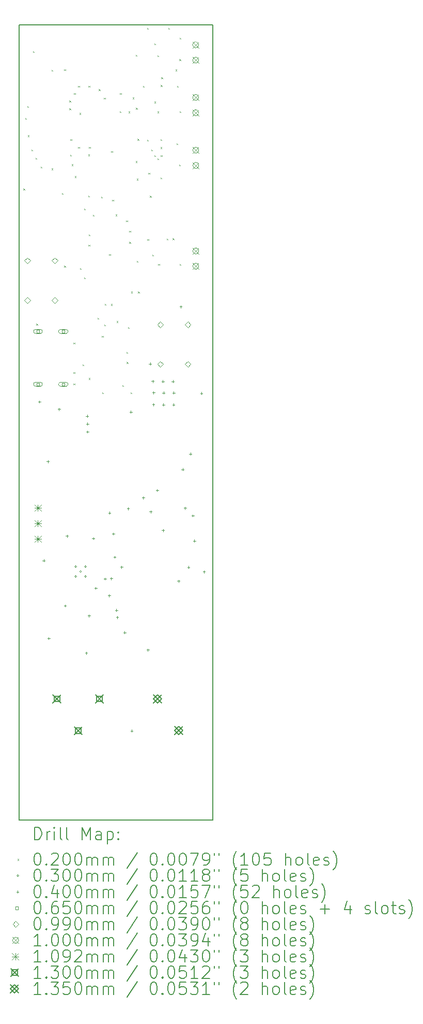
<source format=gbr>
%TF.GenerationSoftware,KiCad,Pcbnew,7.0.10*%
%TF.CreationDate,2024-11-08T18:22:16-05:00*%
%TF.ProjectId,Sensify Main Board,53656e73-6966-4792-904d-61696e20426f,rev?*%
%TF.SameCoordinates,Original*%
%TF.FileFunction,Drillmap*%
%TF.FilePolarity,Positive*%
%FSLAX45Y45*%
G04 Gerber Fmt 4.5, Leading zero omitted, Abs format (unit mm)*
G04 Created by KiCad (PCBNEW 7.0.10) date 2024-11-08 18:22:16*
%MOMM*%
%LPD*%
G01*
G04 APERTURE LIST*
%ADD10C,0.200000*%
%ADD11C,0.100000*%
%ADD12C,0.109220*%
%ADD13C,0.130000*%
%ADD14C,0.135000*%
G04 APERTURE END LIST*
D10*
X12750800Y-6187440D02*
X15925800Y-6187440D01*
X15925800Y-19187440D01*
X12750800Y-19187440D01*
X12750800Y-6187440D01*
D11*
X12817000Y-8864760D02*
X12837000Y-8884760D01*
X12837000Y-8864760D02*
X12817000Y-8884760D01*
X12844940Y-7709060D02*
X12864940Y-7729060D01*
X12864940Y-7709060D02*
X12844940Y-7729060D01*
X12880500Y-7513480D02*
X12900500Y-7533480D01*
X12900500Y-7513480D02*
X12880500Y-7533480D01*
X12888120Y-7990000D02*
X12908120Y-8010000D01*
X12908120Y-7990000D02*
X12888120Y-8010000D01*
X12946540Y-8222140D02*
X12966540Y-8242140D01*
X12966540Y-8222140D02*
X12946540Y-8242140D01*
X12974480Y-6616860D02*
X12994480Y-6636860D01*
X12994480Y-6616860D02*
X12974480Y-6636860D01*
X13017401Y-8360905D02*
X13037401Y-8380905D01*
X13037401Y-8360905D02*
X13017401Y-8380905D01*
X13030360Y-11074560D02*
X13050360Y-11094560D01*
X13050360Y-11074560D02*
X13030360Y-11094560D01*
X13101480Y-8504080D02*
X13121480Y-8524080D01*
X13121480Y-8504080D02*
X13101480Y-8524080D01*
X13279280Y-6919120D02*
X13299280Y-6939120D01*
X13299280Y-6919120D02*
X13279280Y-6939120D01*
X13279280Y-8534560D02*
X13299280Y-8554560D01*
X13299280Y-8534560D02*
X13279280Y-8554560D01*
X13449460Y-8933340D02*
X13469460Y-8953340D01*
X13469460Y-8933340D02*
X13449460Y-8953340D01*
X13487560Y-6914040D02*
X13507560Y-6934040D01*
X13507560Y-6914040D02*
X13487560Y-6934040D01*
X13487560Y-10124600D02*
X13507560Y-10144600D01*
X13507560Y-10124600D02*
X13487560Y-10144600D01*
X13571380Y-7424580D02*
X13591380Y-7444580D01*
X13591380Y-7424580D02*
X13571380Y-7444580D01*
X13571380Y-7551580D02*
X13591380Y-7571580D01*
X13591380Y-7551580D02*
X13571380Y-7571580D01*
X13581540Y-8308500D02*
X13601540Y-8328500D01*
X13601540Y-8308500D02*
X13581540Y-8328500D01*
X13589160Y-8057040D02*
X13609160Y-8077040D01*
X13609160Y-8057040D02*
X13589160Y-8077040D01*
X13606940Y-8465980D02*
X13626940Y-8485980D01*
X13626940Y-8465980D02*
X13606940Y-8485980D01*
X13637420Y-11381900D02*
X13657420Y-11401900D01*
X13657420Y-11381900D02*
X13637420Y-11401900D01*
X13637420Y-11864500D02*
X13657420Y-11884500D01*
X13657420Y-11864500D02*
X13637420Y-11884500D01*
X13639960Y-12052460D02*
X13659960Y-12072460D01*
X13659960Y-12052460D02*
X13639960Y-12072460D01*
X13647580Y-7300120D02*
X13667580Y-7320120D01*
X13667580Y-7300120D02*
X13647580Y-7320120D01*
X13657740Y-8661560D02*
X13677740Y-8681560D01*
X13677740Y-8661560D02*
X13657740Y-8681560D01*
X13713620Y-7180740D02*
X13733620Y-7200740D01*
X13733620Y-7180740D02*
X13713620Y-7200740D01*
X13716160Y-8184040D02*
X13736160Y-8204040D01*
X13736160Y-8184040D02*
X13716160Y-8204040D01*
X13736480Y-7626150D02*
X13756480Y-7646150D01*
X13756480Y-7626150D02*
X13736480Y-7646150D01*
X13746640Y-10162700D02*
X13766640Y-10182700D01*
X13766640Y-10162700D02*
X13746640Y-10182700D01*
X13784740Y-11740040D02*
X13804740Y-11760040D01*
X13804740Y-11740040D02*
X13784740Y-11760040D01*
X13812680Y-9189880D02*
X13832680Y-9209880D01*
X13832680Y-9189880D02*
X13812680Y-9209880D01*
X13812680Y-10317640D02*
X13832680Y-10337640D01*
X13832680Y-10317640D02*
X13812680Y-10337640D01*
X13878720Y-8303420D02*
X13898720Y-8323420D01*
X13898720Y-8303420D02*
X13878720Y-8323420D01*
X13878720Y-8976520D02*
X13898720Y-8996520D01*
X13898720Y-8976520D02*
X13878720Y-8996520D01*
X13883800Y-7183280D02*
X13903800Y-7203280D01*
X13903800Y-7183280D02*
X13883800Y-7203280D01*
X13883800Y-9784240D02*
X13903800Y-9804240D01*
X13903800Y-9784240D02*
X13883800Y-9804240D01*
X13886340Y-11963560D02*
X13906340Y-11983560D01*
X13906340Y-11963560D02*
X13886340Y-11983560D01*
X13888880Y-9611520D02*
X13908880Y-9631520D01*
X13908880Y-9611520D02*
X13888880Y-9631520D01*
X13893960Y-8181500D02*
X13913960Y-8201500D01*
X13913960Y-8181500D02*
X13893960Y-8201500D01*
X13958660Y-9290590D02*
X13978660Y-9310590D01*
X13978660Y-9290590D02*
X13958660Y-9310590D01*
X14033660Y-10975500D02*
X14053660Y-10995500D01*
X14053660Y-10975500D02*
X14033660Y-10995500D01*
X14053980Y-7236620D02*
X14073980Y-7256620D01*
X14073980Y-7236620D02*
X14053980Y-7256620D01*
X14089540Y-8994300D02*
X14109540Y-9014300D01*
X14109540Y-8994300D02*
X14089540Y-9014300D01*
X14104671Y-11274503D02*
X14124671Y-11294503D01*
X14124671Y-11274503D02*
X14104671Y-11294503D01*
X14106940Y-12194700D02*
X14126940Y-12214700D01*
X14126940Y-12194700D02*
X14106940Y-12214700D01*
X14137800Y-7376320D02*
X14157800Y-7396320D01*
X14157800Y-7376320D02*
X14137800Y-7396320D01*
X14140340Y-11087260D02*
X14160340Y-11107260D01*
X14160340Y-11087260D02*
X14140340Y-11107260D01*
X14153040Y-10749440D02*
X14173040Y-10769440D01*
X14173040Y-10749440D02*
X14153040Y-10769440D01*
X14222820Y-9935750D02*
X14242820Y-9955750D01*
X14242820Y-9935750D02*
X14222820Y-9955750D01*
X14254640Y-10751980D02*
X14274640Y-10771980D01*
X14274640Y-10751980D02*
X14254640Y-10771980D01*
X14255730Y-8247540D02*
X14275730Y-8267540D01*
X14275730Y-8247540D02*
X14255730Y-8267540D01*
X14272420Y-9045100D02*
X14292420Y-9065100D01*
X14292420Y-9045100D02*
X14272420Y-9065100D01*
X14326600Y-9286400D02*
X14346600Y-9306400D01*
X14346600Y-9286400D02*
X14326600Y-9306400D01*
X14343540Y-11031380D02*
X14363540Y-11051380D01*
X14363540Y-11031380D02*
X14343540Y-11051380D01*
X14394340Y-7599840D02*
X14414340Y-7619840D01*
X14414340Y-7599840D02*
X14394340Y-7619840D01*
X14401960Y-7300120D02*
X14421960Y-7320120D01*
X14421960Y-7300120D02*
X14401960Y-7320120D01*
X14440100Y-12077860D02*
X14460100Y-12097860D01*
X14460100Y-12077860D02*
X14440100Y-12097860D01*
X14503560Y-9385460D02*
X14523560Y-9405460D01*
X14523560Y-9385460D02*
X14503560Y-9405460D01*
X14508640Y-11536840D02*
X14528640Y-11556840D01*
X14528640Y-11536840D02*
X14508640Y-11556840D01*
X14511180Y-11699400D02*
X14531180Y-11719400D01*
X14531180Y-11699400D02*
X14511180Y-11719400D01*
X14531500Y-11127900D02*
X14551500Y-11147900D01*
X14551500Y-11127900D02*
X14531500Y-11147900D01*
X14539120Y-7602380D02*
X14559120Y-7622380D01*
X14559120Y-7602380D02*
X14539120Y-7622380D01*
X14551820Y-9553100D02*
X14571820Y-9573100D01*
X14571820Y-9553100D02*
X14551820Y-9573100D01*
X14551820Y-9735980D02*
X14571820Y-9755980D01*
X14571820Y-9735980D02*
X14551820Y-9755980D01*
X14572140Y-12197240D02*
X14592140Y-12217240D01*
X14592140Y-12197240D02*
X14572140Y-12217240D01*
X14584840Y-10548780D02*
X14604840Y-10568780D01*
X14604840Y-10548780D02*
X14584840Y-10568780D01*
X14606610Y-7373780D02*
X14626610Y-7393780D01*
X14626610Y-7373780D02*
X14606610Y-7393780D01*
X14658500Y-6672740D02*
X14678500Y-6692740D01*
X14678500Y-6672740D02*
X14658500Y-6692740D01*
X14658500Y-8415180D02*
X14678500Y-8435180D01*
X14678500Y-8415180D02*
X14658500Y-8435180D01*
X14663580Y-7541420D02*
X14683580Y-7561420D01*
X14683580Y-7541420D02*
X14663580Y-7561420D01*
X14673740Y-10045860D02*
X14693740Y-10065860D01*
X14693740Y-10045860D02*
X14673740Y-10065860D01*
X14676359Y-8701110D02*
X14696359Y-8721110D01*
X14696359Y-8701110D02*
X14676359Y-8721110D01*
X14688980Y-8051960D02*
X14708980Y-8071960D01*
X14708980Y-8051960D02*
X14688980Y-8071960D01*
X14696600Y-10548780D02*
X14716600Y-10568780D01*
X14716600Y-10548780D02*
X14696600Y-10568780D01*
X14777880Y-7183280D02*
X14797880Y-7203280D01*
X14797880Y-7183280D02*
X14777880Y-7203280D01*
X14843920Y-6235860D02*
X14863920Y-6255860D01*
X14863920Y-6235860D02*
X14843920Y-6255860D01*
X14843920Y-8062120D02*
X14863920Y-8082120D01*
X14863920Y-8062120D02*
X14843920Y-8082120D01*
X14849000Y-9687720D02*
X14869000Y-9707720D01*
X14869000Y-9687720D02*
X14849000Y-9707720D01*
X14866780Y-8603140D02*
X14886780Y-8623140D01*
X14886780Y-8603140D02*
X14866780Y-8623140D01*
X14892180Y-8981600D02*
X14912180Y-9001600D01*
X14912180Y-8981600D02*
X14892180Y-9001600D01*
X14911410Y-8222140D02*
X14931410Y-8242140D01*
X14931410Y-8222140D02*
X14911410Y-8242140D01*
X14930280Y-9944260D02*
X14950280Y-9964260D01*
X14950280Y-9944260D02*
X14930280Y-9964260D01*
X14963300Y-6490000D02*
X14983300Y-6510000D01*
X14983300Y-6490000D02*
X14963300Y-6510000D01*
X14963300Y-7442360D02*
X14983300Y-7462360D01*
X14983300Y-7442360D02*
X14963300Y-7462360D01*
X14963300Y-8318660D02*
X14983300Y-8338660D01*
X14983300Y-8318660D02*
X14963300Y-8338660D01*
X15015190Y-7602380D02*
X15035190Y-7622380D01*
X15035190Y-7602380D02*
X15015190Y-7622380D01*
X15015190Y-8366920D02*
X15035190Y-8386920D01*
X15035190Y-8366920D02*
X15015190Y-8386920D01*
X15016640Y-6682900D02*
X15036640Y-6702900D01*
X15036640Y-6682900D02*
X15016640Y-6702900D01*
X15026800Y-10094120D02*
X15046800Y-10114120D01*
X15046800Y-10094120D02*
X15026800Y-10114120D01*
X15067080Y-8057040D02*
X15087080Y-8077040D01*
X15087080Y-8057040D02*
X15067080Y-8077040D01*
X15067080Y-8186580D02*
X15087080Y-8206580D01*
X15087080Y-8186580D02*
X15067080Y-8206580D01*
X15067080Y-8679340D02*
X15087080Y-8699340D01*
X15087080Y-8679340D02*
X15067080Y-8699340D01*
X15068530Y-7170580D02*
X15088530Y-7190580D01*
X15088530Y-7170580D02*
X15068530Y-7190580D01*
X15069980Y-8316120D02*
X15089980Y-8336120D01*
X15089980Y-8316120D02*
X15069980Y-8336120D01*
X15077600Y-7043580D02*
X15097600Y-7063580D01*
X15097600Y-7043580D02*
X15077600Y-7063580D01*
X15169040Y-9680100D02*
X15189040Y-9700100D01*
X15189040Y-9680100D02*
X15169040Y-9700100D01*
X15194440Y-6235860D02*
X15214440Y-6255860D01*
X15214440Y-6235860D02*
X15194440Y-6255860D01*
X15263020Y-9677560D02*
X15283020Y-9697560D01*
X15283020Y-9677560D02*
X15263020Y-9697560D01*
X15308740Y-6916580D02*
X15328740Y-6936580D01*
X15328740Y-6916580D02*
X15308740Y-6936580D01*
X15329060Y-8123080D02*
X15349060Y-8143080D01*
X15349060Y-8123080D02*
X15329060Y-8143080D01*
X15336680Y-7180740D02*
X15356680Y-7200740D01*
X15356680Y-7180740D02*
X15336680Y-7200740D01*
X15372240Y-8469041D02*
X15392240Y-8489041D01*
X15392240Y-8469041D02*
X15372240Y-8489041D01*
X15374780Y-6746400D02*
X15394780Y-6766400D01*
X15394780Y-6746400D02*
X15374780Y-6766400D01*
X15377320Y-6393340D02*
X15397320Y-6413340D01*
X15397320Y-6393340D02*
X15377320Y-6413340D01*
X15377320Y-7595736D02*
X15397320Y-7615736D01*
X15397320Y-7595736D02*
X15377320Y-7615736D01*
X15377320Y-10097090D02*
X15397320Y-10117090D01*
X15397320Y-10097090D02*
X15377320Y-10117090D01*
X13689100Y-15045700D02*
G75*
G03*
X13659100Y-15045700I-15000J0D01*
G01*
X13659100Y-15045700D02*
G75*
G03*
X13689100Y-15045700I15000J0D01*
G01*
X13689100Y-15205700D02*
G75*
G03*
X13659100Y-15205700I-15000J0D01*
G01*
X13659100Y-15205700D02*
G75*
G03*
X13689100Y-15205700I15000J0D01*
G01*
X13769100Y-15125700D02*
G75*
G03*
X13739100Y-15125700I-15000J0D01*
G01*
X13739100Y-15125700D02*
G75*
G03*
X13769100Y-15125700I15000J0D01*
G01*
X13849100Y-15045700D02*
G75*
G03*
X13819100Y-15045700I-15000J0D01*
G01*
X13819100Y-15045700D02*
G75*
G03*
X13849100Y-15045700I15000J0D01*
G01*
X13849100Y-15205700D02*
G75*
G03*
X13819100Y-15205700I-15000J0D01*
G01*
X13819100Y-15205700D02*
G75*
G03*
X13849100Y-15205700I15000J0D01*
G01*
X13081000Y-12329480D02*
X13081000Y-12369480D01*
X13061000Y-12349480D02*
X13101000Y-12349480D01*
X13152120Y-14925360D02*
X13152120Y-14965360D01*
X13132120Y-14945360D02*
X13172120Y-14945360D01*
X13218160Y-13304840D02*
X13218160Y-13344840D01*
X13198160Y-13324840D02*
X13238160Y-13324840D01*
X13233400Y-16197900D02*
X13233400Y-16237900D01*
X13213400Y-16217900D02*
X13253400Y-16217900D01*
X13401040Y-12451400D02*
X13401040Y-12491400D01*
X13381040Y-12471400D02*
X13421040Y-12471400D01*
X13500100Y-15664500D02*
X13500100Y-15704500D01*
X13480100Y-15684500D02*
X13520100Y-15684500D01*
X13533120Y-14524040D02*
X13533120Y-14564040D01*
X13513120Y-14544040D02*
X13553120Y-14544040D01*
X13848080Y-16439200D02*
X13848080Y-16479200D01*
X13828080Y-16459200D02*
X13868080Y-16459200D01*
X13863320Y-12563160D02*
X13863320Y-12603160D01*
X13843320Y-12583160D02*
X13883320Y-12583160D01*
X13868400Y-12690160D02*
X13868400Y-12730160D01*
X13848400Y-12710160D02*
X13888400Y-12710160D01*
X13868400Y-12819700D02*
X13868400Y-12859700D01*
X13848400Y-12839700D02*
X13888400Y-12839700D01*
X13893800Y-15829600D02*
X13893800Y-15869600D01*
X13873800Y-15849600D02*
X13913800Y-15849600D01*
X13964920Y-14564680D02*
X13964920Y-14604680D01*
X13944920Y-14584680D02*
X13984920Y-14584680D01*
X14004300Y-15376200D02*
X14004300Y-15416200D01*
X13984300Y-15396200D02*
X14024300Y-15396200D01*
X14156700Y-15223800D02*
X14156700Y-15263800D01*
X14136700Y-15243800D02*
X14176700Y-15243800D01*
X14224000Y-15499400D02*
X14224000Y-15539400D01*
X14204000Y-15519400D02*
X14244000Y-15519400D01*
X14229080Y-14148120D02*
X14229080Y-14188120D01*
X14209080Y-14168120D02*
X14249080Y-14168120D01*
X14256625Y-15219917D02*
X14256625Y-15259917D01*
X14236625Y-15239917D02*
X14276625Y-15239917D01*
X14290040Y-14488480D02*
X14290040Y-14528480D01*
X14270040Y-14508480D02*
X14310040Y-14508480D01*
X14312900Y-14869945D02*
X14312900Y-14909945D01*
X14292900Y-14889945D02*
X14332900Y-14889945D01*
X14341101Y-15738887D02*
X14341101Y-15778887D01*
X14321101Y-15758887D02*
X14361101Y-15758887D01*
X14354970Y-15852690D02*
X14354970Y-15892690D01*
X14334970Y-15872690D02*
X14374970Y-15872690D01*
X14427200Y-15033300D02*
X14427200Y-15073300D01*
X14407200Y-15053300D02*
X14447200Y-15053300D01*
X14478000Y-16103920D02*
X14478000Y-16143920D01*
X14458000Y-16123920D02*
X14498000Y-16123920D01*
X14534130Y-14077000D02*
X14534130Y-14117000D01*
X14514130Y-14097000D02*
X14554130Y-14097000D01*
X14579600Y-12497120D02*
X14579600Y-12537120D01*
X14559600Y-12517120D02*
X14599600Y-12517120D01*
X14592300Y-17711740D02*
X14592300Y-17751740D01*
X14572300Y-17731740D02*
X14612300Y-17731740D01*
X14782800Y-13899200D02*
X14782800Y-13939200D01*
X14762800Y-13919200D02*
X14802800Y-13919200D01*
X14859000Y-16388400D02*
X14859000Y-16428400D01*
X14839000Y-16408400D02*
X14879000Y-16408400D01*
X14894560Y-11709720D02*
X14894560Y-11749720D01*
X14874560Y-11729720D02*
X14914560Y-11729720D01*
X14902430Y-14127800D02*
X14902430Y-14167800D01*
X14882430Y-14147800D02*
X14922430Y-14147800D01*
X14937740Y-11994200D02*
X14937740Y-12034200D01*
X14917740Y-12014200D02*
X14957740Y-12014200D01*
X14947900Y-12375200D02*
X14947900Y-12415200D01*
X14927900Y-12395200D02*
X14967900Y-12395200D01*
X14950440Y-12179620D02*
X14950440Y-12219620D01*
X14930440Y-12199620D02*
X14970440Y-12199620D01*
X15011400Y-13777280D02*
X15011400Y-13817280D01*
X14991400Y-13797280D02*
X15031400Y-13797280D01*
X15102840Y-11996740D02*
X15102840Y-12036740D01*
X15082840Y-12016740D02*
X15122840Y-12016740D01*
X15105630Y-14432600D02*
X15105630Y-14472600D01*
X15085630Y-14452600D02*
X15125630Y-14452600D01*
X15113000Y-12377740D02*
X15113000Y-12417740D01*
X15093000Y-12397740D02*
X15133000Y-12397740D01*
X15115540Y-12182160D02*
X15115540Y-12222160D01*
X15095540Y-12202160D02*
X15135540Y-12202160D01*
X15267940Y-11996740D02*
X15267940Y-12036740D01*
X15247940Y-12016740D02*
X15287940Y-12016740D01*
X15278100Y-12377740D02*
X15278100Y-12417740D01*
X15258100Y-12397740D02*
X15298100Y-12397740D01*
X15280640Y-12182160D02*
X15280640Y-12222160D01*
X15260640Y-12202160D02*
X15300640Y-12202160D01*
X15361920Y-15260640D02*
X15361920Y-15300640D01*
X15341920Y-15280640D02*
X15381920Y-15280640D01*
X15397480Y-10775000D02*
X15397480Y-10815000D01*
X15377480Y-10795000D02*
X15417480Y-10795000D01*
X15427960Y-13436920D02*
X15427960Y-13476920D01*
X15407960Y-13456920D02*
X15447960Y-13456920D01*
X15468600Y-14066840D02*
X15468600Y-14106840D01*
X15448600Y-14086840D02*
X15488600Y-14086840D01*
X15524480Y-15037120D02*
X15524480Y-15077120D01*
X15504480Y-15057120D02*
X15544480Y-15057120D01*
X15554960Y-13182920D02*
X15554960Y-13222920D01*
X15534960Y-13202920D02*
X15574960Y-13202920D01*
X15595600Y-14191300D02*
X15595600Y-14231300D01*
X15575600Y-14211300D02*
X15615600Y-14211300D01*
X15621000Y-14605320D02*
X15621000Y-14645320D01*
X15601000Y-14625320D02*
X15641000Y-14625320D01*
X15735300Y-12189780D02*
X15735300Y-12229780D01*
X15715300Y-12209780D02*
X15755300Y-12209780D01*
X15778480Y-15108240D02*
X15778480Y-15148240D01*
X15758480Y-15128240D02*
X15798480Y-15128240D01*
X13079341Y-11222071D02*
X13079341Y-11176109D01*
X13033379Y-11176109D01*
X13033379Y-11222071D01*
X13079341Y-11222071D01*
X13096360Y-11166590D02*
X13016360Y-11166590D01*
X13016360Y-11166590D02*
G75*
G03*
X13016360Y-11231590I0J-32500D01*
G01*
X13016360Y-11231590D02*
X13096360Y-11231590D01*
X13096360Y-11231590D02*
G75*
G03*
X13096360Y-11166590I0J32500D01*
G01*
X13079341Y-12086071D02*
X13079341Y-12040109D01*
X13033379Y-12040109D01*
X13033379Y-12086071D01*
X13079341Y-12086071D01*
X13096360Y-12030590D02*
X13016360Y-12030590D01*
X13016360Y-12030590D02*
G75*
G03*
X13016360Y-12095590I0J-32500D01*
G01*
X13016360Y-12095590D02*
X13096360Y-12095590D01*
X13096360Y-12095590D02*
G75*
G03*
X13096360Y-12030590I0J32500D01*
G01*
X13494341Y-11222071D02*
X13494341Y-11176109D01*
X13448379Y-11176109D01*
X13448379Y-11222071D01*
X13494341Y-11222071D01*
X13516360Y-11166590D02*
X13426360Y-11166590D01*
X13426360Y-11166590D02*
G75*
G03*
X13426360Y-11231590I0J-32500D01*
G01*
X13426360Y-11231590D02*
X13516360Y-11231590D01*
X13516360Y-11231590D02*
G75*
G03*
X13516360Y-11166590I0J32500D01*
G01*
X13494341Y-12086071D02*
X13494341Y-12040109D01*
X13448379Y-12040109D01*
X13448379Y-12086071D01*
X13494341Y-12086071D01*
X13516360Y-12030590D02*
X13426360Y-12030590D01*
X13426360Y-12030590D02*
G75*
G03*
X13426360Y-12095590I0J-32500D01*
G01*
X13426360Y-12095590D02*
X13516360Y-12095590D01*
X13516360Y-12095590D02*
G75*
G03*
X13516360Y-12030590I0J32500D01*
G01*
X12881400Y-10090360D02*
X12930900Y-10040860D01*
X12881400Y-9991360D01*
X12831900Y-10040860D01*
X12881400Y-10090360D01*
X12881400Y-10740360D02*
X12930900Y-10690860D01*
X12881400Y-10641360D01*
X12831900Y-10690860D01*
X12881400Y-10740360D01*
X13331400Y-10090360D02*
X13380900Y-10040860D01*
X13331400Y-9991360D01*
X13281900Y-10040860D01*
X13331400Y-10090360D01*
X13331400Y-10740360D02*
X13380900Y-10690860D01*
X13331400Y-10641360D01*
X13281900Y-10690860D01*
X13331400Y-10740360D01*
X15061780Y-11134060D02*
X15111280Y-11084560D01*
X15061780Y-11035060D01*
X15012280Y-11084560D01*
X15061780Y-11134060D01*
X15061780Y-11784060D02*
X15111280Y-11734560D01*
X15061780Y-11685060D01*
X15012280Y-11734560D01*
X15061780Y-11784060D01*
X15511780Y-11134060D02*
X15561280Y-11084560D01*
X15511780Y-11035060D01*
X15462280Y-11084560D01*
X15511780Y-11134060D01*
X15511780Y-11784060D02*
X15561280Y-11734560D01*
X15511780Y-11685060D01*
X15462280Y-11734560D01*
X15511780Y-11784060D01*
X15591320Y-6462560D02*
X15691320Y-6562560D01*
X15691320Y-6462560D02*
X15591320Y-6562560D01*
X15691320Y-6512560D02*
G75*
G03*
X15591320Y-6512560I-50000J0D01*
G01*
X15591320Y-6512560D02*
G75*
G03*
X15691320Y-6512560I50000J0D01*
G01*
X15591320Y-6712560D02*
X15691320Y-6812560D01*
X15691320Y-6712560D02*
X15591320Y-6812560D01*
X15691320Y-6762560D02*
G75*
G03*
X15591320Y-6762560I-50000J0D01*
G01*
X15591320Y-6762560D02*
G75*
G03*
X15691320Y-6762560I50000J0D01*
G01*
X15591320Y-7322251D02*
X15691320Y-7422251D01*
X15691320Y-7322251D02*
X15591320Y-7422251D01*
X15691320Y-7372251D02*
G75*
G03*
X15591320Y-7372251I-50000J0D01*
G01*
X15591320Y-7372251D02*
G75*
G03*
X15691320Y-7372251I50000J0D01*
G01*
X15591320Y-7572251D02*
X15691320Y-7672251D01*
X15691320Y-7572251D02*
X15591320Y-7672251D01*
X15691320Y-7622251D02*
G75*
G03*
X15591320Y-7622251I-50000J0D01*
G01*
X15591320Y-7622251D02*
G75*
G03*
X15691320Y-7622251I50000J0D01*
G01*
X15593860Y-8184771D02*
X15693860Y-8284771D01*
X15693860Y-8184771D02*
X15593860Y-8284771D01*
X15693860Y-8234771D02*
G75*
G03*
X15593860Y-8234771I-50000J0D01*
G01*
X15593860Y-8234771D02*
G75*
G03*
X15693860Y-8234771I50000J0D01*
G01*
X15593860Y-8434771D02*
X15693860Y-8534771D01*
X15693860Y-8434771D02*
X15593860Y-8534771D01*
X15693860Y-8484771D02*
G75*
G03*
X15593860Y-8484771I-50000J0D01*
G01*
X15593860Y-8484771D02*
G75*
G03*
X15693860Y-8484771I50000J0D01*
G01*
X15594120Y-9832600D02*
X15694120Y-9932600D01*
X15694120Y-9832600D02*
X15594120Y-9932600D01*
X15694120Y-9882600D02*
G75*
G03*
X15594120Y-9882600I-50000J0D01*
G01*
X15594120Y-9882600D02*
G75*
G03*
X15694120Y-9882600I50000J0D01*
G01*
X15594120Y-10082600D02*
X15694120Y-10182600D01*
X15694120Y-10082600D02*
X15594120Y-10182600D01*
X15694120Y-10132600D02*
G75*
G03*
X15594120Y-10132600I-50000J0D01*
G01*
X15594120Y-10132600D02*
G75*
G03*
X15694120Y-10132600I50000J0D01*
G01*
D12*
X13000990Y-14029690D02*
X13110210Y-14138910D01*
X13110210Y-14029690D02*
X13000990Y-14138910D01*
X13055600Y-14029690D02*
X13055600Y-14138910D01*
X13000990Y-14084300D02*
X13110210Y-14084300D01*
X13000990Y-14283690D02*
X13110210Y-14392910D01*
X13110210Y-14283690D02*
X13000990Y-14392910D01*
X13055600Y-14283690D02*
X13055600Y-14392910D01*
X13000990Y-14338300D02*
X13110210Y-14338300D01*
X13000990Y-14537690D02*
X13110210Y-14646910D01*
X13110210Y-14537690D02*
X13000990Y-14646910D01*
X13055600Y-14537690D02*
X13055600Y-14646910D01*
X13000990Y-14592300D02*
X13110210Y-14592300D01*
D13*
X13301000Y-17144200D02*
X13431000Y-17274200D01*
X13431000Y-17144200D02*
X13301000Y-17274200D01*
X13411962Y-17255162D02*
X13411962Y-17163238D01*
X13320038Y-17163238D01*
X13320038Y-17255162D01*
X13411962Y-17255162D01*
X13651000Y-17664200D02*
X13781000Y-17794200D01*
X13781000Y-17664200D02*
X13651000Y-17794200D01*
X13761962Y-17775162D02*
X13761962Y-17683238D01*
X13670038Y-17683238D01*
X13670038Y-17775162D01*
X13761962Y-17775162D01*
X14001000Y-17144200D02*
X14131000Y-17274200D01*
X14131000Y-17144200D02*
X14001000Y-17274200D01*
X14111962Y-17255162D02*
X14111962Y-17163238D01*
X14020038Y-17163238D01*
X14020038Y-17255162D01*
X14111962Y-17255162D01*
D14*
X14949500Y-17141700D02*
X15084500Y-17276700D01*
X15084500Y-17141700D02*
X14949500Y-17276700D01*
X15017000Y-17276700D02*
X15084500Y-17209200D01*
X15017000Y-17141700D01*
X14949500Y-17209200D01*
X15017000Y-17276700D01*
X15299500Y-17661700D02*
X15434500Y-17796700D01*
X15434500Y-17661700D02*
X15299500Y-17796700D01*
X15367000Y-17796700D02*
X15434500Y-17729200D01*
X15367000Y-17661700D01*
X15299500Y-17729200D01*
X15367000Y-17796700D01*
D10*
X13001577Y-19508924D02*
X13001577Y-19308924D01*
X13001577Y-19308924D02*
X13049196Y-19308924D01*
X13049196Y-19308924D02*
X13077767Y-19318448D01*
X13077767Y-19318448D02*
X13096815Y-19337495D01*
X13096815Y-19337495D02*
X13106339Y-19356543D01*
X13106339Y-19356543D02*
X13115862Y-19394638D01*
X13115862Y-19394638D02*
X13115862Y-19423210D01*
X13115862Y-19423210D02*
X13106339Y-19461305D01*
X13106339Y-19461305D02*
X13096815Y-19480352D01*
X13096815Y-19480352D02*
X13077767Y-19499400D01*
X13077767Y-19499400D02*
X13049196Y-19508924D01*
X13049196Y-19508924D02*
X13001577Y-19508924D01*
X13201577Y-19508924D02*
X13201577Y-19375590D01*
X13201577Y-19413686D02*
X13211101Y-19394638D01*
X13211101Y-19394638D02*
X13220624Y-19385114D01*
X13220624Y-19385114D02*
X13239672Y-19375590D01*
X13239672Y-19375590D02*
X13258720Y-19375590D01*
X13325386Y-19508924D02*
X13325386Y-19375590D01*
X13325386Y-19308924D02*
X13315862Y-19318448D01*
X13315862Y-19318448D02*
X13325386Y-19327971D01*
X13325386Y-19327971D02*
X13334910Y-19318448D01*
X13334910Y-19318448D02*
X13325386Y-19308924D01*
X13325386Y-19308924D02*
X13325386Y-19327971D01*
X13449196Y-19508924D02*
X13430148Y-19499400D01*
X13430148Y-19499400D02*
X13420624Y-19480352D01*
X13420624Y-19480352D02*
X13420624Y-19308924D01*
X13553958Y-19508924D02*
X13534910Y-19499400D01*
X13534910Y-19499400D02*
X13525386Y-19480352D01*
X13525386Y-19480352D02*
X13525386Y-19308924D01*
X13782529Y-19508924D02*
X13782529Y-19308924D01*
X13782529Y-19308924D02*
X13849196Y-19451781D01*
X13849196Y-19451781D02*
X13915862Y-19308924D01*
X13915862Y-19308924D02*
X13915862Y-19508924D01*
X14096815Y-19508924D02*
X14096815Y-19404162D01*
X14096815Y-19404162D02*
X14087291Y-19385114D01*
X14087291Y-19385114D02*
X14068243Y-19375590D01*
X14068243Y-19375590D02*
X14030148Y-19375590D01*
X14030148Y-19375590D02*
X14011101Y-19385114D01*
X14096815Y-19499400D02*
X14077767Y-19508924D01*
X14077767Y-19508924D02*
X14030148Y-19508924D01*
X14030148Y-19508924D02*
X14011101Y-19499400D01*
X14011101Y-19499400D02*
X14001577Y-19480352D01*
X14001577Y-19480352D02*
X14001577Y-19461305D01*
X14001577Y-19461305D02*
X14011101Y-19442257D01*
X14011101Y-19442257D02*
X14030148Y-19432733D01*
X14030148Y-19432733D02*
X14077767Y-19432733D01*
X14077767Y-19432733D02*
X14096815Y-19423210D01*
X14192053Y-19375590D02*
X14192053Y-19575590D01*
X14192053Y-19385114D02*
X14211101Y-19375590D01*
X14211101Y-19375590D02*
X14249196Y-19375590D01*
X14249196Y-19375590D02*
X14268243Y-19385114D01*
X14268243Y-19385114D02*
X14277767Y-19394638D01*
X14277767Y-19394638D02*
X14287291Y-19413686D01*
X14287291Y-19413686D02*
X14287291Y-19470829D01*
X14287291Y-19470829D02*
X14277767Y-19489876D01*
X14277767Y-19489876D02*
X14268243Y-19499400D01*
X14268243Y-19499400D02*
X14249196Y-19508924D01*
X14249196Y-19508924D02*
X14211101Y-19508924D01*
X14211101Y-19508924D02*
X14192053Y-19499400D01*
X14373005Y-19489876D02*
X14382529Y-19499400D01*
X14382529Y-19499400D02*
X14373005Y-19508924D01*
X14373005Y-19508924D02*
X14363482Y-19499400D01*
X14363482Y-19499400D02*
X14373005Y-19489876D01*
X14373005Y-19489876D02*
X14373005Y-19508924D01*
X14373005Y-19385114D02*
X14382529Y-19394638D01*
X14382529Y-19394638D02*
X14373005Y-19404162D01*
X14373005Y-19404162D02*
X14363482Y-19394638D01*
X14363482Y-19394638D02*
X14373005Y-19385114D01*
X14373005Y-19385114D02*
X14373005Y-19404162D01*
D11*
X12720800Y-19827440D02*
X12740800Y-19847440D01*
X12740800Y-19827440D02*
X12720800Y-19847440D01*
D10*
X13039672Y-19728924D02*
X13058720Y-19728924D01*
X13058720Y-19728924D02*
X13077767Y-19738448D01*
X13077767Y-19738448D02*
X13087291Y-19747971D01*
X13087291Y-19747971D02*
X13096815Y-19767019D01*
X13096815Y-19767019D02*
X13106339Y-19805114D01*
X13106339Y-19805114D02*
X13106339Y-19852733D01*
X13106339Y-19852733D02*
X13096815Y-19890829D01*
X13096815Y-19890829D02*
X13087291Y-19909876D01*
X13087291Y-19909876D02*
X13077767Y-19919400D01*
X13077767Y-19919400D02*
X13058720Y-19928924D01*
X13058720Y-19928924D02*
X13039672Y-19928924D01*
X13039672Y-19928924D02*
X13020624Y-19919400D01*
X13020624Y-19919400D02*
X13011101Y-19909876D01*
X13011101Y-19909876D02*
X13001577Y-19890829D01*
X13001577Y-19890829D02*
X12992053Y-19852733D01*
X12992053Y-19852733D02*
X12992053Y-19805114D01*
X12992053Y-19805114D02*
X13001577Y-19767019D01*
X13001577Y-19767019D02*
X13011101Y-19747971D01*
X13011101Y-19747971D02*
X13020624Y-19738448D01*
X13020624Y-19738448D02*
X13039672Y-19728924D01*
X13192053Y-19909876D02*
X13201577Y-19919400D01*
X13201577Y-19919400D02*
X13192053Y-19928924D01*
X13192053Y-19928924D02*
X13182529Y-19919400D01*
X13182529Y-19919400D02*
X13192053Y-19909876D01*
X13192053Y-19909876D02*
X13192053Y-19928924D01*
X13277767Y-19747971D02*
X13287291Y-19738448D01*
X13287291Y-19738448D02*
X13306339Y-19728924D01*
X13306339Y-19728924D02*
X13353958Y-19728924D01*
X13353958Y-19728924D02*
X13373005Y-19738448D01*
X13373005Y-19738448D02*
X13382529Y-19747971D01*
X13382529Y-19747971D02*
X13392053Y-19767019D01*
X13392053Y-19767019D02*
X13392053Y-19786067D01*
X13392053Y-19786067D02*
X13382529Y-19814638D01*
X13382529Y-19814638D02*
X13268243Y-19928924D01*
X13268243Y-19928924D02*
X13392053Y-19928924D01*
X13515862Y-19728924D02*
X13534910Y-19728924D01*
X13534910Y-19728924D02*
X13553958Y-19738448D01*
X13553958Y-19738448D02*
X13563482Y-19747971D01*
X13563482Y-19747971D02*
X13573005Y-19767019D01*
X13573005Y-19767019D02*
X13582529Y-19805114D01*
X13582529Y-19805114D02*
X13582529Y-19852733D01*
X13582529Y-19852733D02*
X13573005Y-19890829D01*
X13573005Y-19890829D02*
X13563482Y-19909876D01*
X13563482Y-19909876D02*
X13553958Y-19919400D01*
X13553958Y-19919400D02*
X13534910Y-19928924D01*
X13534910Y-19928924D02*
X13515862Y-19928924D01*
X13515862Y-19928924D02*
X13496815Y-19919400D01*
X13496815Y-19919400D02*
X13487291Y-19909876D01*
X13487291Y-19909876D02*
X13477767Y-19890829D01*
X13477767Y-19890829D02*
X13468243Y-19852733D01*
X13468243Y-19852733D02*
X13468243Y-19805114D01*
X13468243Y-19805114D02*
X13477767Y-19767019D01*
X13477767Y-19767019D02*
X13487291Y-19747971D01*
X13487291Y-19747971D02*
X13496815Y-19738448D01*
X13496815Y-19738448D02*
X13515862Y-19728924D01*
X13706339Y-19728924D02*
X13725386Y-19728924D01*
X13725386Y-19728924D02*
X13744434Y-19738448D01*
X13744434Y-19738448D02*
X13753958Y-19747971D01*
X13753958Y-19747971D02*
X13763482Y-19767019D01*
X13763482Y-19767019D02*
X13773005Y-19805114D01*
X13773005Y-19805114D02*
X13773005Y-19852733D01*
X13773005Y-19852733D02*
X13763482Y-19890829D01*
X13763482Y-19890829D02*
X13753958Y-19909876D01*
X13753958Y-19909876D02*
X13744434Y-19919400D01*
X13744434Y-19919400D02*
X13725386Y-19928924D01*
X13725386Y-19928924D02*
X13706339Y-19928924D01*
X13706339Y-19928924D02*
X13687291Y-19919400D01*
X13687291Y-19919400D02*
X13677767Y-19909876D01*
X13677767Y-19909876D02*
X13668243Y-19890829D01*
X13668243Y-19890829D02*
X13658720Y-19852733D01*
X13658720Y-19852733D02*
X13658720Y-19805114D01*
X13658720Y-19805114D02*
X13668243Y-19767019D01*
X13668243Y-19767019D02*
X13677767Y-19747971D01*
X13677767Y-19747971D02*
X13687291Y-19738448D01*
X13687291Y-19738448D02*
X13706339Y-19728924D01*
X13858720Y-19928924D02*
X13858720Y-19795590D01*
X13858720Y-19814638D02*
X13868243Y-19805114D01*
X13868243Y-19805114D02*
X13887291Y-19795590D01*
X13887291Y-19795590D02*
X13915863Y-19795590D01*
X13915863Y-19795590D02*
X13934910Y-19805114D01*
X13934910Y-19805114D02*
X13944434Y-19824162D01*
X13944434Y-19824162D02*
X13944434Y-19928924D01*
X13944434Y-19824162D02*
X13953958Y-19805114D01*
X13953958Y-19805114D02*
X13973005Y-19795590D01*
X13973005Y-19795590D02*
X14001577Y-19795590D01*
X14001577Y-19795590D02*
X14020624Y-19805114D01*
X14020624Y-19805114D02*
X14030148Y-19824162D01*
X14030148Y-19824162D02*
X14030148Y-19928924D01*
X14125386Y-19928924D02*
X14125386Y-19795590D01*
X14125386Y-19814638D02*
X14134910Y-19805114D01*
X14134910Y-19805114D02*
X14153958Y-19795590D01*
X14153958Y-19795590D02*
X14182529Y-19795590D01*
X14182529Y-19795590D02*
X14201577Y-19805114D01*
X14201577Y-19805114D02*
X14211101Y-19824162D01*
X14211101Y-19824162D02*
X14211101Y-19928924D01*
X14211101Y-19824162D02*
X14220624Y-19805114D01*
X14220624Y-19805114D02*
X14239672Y-19795590D01*
X14239672Y-19795590D02*
X14268243Y-19795590D01*
X14268243Y-19795590D02*
X14287291Y-19805114D01*
X14287291Y-19805114D02*
X14296815Y-19824162D01*
X14296815Y-19824162D02*
X14296815Y-19928924D01*
X14687291Y-19719400D02*
X14515863Y-19976543D01*
X14944434Y-19728924D02*
X14963482Y-19728924D01*
X14963482Y-19728924D02*
X14982529Y-19738448D01*
X14982529Y-19738448D02*
X14992053Y-19747971D01*
X14992053Y-19747971D02*
X15001577Y-19767019D01*
X15001577Y-19767019D02*
X15011101Y-19805114D01*
X15011101Y-19805114D02*
X15011101Y-19852733D01*
X15011101Y-19852733D02*
X15001577Y-19890829D01*
X15001577Y-19890829D02*
X14992053Y-19909876D01*
X14992053Y-19909876D02*
X14982529Y-19919400D01*
X14982529Y-19919400D02*
X14963482Y-19928924D01*
X14963482Y-19928924D02*
X14944434Y-19928924D01*
X14944434Y-19928924D02*
X14925386Y-19919400D01*
X14925386Y-19919400D02*
X14915863Y-19909876D01*
X14915863Y-19909876D02*
X14906339Y-19890829D01*
X14906339Y-19890829D02*
X14896815Y-19852733D01*
X14896815Y-19852733D02*
X14896815Y-19805114D01*
X14896815Y-19805114D02*
X14906339Y-19767019D01*
X14906339Y-19767019D02*
X14915863Y-19747971D01*
X14915863Y-19747971D02*
X14925386Y-19738448D01*
X14925386Y-19738448D02*
X14944434Y-19728924D01*
X15096815Y-19909876D02*
X15106339Y-19919400D01*
X15106339Y-19919400D02*
X15096815Y-19928924D01*
X15096815Y-19928924D02*
X15087291Y-19919400D01*
X15087291Y-19919400D02*
X15096815Y-19909876D01*
X15096815Y-19909876D02*
X15096815Y-19928924D01*
X15230148Y-19728924D02*
X15249196Y-19728924D01*
X15249196Y-19728924D02*
X15268244Y-19738448D01*
X15268244Y-19738448D02*
X15277767Y-19747971D01*
X15277767Y-19747971D02*
X15287291Y-19767019D01*
X15287291Y-19767019D02*
X15296815Y-19805114D01*
X15296815Y-19805114D02*
X15296815Y-19852733D01*
X15296815Y-19852733D02*
X15287291Y-19890829D01*
X15287291Y-19890829D02*
X15277767Y-19909876D01*
X15277767Y-19909876D02*
X15268244Y-19919400D01*
X15268244Y-19919400D02*
X15249196Y-19928924D01*
X15249196Y-19928924D02*
X15230148Y-19928924D01*
X15230148Y-19928924D02*
X15211101Y-19919400D01*
X15211101Y-19919400D02*
X15201577Y-19909876D01*
X15201577Y-19909876D02*
X15192053Y-19890829D01*
X15192053Y-19890829D02*
X15182529Y-19852733D01*
X15182529Y-19852733D02*
X15182529Y-19805114D01*
X15182529Y-19805114D02*
X15192053Y-19767019D01*
X15192053Y-19767019D02*
X15201577Y-19747971D01*
X15201577Y-19747971D02*
X15211101Y-19738448D01*
X15211101Y-19738448D02*
X15230148Y-19728924D01*
X15420625Y-19728924D02*
X15439672Y-19728924D01*
X15439672Y-19728924D02*
X15458720Y-19738448D01*
X15458720Y-19738448D02*
X15468244Y-19747971D01*
X15468244Y-19747971D02*
X15477767Y-19767019D01*
X15477767Y-19767019D02*
X15487291Y-19805114D01*
X15487291Y-19805114D02*
X15487291Y-19852733D01*
X15487291Y-19852733D02*
X15477767Y-19890829D01*
X15477767Y-19890829D02*
X15468244Y-19909876D01*
X15468244Y-19909876D02*
X15458720Y-19919400D01*
X15458720Y-19919400D02*
X15439672Y-19928924D01*
X15439672Y-19928924D02*
X15420625Y-19928924D01*
X15420625Y-19928924D02*
X15401577Y-19919400D01*
X15401577Y-19919400D02*
X15392053Y-19909876D01*
X15392053Y-19909876D02*
X15382529Y-19890829D01*
X15382529Y-19890829D02*
X15373006Y-19852733D01*
X15373006Y-19852733D02*
X15373006Y-19805114D01*
X15373006Y-19805114D02*
X15382529Y-19767019D01*
X15382529Y-19767019D02*
X15392053Y-19747971D01*
X15392053Y-19747971D02*
X15401577Y-19738448D01*
X15401577Y-19738448D02*
X15420625Y-19728924D01*
X15553958Y-19728924D02*
X15687291Y-19728924D01*
X15687291Y-19728924D02*
X15601577Y-19928924D01*
X15773006Y-19928924D02*
X15811101Y-19928924D01*
X15811101Y-19928924D02*
X15830148Y-19919400D01*
X15830148Y-19919400D02*
X15839672Y-19909876D01*
X15839672Y-19909876D02*
X15858720Y-19881305D01*
X15858720Y-19881305D02*
X15868244Y-19843210D01*
X15868244Y-19843210D02*
X15868244Y-19767019D01*
X15868244Y-19767019D02*
X15858720Y-19747971D01*
X15858720Y-19747971D02*
X15849196Y-19738448D01*
X15849196Y-19738448D02*
X15830148Y-19728924D01*
X15830148Y-19728924D02*
X15792053Y-19728924D01*
X15792053Y-19728924D02*
X15773006Y-19738448D01*
X15773006Y-19738448D02*
X15763482Y-19747971D01*
X15763482Y-19747971D02*
X15753958Y-19767019D01*
X15753958Y-19767019D02*
X15753958Y-19814638D01*
X15753958Y-19814638D02*
X15763482Y-19833686D01*
X15763482Y-19833686D02*
X15773006Y-19843210D01*
X15773006Y-19843210D02*
X15792053Y-19852733D01*
X15792053Y-19852733D02*
X15830148Y-19852733D01*
X15830148Y-19852733D02*
X15849196Y-19843210D01*
X15849196Y-19843210D02*
X15858720Y-19833686D01*
X15858720Y-19833686D02*
X15868244Y-19814638D01*
X15944434Y-19728924D02*
X15944434Y-19767019D01*
X16020625Y-19728924D02*
X16020625Y-19767019D01*
X16315863Y-20005114D02*
X16306339Y-19995590D01*
X16306339Y-19995590D02*
X16287291Y-19967019D01*
X16287291Y-19967019D02*
X16277768Y-19947971D01*
X16277768Y-19947971D02*
X16268244Y-19919400D01*
X16268244Y-19919400D02*
X16258720Y-19871781D01*
X16258720Y-19871781D02*
X16258720Y-19833686D01*
X16258720Y-19833686D02*
X16268244Y-19786067D01*
X16268244Y-19786067D02*
X16277768Y-19757495D01*
X16277768Y-19757495D02*
X16287291Y-19738448D01*
X16287291Y-19738448D02*
X16306339Y-19709876D01*
X16306339Y-19709876D02*
X16315863Y-19700352D01*
X16496815Y-19928924D02*
X16382529Y-19928924D01*
X16439672Y-19928924D02*
X16439672Y-19728924D01*
X16439672Y-19728924D02*
X16420625Y-19757495D01*
X16420625Y-19757495D02*
X16401577Y-19776543D01*
X16401577Y-19776543D02*
X16382529Y-19786067D01*
X16620625Y-19728924D02*
X16639672Y-19728924D01*
X16639672Y-19728924D02*
X16658720Y-19738448D01*
X16658720Y-19738448D02*
X16668244Y-19747971D01*
X16668244Y-19747971D02*
X16677768Y-19767019D01*
X16677768Y-19767019D02*
X16687291Y-19805114D01*
X16687291Y-19805114D02*
X16687291Y-19852733D01*
X16687291Y-19852733D02*
X16677768Y-19890829D01*
X16677768Y-19890829D02*
X16668244Y-19909876D01*
X16668244Y-19909876D02*
X16658720Y-19919400D01*
X16658720Y-19919400D02*
X16639672Y-19928924D01*
X16639672Y-19928924D02*
X16620625Y-19928924D01*
X16620625Y-19928924D02*
X16601577Y-19919400D01*
X16601577Y-19919400D02*
X16592053Y-19909876D01*
X16592053Y-19909876D02*
X16582529Y-19890829D01*
X16582529Y-19890829D02*
X16573006Y-19852733D01*
X16573006Y-19852733D02*
X16573006Y-19805114D01*
X16573006Y-19805114D02*
X16582529Y-19767019D01*
X16582529Y-19767019D02*
X16592053Y-19747971D01*
X16592053Y-19747971D02*
X16601577Y-19738448D01*
X16601577Y-19738448D02*
X16620625Y-19728924D01*
X16868244Y-19728924D02*
X16773006Y-19728924D01*
X16773006Y-19728924D02*
X16763482Y-19824162D01*
X16763482Y-19824162D02*
X16773006Y-19814638D01*
X16773006Y-19814638D02*
X16792053Y-19805114D01*
X16792053Y-19805114D02*
X16839672Y-19805114D01*
X16839672Y-19805114D02*
X16858720Y-19814638D01*
X16858720Y-19814638D02*
X16868244Y-19824162D01*
X16868244Y-19824162D02*
X16877768Y-19843210D01*
X16877768Y-19843210D02*
X16877768Y-19890829D01*
X16877768Y-19890829D02*
X16868244Y-19909876D01*
X16868244Y-19909876D02*
X16858720Y-19919400D01*
X16858720Y-19919400D02*
X16839672Y-19928924D01*
X16839672Y-19928924D02*
X16792053Y-19928924D01*
X16792053Y-19928924D02*
X16773006Y-19919400D01*
X16773006Y-19919400D02*
X16763482Y-19909876D01*
X17115863Y-19928924D02*
X17115863Y-19728924D01*
X17201577Y-19928924D02*
X17201577Y-19824162D01*
X17201577Y-19824162D02*
X17192053Y-19805114D01*
X17192053Y-19805114D02*
X17173006Y-19795590D01*
X17173006Y-19795590D02*
X17144434Y-19795590D01*
X17144434Y-19795590D02*
X17125387Y-19805114D01*
X17125387Y-19805114D02*
X17115863Y-19814638D01*
X17325387Y-19928924D02*
X17306339Y-19919400D01*
X17306339Y-19919400D02*
X17296815Y-19909876D01*
X17296815Y-19909876D02*
X17287292Y-19890829D01*
X17287292Y-19890829D02*
X17287292Y-19833686D01*
X17287292Y-19833686D02*
X17296815Y-19814638D01*
X17296815Y-19814638D02*
X17306339Y-19805114D01*
X17306339Y-19805114D02*
X17325387Y-19795590D01*
X17325387Y-19795590D02*
X17353958Y-19795590D01*
X17353958Y-19795590D02*
X17373006Y-19805114D01*
X17373006Y-19805114D02*
X17382530Y-19814638D01*
X17382530Y-19814638D02*
X17392053Y-19833686D01*
X17392053Y-19833686D02*
X17392053Y-19890829D01*
X17392053Y-19890829D02*
X17382530Y-19909876D01*
X17382530Y-19909876D02*
X17373006Y-19919400D01*
X17373006Y-19919400D02*
X17353958Y-19928924D01*
X17353958Y-19928924D02*
X17325387Y-19928924D01*
X17506339Y-19928924D02*
X17487292Y-19919400D01*
X17487292Y-19919400D02*
X17477768Y-19900352D01*
X17477768Y-19900352D02*
X17477768Y-19728924D01*
X17658720Y-19919400D02*
X17639673Y-19928924D01*
X17639673Y-19928924D02*
X17601577Y-19928924D01*
X17601577Y-19928924D02*
X17582530Y-19919400D01*
X17582530Y-19919400D02*
X17573006Y-19900352D01*
X17573006Y-19900352D02*
X17573006Y-19824162D01*
X17573006Y-19824162D02*
X17582530Y-19805114D01*
X17582530Y-19805114D02*
X17601577Y-19795590D01*
X17601577Y-19795590D02*
X17639673Y-19795590D01*
X17639673Y-19795590D02*
X17658720Y-19805114D01*
X17658720Y-19805114D02*
X17668244Y-19824162D01*
X17668244Y-19824162D02*
X17668244Y-19843210D01*
X17668244Y-19843210D02*
X17573006Y-19862257D01*
X17744434Y-19919400D02*
X17763482Y-19928924D01*
X17763482Y-19928924D02*
X17801577Y-19928924D01*
X17801577Y-19928924D02*
X17820625Y-19919400D01*
X17820625Y-19919400D02*
X17830149Y-19900352D01*
X17830149Y-19900352D02*
X17830149Y-19890829D01*
X17830149Y-19890829D02*
X17820625Y-19871781D01*
X17820625Y-19871781D02*
X17801577Y-19862257D01*
X17801577Y-19862257D02*
X17773006Y-19862257D01*
X17773006Y-19862257D02*
X17753958Y-19852733D01*
X17753958Y-19852733D02*
X17744434Y-19833686D01*
X17744434Y-19833686D02*
X17744434Y-19824162D01*
X17744434Y-19824162D02*
X17753958Y-19805114D01*
X17753958Y-19805114D02*
X17773006Y-19795590D01*
X17773006Y-19795590D02*
X17801577Y-19795590D01*
X17801577Y-19795590D02*
X17820625Y-19805114D01*
X17896815Y-20005114D02*
X17906339Y-19995590D01*
X17906339Y-19995590D02*
X17925387Y-19967019D01*
X17925387Y-19967019D02*
X17934911Y-19947971D01*
X17934911Y-19947971D02*
X17944434Y-19919400D01*
X17944434Y-19919400D02*
X17953958Y-19871781D01*
X17953958Y-19871781D02*
X17953958Y-19833686D01*
X17953958Y-19833686D02*
X17944434Y-19786067D01*
X17944434Y-19786067D02*
X17934911Y-19757495D01*
X17934911Y-19757495D02*
X17925387Y-19738448D01*
X17925387Y-19738448D02*
X17906339Y-19709876D01*
X17906339Y-19709876D02*
X17896815Y-19700352D01*
D11*
X12740800Y-20101440D02*
G75*
G03*
X12710800Y-20101440I-15000J0D01*
G01*
X12710800Y-20101440D02*
G75*
G03*
X12740800Y-20101440I15000J0D01*
G01*
D10*
X13039672Y-19992924D02*
X13058720Y-19992924D01*
X13058720Y-19992924D02*
X13077767Y-20002448D01*
X13077767Y-20002448D02*
X13087291Y-20011971D01*
X13087291Y-20011971D02*
X13096815Y-20031019D01*
X13096815Y-20031019D02*
X13106339Y-20069114D01*
X13106339Y-20069114D02*
X13106339Y-20116733D01*
X13106339Y-20116733D02*
X13096815Y-20154829D01*
X13096815Y-20154829D02*
X13087291Y-20173876D01*
X13087291Y-20173876D02*
X13077767Y-20183400D01*
X13077767Y-20183400D02*
X13058720Y-20192924D01*
X13058720Y-20192924D02*
X13039672Y-20192924D01*
X13039672Y-20192924D02*
X13020624Y-20183400D01*
X13020624Y-20183400D02*
X13011101Y-20173876D01*
X13011101Y-20173876D02*
X13001577Y-20154829D01*
X13001577Y-20154829D02*
X12992053Y-20116733D01*
X12992053Y-20116733D02*
X12992053Y-20069114D01*
X12992053Y-20069114D02*
X13001577Y-20031019D01*
X13001577Y-20031019D02*
X13011101Y-20011971D01*
X13011101Y-20011971D02*
X13020624Y-20002448D01*
X13020624Y-20002448D02*
X13039672Y-19992924D01*
X13192053Y-20173876D02*
X13201577Y-20183400D01*
X13201577Y-20183400D02*
X13192053Y-20192924D01*
X13192053Y-20192924D02*
X13182529Y-20183400D01*
X13182529Y-20183400D02*
X13192053Y-20173876D01*
X13192053Y-20173876D02*
X13192053Y-20192924D01*
X13268243Y-19992924D02*
X13392053Y-19992924D01*
X13392053Y-19992924D02*
X13325386Y-20069114D01*
X13325386Y-20069114D02*
X13353958Y-20069114D01*
X13353958Y-20069114D02*
X13373005Y-20078638D01*
X13373005Y-20078638D02*
X13382529Y-20088162D01*
X13382529Y-20088162D02*
X13392053Y-20107210D01*
X13392053Y-20107210D02*
X13392053Y-20154829D01*
X13392053Y-20154829D02*
X13382529Y-20173876D01*
X13382529Y-20173876D02*
X13373005Y-20183400D01*
X13373005Y-20183400D02*
X13353958Y-20192924D01*
X13353958Y-20192924D02*
X13296815Y-20192924D01*
X13296815Y-20192924D02*
X13277767Y-20183400D01*
X13277767Y-20183400D02*
X13268243Y-20173876D01*
X13515862Y-19992924D02*
X13534910Y-19992924D01*
X13534910Y-19992924D02*
X13553958Y-20002448D01*
X13553958Y-20002448D02*
X13563482Y-20011971D01*
X13563482Y-20011971D02*
X13573005Y-20031019D01*
X13573005Y-20031019D02*
X13582529Y-20069114D01*
X13582529Y-20069114D02*
X13582529Y-20116733D01*
X13582529Y-20116733D02*
X13573005Y-20154829D01*
X13573005Y-20154829D02*
X13563482Y-20173876D01*
X13563482Y-20173876D02*
X13553958Y-20183400D01*
X13553958Y-20183400D02*
X13534910Y-20192924D01*
X13534910Y-20192924D02*
X13515862Y-20192924D01*
X13515862Y-20192924D02*
X13496815Y-20183400D01*
X13496815Y-20183400D02*
X13487291Y-20173876D01*
X13487291Y-20173876D02*
X13477767Y-20154829D01*
X13477767Y-20154829D02*
X13468243Y-20116733D01*
X13468243Y-20116733D02*
X13468243Y-20069114D01*
X13468243Y-20069114D02*
X13477767Y-20031019D01*
X13477767Y-20031019D02*
X13487291Y-20011971D01*
X13487291Y-20011971D02*
X13496815Y-20002448D01*
X13496815Y-20002448D02*
X13515862Y-19992924D01*
X13706339Y-19992924D02*
X13725386Y-19992924D01*
X13725386Y-19992924D02*
X13744434Y-20002448D01*
X13744434Y-20002448D02*
X13753958Y-20011971D01*
X13753958Y-20011971D02*
X13763482Y-20031019D01*
X13763482Y-20031019D02*
X13773005Y-20069114D01*
X13773005Y-20069114D02*
X13773005Y-20116733D01*
X13773005Y-20116733D02*
X13763482Y-20154829D01*
X13763482Y-20154829D02*
X13753958Y-20173876D01*
X13753958Y-20173876D02*
X13744434Y-20183400D01*
X13744434Y-20183400D02*
X13725386Y-20192924D01*
X13725386Y-20192924D02*
X13706339Y-20192924D01*
X13706339Y-20192924D02*
X13687291Y-20183400D01*
X13687291Y-20183400D02*
X13677767Y-20173876D01*
X13677767Y-20173876D02*
X13668243Y-20154829D01*
X13668243Y-20154829D02*
X13658720Y-20116733D01*
X13658720Y-20116733D02*
X13658720Y-20069114D01*
X13658720Y-20069114D02*
X13668243Y-20031019D01*
X13668243Y-20031019D02*
X13677767Y-20011971D01*
X13677767Y-20011971D02*
X13687291Y-20002448D01*
X13687291Y-20002448D02*
X13706339Y-19992924D01*
X13858720Y-20192924D02*
X13858720Y-20059590D01*
X13858720Y-20078638D02*
X13868243Y-20069114D01*
X13868243Y-20069114D02*
X13887291Y-20059590D01*
X13887291Y-20059590D02*
X13915863Y-20059590D01*
X13915863Y-20059590D02*
X13934910Y-20069114D01*
X13934910Y-20069114D02*
X13944434Y-20088162D01*
X13944434Y-20088162D02*
X13944434Y-20192924D01*
X13944434Y-20088162D02*
X13953958Y-20069114D01*
X13953958Y-20069114D02*
X13973005Y-20059590D01*
X13973005Y-20059590D02*
X14001577Y-20059590D01*
X14001577Y-20059590D02*
X14020624Y-20069114D01*
X14020624Y-20069114D02*
X14030148Y-20088162D01*
X14030148Y-20088162D02*
X14030148Y-20192924D01*
X14125386Y-20192924D02*
X14125386Y-20059590D01*
X14125386Y-20078638D02*
X14134910Y-20069114D01*
X14134910Y-20069114D02*
X14153958Y-20059590D01*
X14153958Y-20059590D02*
X14182529Y-20059590D01*
X14182529Y-20059590D02*
X14201577Y-20069114D01*
X14201577Y-20069114D02*
X14211101Y-20088162D01*
X14211101Y-20088162D02*
X14211101Y-20192924D01*
X14211101Y-20088162D02*
X14220624Y-20069114D01*
X14220624Y-20069114D02*
X14239672Y-20059590D01*
X14239672Y-20059590D02*
X14268243Y-20059590D01*
X14268243Y-20059590D02*
X14287291Y-20069114D01*
X14287291Y-20069114D02*
X14296815Y-20088162D01*
X14296815Y-20088162D02*
X14296815Y-20192924D01*
X14687291Y-19983400D02*
X14515863Y-20240543D01*
X14944434Y-19992924D02*
X14963482Y-19992924D01*
X14963482Y-19992924D02*
X14982529Y-20002448D01*
X14982529Y-20002448D02*
X14992053Y-20011971D01*
X14992053Y-20011971D02*
X15001577Y-20031019D01*
X15001577Y-20031019D02*
X15011101Y-20069114D01*
X15011101Y-20069114D02*
X15011101Y-20116733D01*
X15011101Y-20116733D02*
X15001577Y-20154829D01*
X15001577Y-20154829D02*
X14992053Y-20173876D01*
X14992053Y-20173876D02*
X14982529Y-20183400D01*
X14982529Y-20183400D02*
X14963482Y-20192924D01*
X14963482Y-20192924D02*
X14944434Y-20192924D01*
X14944434Y-20192924D02*
X14925386Y-20183400D01*
X14925386Y-20183400D02*
X14915863Y-20173876D01*
X14915863Y-20173876D02*
X14906339Y-20154829D01*
X14906339Y-20154829D02*
X14896815Y-20116733D01*
X14896815Y-20116733D02*
X14896815Y-20069114D01*
X14896815Y-20069114D02*
X14906339Y-20031019D01*
X14906339Y-20031019D02*
X14915863Y-20011971D01*
X14915863Y-20011971D02*
X14925386Y-20002448D01*
X14925386Y-20002448D02*
X14944434Y-19992924D01*
X15096815Y-20173876D02*
X15106339Y-20183400D01*
X15106339Y-20183400D02*
X15096815Y-20192924D01*
X15096815Y-20192924D02*
X15087291Y-20183400D01*
X15087291Y-20183400D02*
X15096815Y-20173876D01*
X15096815Y-20173876D02*
X15096815Y-20192924D01*
X15230148Y-19992924D02*
X15249196Y-19992924D01*
X15249196Y-19992924D02*
X15268244Y-20002448D01*
X15268244Y-20002448D02*
X15277767Y-20011971D01*
X15277767Y-20011971D02*
X15287291Y-20031019D01*
X15287291Y-20031019D02*
X15296815Y-20069114D01*
X15296815Y-20069114D02*
X15296815Y-20116733D01*
X15296815Y-20116733D02*
X15287291Y-20154829D01*
X15287291Y-20154829D02*
X15277767Y-20173876D01*
X15277767Y-20173876D02*
X15268244Y-20183400D01*
X15268244Y-20183400D02*
X15249196Y-20192924D01*
X15249196Y-20192924D02*
X15230148Y-20192924D01*
X15230148Y-20192924D02*
X15211101Y-20183400D01*
X15211101Y-20183400D02*
X15201577Y-20173876D01*
X15201577Y-20173876D02*
X15192053Y-20154829D01*
X15192053Y-20154829D02*
X15182529Y-20116733D01*
X15182529Y-20116733D02*
X15182529Y-20069114D01*
X15182529Y-20069114D02*
X15192053Y-20031019D01*
X15192053Y-20031019D02*
X15201577Y-20011971D01*
X15201577Y-20011971D02*
X15211101Y-20002448D01*
X15211101Y-20002448D02*
X15230148Y-19992924D01*
X15487291Y-20192924D02*
X15373006Y-20192924D01*
X15430148Y-20192924D02*
X15430148Y-19992924D01*
X15430148Y-19992924D02*
X15411101Y-20021495D01*
X15411101Y-20021495D02*
X15392053Y-20040543D01*
X15392053Y-20040543D02*
X15373006Y-20050067D01*
X15677767Y-20192924D02*
X15563482Y-20192924D01*
X15620625Y-20192924D02*
X15620625Y-19992924D01*
X15620625Y-19992924D02*
X15601577Y-20021495D01*
X15601577Y-20021495D02*
X15582529Y-20040543D01*
X15582529Y-20040543D02*
X15563482Y-20050067D01*
X15792053Y-20078638D02*
X15773006Y-20069114D01*
X15773006Y-20069114D02*
X15763482Y-20059590D01*
X15763482Y-20059590D02*
X15753958Y-20040543D01*
X15753958Y-20040543D02*
X15753958Y-20031019D01*
X15753958Y-20031019D02*
X15763482Y-20011971D01*
X15763482Y-20011971D02*
X15773006Y-20002448D01*
X15773006Y-20002448D02*
X15792053Y-19992924D01*
X15792053Y-19992924D02*
X15830148Y-19992924D01*
X15830148Y-19992924D02*
X15849196Y-20002448D01*
X15849196Y-20002448D02*
X15858720Y-20011971D01*
X15858720Y-20011971D02*
X15868244Y-20031019D01*
X15868244Y-20031019D02*
X15868244Y-20040543D01*
X15868244Y-20040543D02*
X15858720Y-20059590D01*
X15858720Y-20059590D02*
X15849196Y-20069114D01*
X15849196Y-20069114D02*
X15830148Y-20078638D01*
X15830148Y-20078638D02*
X15792053Y-20078638D01*
X15792053Y-20078638D02*
X15773006Y-20088162D01*
X15773006Y-20088162D02*
X15763482Y-20097686D01*
X15763482Y-20097686D02*
X15753958Y-20116733D01*
X15753958Y-20116733D02*
X15753958Y-20154829D01*
X15753958Y-20154829D02*
X15763482Y-20173876D01*
X15763482Y-20173876D02*
X15773006Y-20183400D01*
X15773006Y-20183400D02*
X15792053Y-20192924D01*
X15792053Y-20192924D02*
X15830148Y-20192924D01*
X15830148Y-20192924D02*
X15849196Y-20183400D01*
X15849196Y-20183400D02*
X15858720Y-20173876D01*
X15858720Y-20173876D02*
X15868244Y-20154829D01*
X15868244Y-20154829D02*
X15868244Y-20116733D01*
X15868244Y-20116733D02*
X15858720Y-20097686D01*
X15858720Y-20097686D02*
X15849196Y-20088162D01*
X15849196Y-20088162D02*
X15830148Y-20078638D01*
X15944434Y-19992924D02*
X15944434Y-20031019D01*
X16020625Y-19992924D02*
X16020625Y-20031019D01*
X16315863Y-20269114D02*
X16306339Y-20259590D01*
X16306339Y-20259590D02*
X16287291Y-20231019D01*
X16287291Y-20231019D02*
X16277768Y-20211971D01*
X16277768Y-20211971D02*
X16268244Y-20183400D01*
X16268244Y-20183400D02*
X16258720Y-20135781D01*
X16258720Y-20135781D02*
X16258720Y-20097686D01*
X16258720Y-20097686D02*
X16268244Y-20050067D01*
X16268244Y-20050067D02*
X16277768Y-20021495D01*
X16277768Y-20021495D02*
X16287291Y-20002448D01*
X16287291Y-20002448D02*
X16306339Y-19973876D01*
X16306339Y-19973876D02*
X16315863Y-19964352D01*
X16487291Y-19992924D02*
X16392053Y-19992924D01*
X16392053Y-19992924D02*
X16382529Y-20088162D01*
X16382529Y-20088162D02*
X16392053Y-20078638D01*
X16392053Y-20078638D02*
X16411101Y-20069114D01*
X16411101Y-20069114D02*
X16458720Y-20069114D01*
X16458720Y-20069114D02*
X16477768Y-20078638D01*
X16477768Y-20078638D02*
X16487291Y-20088162D01*
X16487291Y-20088162D02*
X16496815Y-20107210D01*
X16496815Y-20107210D02*
X16496815Y-20154829D01*
X16496815Y-20154829D02*
X16487291Y-20173876D01*
X16487291Y-20173876D02*
X16477768Y-20183400D01*
X16477768Y-20183400D02*
X16458720Y-20192924D01*
X16458720Y-20192924D02*
X16411101Y-20192924D01*
X16411101Y-20192924D02*
X16392053Y-20183400D01*
X16392053Y-20183400D02*
X16382529Y-20173876D01*
X16734910Y-20192924D02*
X16734910Y-19992924D01*
X16820625Y-20192924D02*
X16820625Y-20088162D01*
X16820625Y-20088162D02*
X16811101Y-20069114D01*
X16811101Y-20069114D02*
X16792053Y-20059590D01*
X16792053Y-20059590D02*
X16763482Y-20059590D01*
X16763482Y-20059590D02*
X16744434Y-20069114D01*
X16744434Y-20069114D02*
X16734910Y-20078638D01*
X16944434Y-20192924D02*
X16925387Y-20183400D01*
X16925387Y-20183400D02*
X16915863Y-20173876D01*
X16915863Y-20173876D02*
X16906339Y-20154829D01*
X16906339Y-20154829D02*
X16906339Y-20097686D01*
X16906339Y-20097686D02*
X16915863Y-20078638D01*
X16915863Y-20078638D02*
X16925387Y-20069114D01*
X16925387Y-20069114D02*
X16944434Y-20059590D01*
X16944434Y-20059590D02*
X16973006Y-20059590D01*
X16973006Y-20059590D02*
X16992053Y-20069114D01*
X16992053Y-20069114D02*
X17001577Y-20078638D01*
X17001577Y-20078638D02*
X17011101Y-20097686D01*
X17011101Y-20097686D02*
X17011101Y-20154829D01*
X17011101Y-20154829D02*
X17001577Y-20173876D01*
X17001577Y-20173876D02*
X16992053Y-20183400D01*
X16992053Y-20183400D02*
X16973006Y-20192924D01*
X16973006Y-20192924D02*
X16944434Y-20192924D01*
X17125387Y-20192924D02*
X17106339Y-20183400D01*
X17106339Y-20183400D02*
X17096815Y-20164352D01*
X17096815Y-20164352D02*
X17096815Y-19992924D01*
X17277768Y-20183400D02*
X17258720Y-20192924D01*
X17258720Y-20192924D02*
X17220625Y-20192924D01*
X17220625Y-20192924D02*
X17201577Y-20183400D01*
X17201577Y-20183400D02*
X17192053Y-20164352D01*
X17192053Y-20164352D02*
X17192053Y-20088162D01*
X17192053Y-20088162D02*
X17201577Y-20069114D01*
X17201577Y-20069114D02*
X17220625Y-20059590D01*
X17220625Y-20059590D02*
X17258720Y-20059590D01*
X17258720Y-20059590D02*
X17277768Y-20069114D01*
X17277768Y-20069114D02*
X17287292Y-20088162D01*
X17287292Y-20088162D02*
X17287292Y-20107210D01*
X17287292Y-20107210D02*
X17192053Y-20126257D01*
X17363482Y-20183400D02*
X17382530Y-20192924D01*
X17382530Y-20192924D02*
X17420625Y-20192924D01*
X17420625Y-20192924D02*
X17439673Y-20183400D01*
X17439673Y-20183400D02*
X17449196Y-20164352D01*
X17449196Y-20164352D02*
X17449196Y-20154829D01*
X17449196Y-20154829D02*
X17439673Y-20135781D01*
X17439673Y-20135781D02*
X17420625Y-20126257D01*
X17420625Y-20126257D02*
X17392053Y-20126257D01*
X17392053Y-20126257D02*
X17373006Y-20116733D01*
X17373006Y-20116733D02*
X17363482Y-20097686D01*
X17363482Y-20097686D02*
X17363482Y-20088162D01*
X17363482Y-20088162D02*
X17373006Y-20069114D01*
X17373006Y-20069114D02*
X17392053Y-20059590D01*
X17392053Y-20059590D02*
X17420625Y-20059590D01*
X17420625Y-20059590D02*
X17439673Y-20069114D01*
X17515863Y-20269114D02*
X17525387Y-20259590D01*
X17525387Y-20259590D02*
X17544434Y-20231019D01*
X17544434Y-20231019D02*
X17553958Y-20211971D01*
X17553958Y-20211971D02*
X17563482Y-20183400D01*
X17563482Y-20183400D02*
X17573006Y-20135781D01*
X17573006Y-20135781D02*
X17573006Y-20097686D01*
X17573006Y-20097686D02*
X17563482Y-20050067D01*
X17563482Y-20050067D02*
X17553958Y-20021495D01*
X17553958Y-20021495D02*
X17544434Y-20002448D01*
X17544434Y-20002448D02*
X17525387Y-19973876D01*
X17525387Y-19973876D02*
X17515863Y-19964352D01*
D11*
X12720800Y-20345440D02*
X12720800Y-20385440D01*
X12700800Y-20365440D02*
X12740800Y-20365440D01*
D10*
X13039672Y-20256924D02*
X13058720Y-20256924D01*
X13058720Y-20256924D02*
X13077767Y-20266448D01*
X13077767Y-20266448D02*
X13087291Y-20275971D01*
X13087291Y-20275971D02*
X13096815Y-20295019D01*
X13096815Y-20295019D02*
X13106339Y-20333114D01*
X13106339Y-20333114D02*
X13106339Y-20380733D01*
X13106339Y-20380733D02*
X13096815Y-20418829D01*
X13096815Y-20418829D02*
X13087291Y-20437876D01*
X13087291Y-20437876D02*
X13077767Y-20447400D01*
X13077767Y-20447400D02*
X13058720Y-20456924D01*
X13058720Y-20456924D02*
X13039672Y-20456924D01*
X13039672Y-20456924D02*
X13020624Y-20447400D01*
X13020624Y-20447400D02*
X13011101Y-20437876D01*
X13011101Y-20437876D02*
X13001577Y-20418829D01*
X13001577Y-20418829D02*
X12992053Y-20380733D01*
X12992053Y-20380733D02*
X12992053Y-20333114D01*
X12992053Y-20333114D02*
X13001577Y-20295019D01*
X13001577Y-20295019D02*
X13011101Y-20275971D01*
X13011101Y-20275971D02*
X13020624Y-20266448D01*
X13020624Y-20266448D02*
X13039672Y-20256924D01*
X13192053Y-20437876D02*
X13201577Y-20447400D01*
X13201577Y-20447400D02*
X13192053Y-20456924D01*
X13192053Y-20456924D02*
X13182529Y-20447400D01*
X13182529Y-20447400D02*
X13192053Y-20437876D01*
X13192053Y-20437876D02*
X13192053Y-20456924D01*
X13373005Y-20323590D02*
X13373005Y-20456924D01*
X13325386Y-20247400D02*
X13277767Y-20390257D01*
X13277767Y-20390257D02*
X13401577Y-20390257D01*
X13515862Y-20256924D02*
X13534910Y-20256924D01*
X13534910Y-20256924D02*
X13553958Y-20266448D01*
X13553958Y-20266448D02*
X13563482Y-20275971D01*
X13563482Y-20275971D02*
X13573005Y-20295019D01*
X13573005Y-20295019D02*
X13582529Y-20333114D01*
X13582529Y-20333114D02*
X13582529Y-20380733D01*
X13582529Y-20380733D02*
X13573005Y-20418829D01*
X13573005Y-20418829D02*
X13563482Y-20437876D01*
X13563482Y-20437876D02*
X13553958Y-20447400D01*
X13553958Y-20447400D02*
X13534910Y-20456924D01*
X13534910Y-20456924D02*
X13515862Y-20456924D01*
X13515862Y-20456924D02*
X13496815Y-20447400D01*
X13496815Y-20447400D02*
X13487291Y-20437876D01*
X13487291Y-20437876D02*
X13477767Y-20418829D01*
X13477767Y-20418829D02*
X13468243Y-20380733D01*
X13468243Y-20380733D02*
X13468243Y-20333114D01*
X13468243Y-20333114D02*
X13477767Y-20295019D01*
X13477767Y-20295019D02*
X13487291Y-20275971D01*
X13487291Y-20275971D02*
X13496815Y-20266448D01*
X13496815Y-20266448D02*
X13515862Y-20256924D01*
X13706339Y-20256924D02*
X13725386Y-20256924D01*
X13725386Y-20256924D02*
X13744434Y-20266448D01*
X13744434Y-20266448D02*
X13753958Y-20275971D01*
X13753958Y-20275971D02*
X13763482Y-20295019D01*
X13763482Y-20295019D02*
X13773005Y-20333114D01*
X13773005Y-20333114D02*
X13773005Y-20380733D01*
X13773005Y-20380733D02*
X13763482Y-20418829D01*
X13763482Y-20418829D02*
X13753958Y-20437876D01*
X13753958Y-20437876D02*
X13744434Y-20447400D01*
X13744434Y-20447400D02*
X13725386Y-20456924D01*
X13725386Y-20456924D02*
X13706339Y-20456924D01*
X13706339Y-20456924D02*
X13687291Y-20447400D01*
X13687291Y-20447400D02*
X13677767Y-20437876D01*
X13677767Y-20437876D02*
X13668243Y-20418829D01*
X13668243Y-20418829D02*
X13658720Y-20380733D01*
X13658720Y-20380733D02*
X13658720Y-20333114D01*
X13658720Y-20333114D02*
X13668243Y-20295019D01*
X13668243Y-20295019D02*
X13677767Y-20275971D01*
X13677767Y-20275971D02*
X13687291Y-20266448D01*
X13687291Y-20266448D02*
X13706339Y-20256924D01*
X13858720Y-20456924D02*
X13858720Y-20323590D01*
X13858720Y-20342638D02*
X13868243Y-20333114D01*
X13868243Y-20333114D02*
X13887291Y-20323590D01*
X13887291Y-20323590D02*
X13915863Y-20323590D01*
X13915863Y-20323590D02*
X13934910Y-20333114D01*
X13934910Y-20333114D02*
X13944434Y-20352162D01*
X13944434Y-20352162D02*
X13944434Y-20456924D01*
X13944434Y-20352162D02*
X13953958Y-20333114D01*
X13953958Y-20333114D02*
X13973005Y-20323590D01*
X13973005Y-20323590D02*
X14001577Y-20323590D01*
X14001577Y-20323590D02*
X14020624Y-20333114D01*
X14020624Y-20333114D02*
X14030148Y-20352162D01*
X14030148Y-20352162D02*
X14030148Y-20456924D01*
X14125386Y-20456924D02*
X14125386Y-20323590D01*
X14125386Y-20342638D02*
X14134910Y-20333114D01*
X14134910Y-20333114D02*
X14153958Y-20323590D01*
X14153958Y-20323590D02*
X14182529Y-20323590D01*
X14182529Y-20323590D02*
X14201577Y-20333114D01*
X14201577Y-20333114D02*
X14211101Y-20352162D01*
X14211101Y-20352162D02*
X14211101Y-20456924D01*
X14211101Y-20352162D02*
X14220624Y-20333114D01*
X14220624Y-20333114D02*
X14239672Y-20323590D01*
X14239672Y-20323590D02*
X14268243Y-20323590D01*
X14268243Y-20323590D02*
X14287291Y-20333114D01*
X14287291Y-20333114D02*
X14296815Y-20352162D01*
X14296815Y-20352162D02*
X14296815Y-20456924D01*
X14687291Y-20247400D02*
X14515863Y-20504543D01*
X14944434Y-20256924D02*
X14963482Y-20256924D01*
X14963482Y-20256924D02*
X14982529Y-20266448D01*
X14982529Y-20266448D02*
X14992053Y-20275971D01*
X14992053Y-20275971D02*
X15001577Y-20295019D01*
X15001577Y-20295019D02*
X15011101Y-20333114D01*
X15011101Y-20333114D02*
X15011101Y-20380733D01*
X15011101Y-20380733D02*
X15001577Y-20418829D01*
X15001577Y-20418829D02*
X14992053Y-20437876D01*
X14992053Y-20437876D02*
X14982529Y-20447400D01*
X14982529Y-20447400D02*
X14963482Y-20456924D01*
X14963482Y-20456924D02*
X14944434Y-20456924D01*
X14944434Y-20456924D02*
X14925386Y-20447400D01*
X14925386Y-20447400D02*
X14915863Y-20437876D01*
X14915863Y-20437876D02*
X14906339Y-20418829D01*
X14906339Y-20418829D02*
X14896815Y-20380733D01*
X14896815Y-20380733D02*
X14896815Y-20333114D01*
X14896815Y-20333114D02*
X14906339Y-20295019D01*
X14906339Y-20295019D02*
X14915863Y-20275971D01*
X14915863Y-20275971D02*
X14925386Y-20266448D01*
X14925386Y-20266448D02*
X14944434Y-20256924D01*
X15096815Y-20437876D02*
X15106339Y-20447400D01*
X15106339Y-20447400D02*
X15096815Y-20456924D01*
X15096815Y-20456924D02*
X15087291Y-20447400D01*
X15087291Y-20447400D02*
X15096815Y-20437876D01*
X15096815Y-20437876D02*
X15096815Y-20456924D01*
X15230148Y-20256924D02*
X15249196Y-20256924D01*
X15249196Y-20256924D02*
X15268244Y-20266448D01*
X15268244Y-20266448D02*
X15277767Y-20275971D01*
X15277767Y-20275971D02*
X15287291Y-20295019D01*
X15287291Y-20295019D02*
X15296815Y-20333114D01*
X15296815Y-20333114D02*
X15296815Y-20380733D01*
X15296815Y-20380733D02*
X15287291Y-20418829D01*
X15287291Y-20418829D02*
X15277767Y-20437876D01*
X15277767Y-20437876D02*
X15268244Y-20447400D01*
X15268244Y-20447400D02*
X15249196Y-20456924D01*
X15249196Y-20456924D02*
X15230148Y-20456924D01*
X15230148Y-20456924D02*
X15211101Y-20447400D01*
X15211101Y-20447400D02*
X15201577Y-20437876D01*
X15201577Y-20437876D02*
X15192053Y-20418829D01*
X15192053Y-20418829D02*
X15182529Y-20380733D01*
X15182529Y-20380733D02*
X15182529Y-20333114D01*
X15182529Y-20333114D02*
X15192053Y-20295019D01*
X15192053Y-20295019D02*
X15201577Y-20275971D01*
X15201577Y-20275971D02*
X15211101Y-20266448D01*
X15211101Y-20266448D02*
X15230148Y-20256924D01*
X15487291Y-20456924D02*
X15373006Y-20456924D01*
X15430148Y-20456924D02*
X15430148Y-20256924D01*
X15430148Y-20256924D02*
X15411101Y-20285495D01*
X15411101Y-20285495D02*
X15392053Y-20304543D01*
X15392053Y-20304543D02*
X15373006Y-20314067D01*
X15668244Y-20256924D02*
X15573006Y-20256924D01*
X15573006Y-20256924D02*
X15563482Y-20352162D01*
X15563482Y-20352162D02*
X15573006Y-20342638D01*
X15573006Y-20342638D02*
X15592053Y-20333114D01*
X15592053Y-20333114D02*
X15639672Y-20333114D01*
X15639672Y-20333114D02*
X15658720Y-20342638D01*
X15658720Y-20342638D02*
X15668244Y-20352162D01*
X15668244Y-20352162D02*
X15677767Y-20371210D01*
X15677767Y-20371210D02*
X15677767Y-20418829D01*
X15677767Y-20418829D02*
X15668244Y-20437876D01*
X15668244Y-20437876D02*
X15658720Y-20447400D01*
X15658720Y-20447400D02*
X15639672Y-20456924D01*
X15639672Y-20456924D02*
X15592053Y-20456924D01*
X15592053Y-20456924D02*
X15573006Y-20447400D01*
X15573006Y-20447400D02*
X15563482Y-20437876D01*
X15744434Y-20256924D02*
X15877767Y-20256924D01*
X15877767Y-20256924D02*
X15792053Y-20456924D01*
X15944434Y-20256924D02*
X15944434Y-20295019D01*
X16020625Y-20256924D02*
X16020625Y-20295019D01*
X16315863Y-20533114D02*
X16306339Y-20523590D01*
X16306339Y-20523590D02*
X16287291Y-20495019D01*
X16287291Y-20495019D02*
X16277768Y-20475971D01*
X16277768Y-20475971D02*
X16268244Y-20447400D01*
X16268244Y-20447400D02*
X16258720Y-20399781D01*
X16258720Y-20399781D02*
X16258720Y-20361686D01*
X16258720Y-20361686D02*
X16268244Y-20314067D01*
X16268244Y-20314067D02*
X16277768Y-20285495D01*
X16277768Y-20285495D02*
X16287291Y-20266448D01*
X16287291Y-20266448D02*
X16306339Y-20237876D01*
X16306339Y-20237876D02*
X16315863Y-20228352D01*
X16487291Y-20256924D02*
X16392053Y-20256924D01*
X16392053Y-20256924D02*
X16382529Y-20352162D01*
X16382529Y-20352162D02*
X16392053Y-20342638D01*
X16392053Y-20342638D02*
X16411101Y-20333114D01*
X16411101Y-20333114D02*
X16458720Y-20333114D01*
X16458720Y-20333114D02*
X16477768Y-20342638D01*
X16477768Y-20342638D02*
X16487291Y-20352162D01*
X16487291Y-20352162D02*
X16496815Y-20371210D01*
X16496815Y-20371210D02*
X16496815Y-20418829D01*
X16496815Y-20418829D02*
X16487291Y-20437876D01*
X16487291Y-20437876D02*
X16477768Y-20447400D01*
X16477768Y-20447400D02*
X16458720Y-20456924D01*
X16458720Y-20456924D02*
X16411101Y-20456924D01*
X16411101Y-20456924D02*
X16392053Y-20447400D01*
X16392053Y-20447400D02*
X16382529Y-20437876D01*
X16573006Y-20275971D02*
X16582529Y-20266448D01*
X16582529Y-20266448D02*
X16601577Y-20256924D01*
X16601577Y-20256924D02*
X16649196Y-20256924D01*
X16649196Y-20256924D02*
X16668244Y-20266448D01*
X16668244Y-20266448D02*
X16677768Y-20275971D01*
X16677768Y-20275971D02*
X16687291Y-20295019D01*
X16687291Y-20295019D02*
X16687291Y-20314067D01*
X16687291Y-20314067D02*
X16677768Y-20342638D01*
X16677768Y-20342638D02*
X16563482Y-20456924D01*
X16563482Y-20456924D02*
X16687291Y-20456924D01*
X16925387Y-20456924D02*
X16925387Y-20256924D01*
X17011101Y-20456924D02*
X17011101Y-20352162D01*
X17011101Y-20352162D02*
X17001577Y-20333114D01*
X17001577Y-20333114D02*
X16982530Y-20323590D01*
X16982530Y-20323590D02*
X16953958Y-20323590D01*
X16953958Y-20323590D02*
X16934911Y-20333114D01*
X16934911Y-20333114D02*
X16925387Y-20342638D01*
X17134911Y-20456924D02*
X17115863Y-20447400D01*
X17115863Y-20447400D02*
X17106339Y-20437876D01*
X17106339Y-20437876D02*
X17096815Y-20418829D01*
X17096815Y-20418829D02*
X17096815Y-20361686D01*
X17096815Y-20361686D02*
X17106339Y-20342638D01*
X17106339Y-20342638D02*
X17115863Y-20333114D01*
X17115863Y-20333114D02*
X17134911Y-20323590D01*
X17134911Y-20323590D02*
X17163482Y-20323590D01*
X17163482Y-20323590D02*
X17182530Y-20333114D01*
X17182530Y-20333114D02*
X17192053Y-20342638D01*
X17192053Y-20342638D02*
X17201577Y-20361686D01*
X17201577Y-20361686D02*
X17201577Y-20418829D01*
X17201577Y-20418829D02*
X17192053Y-20437876D01*
X17192053Y-20437876D02*
X17182530Y-20447400D01*
X17182530Y-20447400D02*
X17163482Y-20456924D01*
X17163482Y-20456924D02*
X17134911Y-20456924D01*
X17315863Y-20456924D02*
X17296815Y-20447400D01*
X17296815Y-20447400D02*
X17287292Y-20428352D01*
X17287292Y-20428352D02*
X17287292Y-20256924D01*
X17468244Y-20447400D02*
X17449196Y-20456924D01*
X17449196Y-20456924D02*
X17411101Y-20456924D01*
X17411101Y-20456924D02*
X17392053Y-20447400D01*
X17392053Y-20447400D02*
X17382530Y-20428352D01*
X17382530Y-20428352D02*
X17382530Y-20352162D01*
X17382530Y-20352162D02*
X17392053Y-20333114D01*
X17392053Y-20333114D02*
X17411101Y-20323590D01*
X17411101Y-20323590D02*
X17449196Y-20323590D01*
X17449196Y-20323590D02*
X17468244Y-20333114D01*
X17468244Y-20333114D02*
X17477768Y-20352162D01*
X17477768Y-20352162D02*
X17477768Y-20371210D01*
X17477768Y-20371210D02*
X17382530Y-20390257D01*
X17553958Y-20447400D02*
X17573006Y-20456924D01*
X17573006Y-20456924D02*
X17611101Y-20456924D01*
X17611101Y-20456924D02*
X17630149Y-20447400D01*
X17630149Y-20447400D02*
X17639673Y-20428352D01*
X17639673Y-20428352D02*
X17639673Y-20418829D01*
X17639673Y-20418829D02*
X17630149Y-20399781D01*
X17630149Y-20399781D02*
X17611101Y-20390257D01*
X17611101Y-20390257D02*
X17582530Y-20390257D01*
X17582530Y-20390257D02*
X17563482Y-20380733D01*
X17563482Y-20380733D02*
X17553958Y-20361686D01*
X17553958Y-20361686D02*
X17553958Y-20352162D01*
X17553958Y-20352162D02*
X17563482Y-20333114D01*
X17563482Y-20333114D02*
X17582530Y-20323590D01*
X17582530Y-20323590D02*
X17611101Y-20323590D01*
X17611101Y-20323590D02*
X17630149Y-20333114D01*
X17706339Y-20533114D02*
X17715863Y-20523590D01*
X17715863Y-20523590D02*
X17734911Y-20495019D01*
X17734911Y-20495019D02*
X17744434Y-20475971D01*
X17744434Y-20475971D02*
X17753958Y-20447400D01*
X17753958Y-20447400D02*
X17763482Y-20399781D01*
X17763482Y-20399781D02*
X17763482Y-20361686D01*
X17763482Y-20361686D02*
X17753958Y-20314067D01*
X17753958Y-20314067D02*
X17744434Y-20285495D01*
X17744434Y-20285495D02*
X17734911Y-20266448D01*
X17734911Y-20266448D02*
X17715863Y-20237876D01*
X17715863Y-20237876D02*
X17706339Y-20228352D01*
D11*
X12731281Y-20652421D02*
X12731281Y-20606459D01*
X12685319Y-20606459D01*
X12685319Y-20652421D01*
X12731281Y-20652421D01*
D10*
X13039672Y-20520924D02*
X13058720Y-20520924D01*
X13058720Y-20520924D02*
X13077767Y-20530448D01*
X13077767Y-20530448D02*
X13087291Y-20539971D01*
X13087291Y-20539971D02*
X13096815Y-20559019D01*
X13096815Y-20559019D02*
X13106339Y-20597114D01*
X13106339Y-20597114D02*
X13106339Y-20644733D01*
X13106339Y-20644733D02*
X13096815Y-20682829D01*
X13096815Y-20682829D02*
X13087291Y-20701876D01*
X13087291Y-20701876D02*
X13077767Y-20711400D01*
X13077767Y-20711400D02*
X13058720Y-20720924D01*
X13058720Y-20720924D02*
X13039672Y-20720924D01*
X13039672Y-20720924D02*
X13020624Y-20711400D01*
X13020624Y-20711400D02*
X13011101Y-20701876D01*
X13011101Y-20701876D02*
X13001577Y-20682829D01*
X13001577Y-20682829D02*
X12992053Y-20644733D01*
X12992053Y-20644733D02*
X12992053Y-20597114D01*
X12992053Y-20597114D02*
X13001577Y-20559019D01*
X13001577Y-20559019D02*
X13011101Y-20539971D01*
X13011101Y-20539971D02*
X13020624Y-20530448D01*
X13020624Y-20530448D02*
X13039672Y-20520924D01*
X13192053Y-20701876D02*
X13201577Y-20711400D01*
X13201577Y-20711400D02*
X13192053Y-20720924D01*
X13192053Y-20720924D02*
X13182529Y-20711400D01*
X13182529Y-20711400D02*
X13192053Y-20701876D01*
X13192053Y-20701876D02*
X13192053Y-20720924D01*
X13373005Y-20520924D02*
X13334910Y-20520924D01*
X13334910Y-20520924D02*
X13315862Y-20530448D01*
X13315862Y-20530448D02*
X13306339Y-20539971D01*
X13306339Y-20539971D02*
X13287291Y-20568543D01*
X13287291Y-20568543D02*
X13277767Y-20606638D01*
X13277767Y-20606638D02*
X13277767Y-20682829D01*
X13277767Y-20682829D02*
X13287291Y-20701876D01*
X13287291Y-20701876D02*
X13296815Y-20711400D01*
X13296815Y-20711400D02*
X13315862Y-20720924D01*
X13315862Y-20720924D02*
X13353958Y-20720924D01*
X13353958Y-20720924D02*
X13373005Y-20711400D01*
X13373005Y-20711400D02*
X13382529Y-20701876D01*
X13382529Y-20701876D02*
X13392053Y-20682829D01*
X13392053Y-20682829D02*
X13392053Y-20635210D01*
X13392053Y-20635210D02*
X13382529Y-20616162D01*
X13382529Y-20616162D02*
X13373005Y-20606638D01*
X13373005Y-20606638D02*
X13353958Y-20597114D01*
X13353958Y-20597114D02*
X13315862Y-20597114D01*
X13315862Y-20597114D02*
X13296815Y-20606638D01*
X13296815Y-20606638D02*
X13287291Y-20616162D01*
X13287291Y-20616162D02*
X13277767Y-20635210D01*
X13573005Y-20520924D02*
X13477767Y-20520924D01*
X13477767Y-20520924D02*
X13468243Y-20616162D01*
X13468243Y-20616162D02*
X13477767Y-20606638D01*
X13477767Y-20606638D02*
X13496815Y-20597114D01*
X13496815Y-20597114D02*
X13544434Y-20597114D01*
X13544434Y-20597114D02*
X13563482Y-20606638D01*
X13563482Y-20606638D02*
X13573005Y-20616162D01*
X13573005Y-20616162D02*
X13582529Y-20635210D01*
X13582529Y-20635210D02*
X13582529Y-20682829D01*
X13582529Y-20682829D02*
X13573005Y-20701876D01*
X13573005Y-20701876D02*
X13563482Y-20711400D01*
X13563482Y-20711400D02*
X13544434Y-20720924D01*
X13544434Y-20720924D02*
X13496815Y-20720924D01*
X13496815Y-20720924D02*
X13477767Y-20711400D01*
X13477767Y-20711400D02*
X13468243Y-20701876D01*
X13706339Y-20520924D02*
X13725386Y-20520924D01*
X13725386Y-20520924D02*
X13744434Y-20530448D01*
X13744434Y-20530448D02*
X13753958Y-20539971D01*
X13753958Y-20539971D02*
X13763482Y-20559019D01*
X13763482Y-20559019D02*
X13773005Y-20597114D01*
X13773005Y-20597114D02*
X13773005Y-20644733D01*
X13773005Y-20644733D02*
X13763482Y-20682829D01*
X13763482Y-20682829D02*
X13753958Y-20701876D01*
X13753958Y-20701876D02*
X13744434Y-20711400D01*
X13744434Y-20711400D02*
X13725386Y-20720924D01*
X13725386Y-20720924D02*
X13706339Y-20720924D01*
X13706339Y-20720924D02*
X13687291Y-20711400D01*
X13687291Y-20711400D02*
X13677767Y-20701876D01*
X13677767Y-20701876D02*
X13668243Y-20682829D01*
X13668243Y-20682829D02*
X13658720Y-20644733D01*
X13658720Y-20644733D02*
X13658720Y-20597114D01*
X13658720Y-20597114D02*
X13668243Y-20559019D01*
X13668243Y-20559019D02*
X13677767Y-20539971D01*
X13677767Y-20539971D02*
X13687291Y-20530448D01*
X13687291Y-20530448D02*
X13706339Y-20520924D01*
X13858720Y-20720924D02*
X13858720Y-20587590D01*
X13858720Y-20606638D02*
X13868243Y-20597114D01*
X13868243Y-20597114D02*
X13887291Y-20587590D01*
X13887291Y-20587590D02*
X13915863Y-20587590D01*
X13915863Y-20587590D02*
X13934910Y-20597114D01*
X13934910Y-20597114D02*
X13944434Y-20616162D01*
X13944434Y-20616162D02*
X13944434Y-20720924D01*
X13944434Y-20616162D02*
X13953958Y-20597114D01*
X13953958Y-20597114D02*
X13973005Y-20587590D01*
X13973005Y-20587590D02*
X14001577Y-20587590D01*
X14001577Y-20587590D02*
X14020624Y-20597114D01*
X14020624Y-20597114D02*
X14030148Y-20616162D01*
X14030148Y-20616162D02*
X14030148Y-20720924D01*
X14125386Y-20720924D02*
X14125386Y-20587590D01*
X14125386Y-20606638D02*
X14134910Y-20597114D01*
X14134910Y-20597114D02*
X14153958Y-20587590D01*
X14153958Y-20587590D02*
X14182529Y-20587590D01*
X14182529Y-20587590D02*
X14201577Y-20597114D01*
X14201577Y-20597114D02*
X14211101Y-20616162D01*
X14211101Y-20616162D02*
X14211101Y-20720924D01*
X14211101Y-20616162D02*
X14220624Y-20597114D01*
X14220624Y-20597114D02*
X14239672Y-20587590D01*
X14239672Y-20587590D02*
X14268243Y-20587590D01*
X14268243Y-20587590D02*
X14287291Y-20597114D01*
X14287291Y-20597114D02*
X14296815Y-20616162D01*
X14296815Y-20616162D02*
X14296815Y-20720924D01*
X14687291Y-20511400D02*
X14515863Y-20768543D01*
X14944434Y-20520924D02*
X14963482Y-20520924D01*
X14963482Y-20520924D02*
X14982529Y-20530448D01*
X14982529Y-20530448D02*
X14992053Y-20539971D01*
X14992053Y-20539971D02*
X15001577Y-20559019D01*
X15001577Y-20559019D02*
X15011101Y-20597114D01*
X15011101Y-20597114D02*
X15011101Y-20644733D01*
X15011101Y-20644733D02*
X15001577Y-20682829D01*
X15001577Y-20682829D02*
X14992053Y-20701876D01*
X14992053Y-20701876D02*
X14982529Y-20711400D01*
X14982529Y-20711400D02*
X14963482Y-20720924D01*
X14963482Y-20720924D02*
X14944434Y-20720924D01*
X14944434Y-20720924D02*
X14925386Y-20711400D01*
X14925386Y-20711400D02*
X14915863Y-20701876D01*
X14915863Y-20701876D02*
X14906339Y-20682829D01*
X14906339Y-20682829D02*
X14896815Y-20644733D01*
X14896815Y-20644733D02*
X14896815Y-20597114D01*
X14896815Y-20597114D02*
X14906339Y-20559019D01*
X14906339Y-20559019D02*
X14915863Y-20539971D01*
X14915863Y-20539971D02*
X14925386Y-20530448D01*
X14925386Y-20530448D02*
X14944434Y-20520924D01*
X15096815Y-20701876D02*
X15106339Y-20711400D01*
X15106339Y-20711400D02*
X15096815Y-20720924D01*
X15096815Y-20720924D02*
X15087291Y-20711400D01*
X15087291Y-20711400D02*
X15096815Y-20701876D01*
X15096815Y-20701876D02*
X15096815Y-20720924D01*
X15230148Y-20520924D02*
X15249196Y-20520924D01*
X15249196Y-20520924D02*
X15268244Y-20530448D01*
X15268244Y-20530448D02*
X15277767Y-20539971D01*
X15277767Y-20539971D02*
X15287291Y-20559019D01*
X15287291Y-20559019D02*
X15296815Y-20597114D01*
X15296815Y-20597114D02*
X15296815Y-20644733D01*
X15296815Y-20644733D02*
X15287291Y-20682829D01*
X15287291Y-20682829D02*
X15277767Y-20701876D01*
X15277767Y-20701876D02*
X15268244Y-20711400D01*
X15268244Y-20711400D02*
X15249196Y-20720924D01*
X15249196Y-20720924D02*
X15230148Y-20720924D01*
X15230148Y-20720924D02*
X15211101Y-20711400D01*
X15211101Y-20711400D02*
X15201577Y-20701876D01*
X15201577Y-20701876D02*
X15192053Y-20682829D01*
X15192053Y-20682829D02*
X15182529Y-20644733D01*
X15182529Y-20644733D02*
X15182529Y-20597114D01*
X15182529Y-20597114D02*
X15192053Y-20559019D01*
X15192053Y-20559019D02*
X15201577Y-20539971D01*
X15201577Y-20539971D02*
X15211101Y-20530448D01*
X15211101Y-20530448D02*
X15230148Y-20520924D01*
X15373006Y-20539971D02*
X15382529Y-20530448D01*
X15382529Y-20530448D02*
X15401577Y-20520924D01*
X15401577Y-20520924D02*
X15449196Y-20520924D01*
X15449196Y-20520924D02*
X15468244Y-20530448D01*
X15468244Y-20530448D02*
X15477767Y-20539971D01*
X15477767Y-20539971D02*
X15487291Y-20559019D01*
X15487291Y-20559019D02*
X15487291Y-20578067D01*
X15487291Y-20578067D02*
X15477767Y-20606638D01*
X15477767Y-20606638D02*
X15363482Y-20720924D01*
X15363482Y-20720924D02*
X15487291Y-20720924D01*
X15668244Y-20520924D02*
X15573006Y-20520924D01*
X15573006Y-20520924D02*
X15563482Y-20616162D01*
X15563482Y-20616162D02*
X15573006Y-20606638D01*
X15573006Y-20606638D02*
X15592053Y-20597114D01*
X15592053Y-20597114D02*
X15639672Y-20597114D01*
X15639672Y-20597114D02*
X15658720Y-20606638D01*
X15658720Y-20606638D02*
X15668244Y-20616162D01*
X15668244Y-20616162D02*
X15677767Y-20635210D01*
X15677767Y-20635210D02*
X15677767Y-20682829D01*
X15677767Y-20682829D02*
X15668244Y-20701876D01*
X15668244Y-20701876D02*
X15658720Y-20711400D01*
X15658720Y-20711400D02*
X15639672Y-20720924D01*
X15639672Y-20720924D02*
X15592053Y-20720924D01*
X15592053Y-20720924D02*
X15573006Y-20711400D01*
X15573006Y-20711400D02*
X15563482Y-20701876D01*
X15849196Y-20520924D02*
X15811101Y-20520924D01*
X15811101Y-20520924D02*
X15792053Y-20530448D01*
X15792053Y-20530448D02*
X15782529Y-20539971D01*
X15782529Y-20539971D02*
X15763482Y-20568543D01*
X15763482Y-20568543D02*
X15753958Y-20606638D01*
X15753958Y-20606638D02*
X15753958Y-20682829D01*
X15753958Y-20682829D02*
X15763482Y-20701876D01*
X15763482Y-20701876D02*
X15773006Y-20711400D01*
X15773006Y-20711400D02*
X15792053Y-20720924D01*
X15792053Y-20720924D02*
X15830148Y-20720924D01*
X15830148Y-20720924D02*
X15849196Y-20711400D01*
X15849196Y-20711400D02*
X15858720Y-20701876D01*
X15858720Y-20701876D02*
X15868244Y-20682829D01*
X15868244Y-20682829D02*
X15868244Y-20635210D01*
X15868244Y-20635210D02*
X15858720Y-20616162D01*
X15858720Y-20616162D02*
X15849196Y-20606638D01*
X15849196Y-20606638D02*
X15830148Y-20597114D01*
X15830148Y-20597114D02*
X15792053Y-20597114D01*
X15792053Y-20597114D02*
X15773006Y-20606638D01*
X15773006Y-20606638D02*
X15763482Y-20616162D01*
X15763482Y-20616162D02*
X15753958Y-20635210D01*
X15944434Y-20520924D02*
X15944434Y-20559019D01*
X16020625Y-20520924D02*
X16020625Y-20559019D01*
X16315863Y-20797114D02*
X16306339Y-20787590D01*
X16306339Y-20787590D02*
X16287291Y-20759019D01*
X16287291Y-20759019D02*
X16277768Y-20739971D01*
X16277768Y-20739971D02*
X16268244Y-20711400D01*
X16268244Y-20711400D02*
X16258720Y-20663781D01*
X16258720Y-20663781D02*
X16258720Y-20625686D01*
X16258720Y-20625686D02*
X16268244Y-20578067D01*
X16268244Y-20578067D02*
X16277768Y-20549495D01*
X16277768Y-20549495D02*
X16287291Y-20530448D01*
X16287291Y-20530448D02*
X16306339Y-20501876D01*
X16306339Y-20501876D02*
X16315863Y-20492352D01*
X16430148Y-20520924D02*
X16449196Y-20520924D01*
X16449196Y-20520924D02*
X16468244Y-20530448D01*
X16468244Y-20530448D02*
X16477768Y-20539971D01*
X16477768Y-20539971D02*
X16487291Y-20559019D01*
X16487291Y-20559019D02*
X16496815Y-20597114D01*
X16496815Y-20597114D02*
X16496815Y-20644733D01*
X16496815Y-20644733D02*
X16487291Y-20682829D01*
X16487291Y-20682829D02*
X16477768Y-20701876D01*
X16477768Y-20701876D02*
X16468244Y-20711400D01*
X16468244Y-20711400D02*
X16449196Y-20720924D01*
X16449196Y-20720924D02*
X16430148Y-20720924D01*
X16430148Y-20720924D02*
X16411101Y-20711400D01*
X16411101Y-20711400D02*
X16401577Y-20701876D01*
X16401577Y-20701876D02*
X16392053Y-20682829D01*
X16392053Y-20682829D02*
X16382529Y-20644733D01*
X16382529Y-20644733D02*
X16382529Y-20597114D01*
X16382529Y-20597114D02*
X16392053Y-20559019D01*
X16392053Y-20559019D02*
X16401577Y-20539971D01*
X16401577Y-20539971D02*
X16411101Y-20530448D01*
X16411101Y-20530448D02*
X16430148Y-20520924D01*
X16734910Y-20720924D02*
X16734910Y-20520924D01*
X16820625Y-20720924D02*
X16820625Y-20616162D01*
X16820625Y-20616162D02*
X16811101Y-20597114D01*
X16811101Y-20597114D02*
X16792053Y-20587590D01*
X16792053Y-20587590D02*
X16763482Y-20587590D01*
X16763482Y-20587590D02*
X16744434Y-20597114D01*
X16744434Y-20597114D02*
X16734910Y-20606638D01*
X16944434Y-20720924D02*
X16925387Y-20711400D01*
X16925387Y-20711400D02*
X16915863Y-20701876D01*
X16915863Y-20701876D02*
X16906339Y-20682829D01*
X16906339Y-20682829D02*
X16906339Y-20625686D01*
X16906339Y-20625686D02*
X16915863Y-20606638D01*
X16915863Y-20606638D02*
X16925387Y-20597114D01*
X16925387Y-20597114D02*
X16944434Y-20587590D01*
X16944434Y-20587590D02*
X16973006Y-20587590D01*
X16973006Y-20587590D02*
X16992053Y-20597114D01*
X16992053Y-20597114D02*
X17001577Y-20606638D01*
X17001577Y-20606638D02*
X17011101Y-20625686D01*
X17011101Y-20625686D02*
X17011101Y-20682829D01*
X17011101Y-20682829D02*
X17001577Y-20701876D01*
X17001577Y-20701876D02*
X16992053Y-20711400D01*
X16992053Y-20711400D02*
X16973006Y-20720924D01*
X16973006Y-20720924D02*
X16944434Y-20720924D01*
X17125387Y-20720924D02*
X17106339Y-20711400D01*
X17106339Y-20711400D02*
X17096815Y-20692352D01*
X17096815Y-20692352D02*
X17096815Y-20520924D01*
X17277768Y-20711400D02*
X17258720Y-20720924D01*
X17258720Y-20720924D02*
X17220625Y-20720924D01*
X17220625Y-20720924D02*
X17201577Y-20711400D01*
X17201577Y-20711400D02*
X17192053Y-20692352D01*
X17192053Y-20692352D02*
X17192053Y-20616162D01*
X17192053Y-20616162D02*
X17201577Y-20597114D01*
X17201577Y-20597114D02*
X17220625Y-20587590D01*
X17220625Y-20587590D02*
X17258720Y-20587590D01*
X17258720Y-20587590D02*
X17277768Y-20597114D01*
X17277768Y-20597114D02*
X17287292Y-20616162D01*
X17287292Y-20616162D02*
X17287292Y-20635210D01*
X17287292Y-20635210D02*
X17192053Y-20654257D01*
X17363482Y-20711400D02*
X17382530Y-20720924D01*
X17382530Y-20720924D02*
X17420625Y-20720924D01*
X17420625Y-20720924D02*
X17439673Y-20711400D01*
X17439673Y-20711400D02*
X17449196Y-20692352D01*
X17449196Y-20692352D02*
X17449196Y-20682829D01*
X17449196Y-20682829D02*
X17439673Y-20663781D01*
X17439673Y-20663781D02*
X17420625Y-20654257D01*
X17420625Y-20654257D02*
X17392053Y-20654257D01*
X17392053Y-20654257D02*
X17373006Y-20644733D01*
X17373006Y-20644733D02*
X17363482Y-20625686D01*
X17363482Y-20625686D02*
X17363482Y-20616162D01*
X17363482Y-20616162D02*
X17373006Y-20597114D01*
X17373006Y-20597114D02*
X17392053Y-20587590D01*
X17392053Y-20587590D02*
X17420625Y-20587590D01*
X17420625Y-20587590D02*
X17439673Y-20597114D01*
X17687292Y-20644733D02*
X17839673Y-20644733D01*
X17763482Y-20720924D02*
X17763482Y-20568543D01*
X18173006Y-20587590D02*
X18173006Y-20720924D01*
X18125387Y-20511400D02*
X18077768Y-20654257D01*
X18077768Y-20654257D02*
X18201577Y-20654257D01*
X18420625Y-20711400D02*
X18439673Y-20720924D01*
X18439673Y-20720924D02*
X18477768Y-20720924D01*
X18477768Y-20720924D02*
X18496816Y-20711400D01*
X18496816Y-20711400D02*
X18506339Y-20692352D01*
X18506339Y-20692352D02*
X18506339Y-20682829D01*
X18506339Y-20682829D02*
X18496816Y-20663781D01*
X18496816Y-20663781D02*
X18477768Y-20654257D01*
X18477768Y-20654257D02*
X18449196Y-20654257D01*
X18449196Y-20654257D02*
X18430149Y-20644733D01*
X18430149Y-20644733D02*
X18420625Y-20625686D01*
X18420625Y-20625686D02*
X18420625Y-20616162D01*
X18420625Y-20616162D02*
X18430149Y-20597114D01*
X18430149Y-20597114D02*
X18449196Y-20587590D01*
X18449196Y-20587590D02*
X18477768Y-20587590D01*
X18477768Y-20587590D02*
X18496816Y-20597114D01*
X18620625Y-20720924D02*
X18601577Y-20711400D01*
X18601577Y-20711400D02*
X18592054Y-20692352D01*
X18592054Y-20692352D02*
X18592054Y-20520924D01*
X18725387Y-20720924D02*
X18706339Y-20711400D01*
X18706339Y-20711400D02*
X18696816Y-20701876D01*
X18696816Y-20701876D02*
X18687292Y-20682829D01*
X18687292Y-20682829D02*
X18687292Y-20625686D01*
X18687292Y-20625686D02*
X18696816Y-20606638D01*
X18696816Y-20606638D02*
X18706339Y-20597114D01*
X18706339Y-20597114D02*
X18725387Y-20587590D01*
X18725387Y-20587590D02*
X18753958Y-20587590D01*
X18753958Y-20587590D02*
X18773006Y-20597114D01*
X18773006Y-20597114D02*
X18782530Y-20606638D01*
X18782530Y-20606638D02*
X18792054Y-20625686D01*
X18792054Y-20625686D02*
X18792054Y-20682829D01*
X18792054Y-20682829D02*
X18782530Y-20701876D01*
X18782530Y-20701876D02*
X18773006Y-20711400D01*
X18773006Y-20711400D02*
X18753958Y-20720924D01*
X18753958Y-20720924D02*
X18725387Y-20720924D01*
X18849197Y-20587590D02*
X18925387Y-20587590D01*
X18877768Y-20520924D02*
X18877768Y-20692352D01*
X18877768Y-20692352D02*
X18887292Y-20711400D01*
X18887292Y-20711400D02*
X18906339Y-20720924D01*
X18906339Y-20720924D02*
X18925387Y-20720924D01*
X18982530Y-20711400D02*
X19001577Y-20720924D01*
X19001577Y-20720924D02*
X19039673Y-20720924D01*
X19039673Y-20720924D02*
X19058720Y-20711400D01*
X19058720Y-20711400D02*
X19068244Y-20692352D01*
X19068244Y-20692352D02*
X19068244Y-20682829D01*
X19068244Y-20682829D02*
X19058720Y-20663781D01*
X19058720Y-20663781D02*
X19039673Y-20654257D01*
X19039673Y-20654257D02*
X19011101Y-20654257D01*
X19011101Y-20654257D02*
X18992054Y-20644733D01*
X18992054Y-20644733D02*
X18982530Y-20625686D01*
X18982530Y-20625686D02*
X18982530Y-20616162D01*
X18982530Y-20616162D02*
X18992054Y-20597114D01*
X18992054Y-20597114D02*
X19011101Y-20587590D01*
X19011101Y-20587590D02*
X19039673Y-20587590D01*
X19039673Y-20587590D02*
X19058720Y-20597114D01*
X19134911Y-20797114D02*
X19144435Y-20787590D01*
X19144435Y-20787590D02*
X19163482Y-20759019D01*
X19163482Y-20759019D02*
X19173006Y-20739971D01*
X19173006Y-20739971D02*
X19182530Y-20711400D01*
X19182530Y-20711400D02*
X19192054Y-20663781D01*
X19192054Y-20663781D02*
X19192054Y-20625686D01*
X19192054Y-20625686D02*
X19182530Y-20578067D01*
X19182530Y-20578067D02*
X19173006Y-20549495D01*
X19173006Y-20549495D02*
X19163482Y-20530448D01*
X19163482Y-20530448D02*
X19144435Y-20501876D01*
X19144435Y-20501876D02*
X19134911Y-20492352D01*
D11*
X12691300Y-20942940D02*
X12740800Y-20893440D01*
X12691300Y-20843940D01*
X12641800Y-20893440D01*
X12691300Y-20942940D01*
D10*
X13039672Y-20784924D02*
X13058720Y-20784924D01*
X13058720Y-20784924D02*
X13077767Y-20794448D01*
X13077767Y-20794448D02*
X13087291Y-20803971D01*
X13087291Y-20803971D02*
X13096815Y-20823019D01*
X13096815Y-20823019D02*
X13106339Y-20861114D01*
X13106339Y-20861114D02*
X13106339Y-20908733D01*
X13106339Y-20908733D02*
X13096815Y-20946829D01*
X13096815Y-20946829D02*
X13087291Y-20965876D01*
X13087291Y-20965876D02*
X13077767Y-20975400D01*
X13077767Y-20975400D02*
X13058720Y-20984924D01*
X13058720Y-20984924D02*
X13039672Y-20984924D01*
X13039672Y-20984924D02*
X13020624Y-20975400D01*
X13020624Y-20975400D02*
X13011101Y-20965876D01*
X13011101Y-20965876D02*
X13001577Y-20946829D01*
X13001577Y-20946829D02*
X12992053Y-20908733D01*
X12992053Y-20908733D02*
X12992053Y-20861114D01*
X12992053Y-20861114D02*
X13001577Y-20823019D01*
X13001577Y-20823019D02*
X13011101Y-20803971D01*
X13011101Y-20803971D02*
X13020624Y-20794448D01*
X13020624Y-20794448D02*
X13039672Y-20784924D01*
X13192053Y-20965876D02*
X13201577Y-20975400D01*
X13201577Y-20975400D02*
X13192053Y-20984924D01*
X13192053Y-20984924D02*
X13182529Y-20975400D01*
X13182529Y-20975400D02*
X13192053Y-20965876D01*
X13192053Y-20965876D02*
X13192053Y-20984924D01*
X13296815Y-20984924D02*
X13334910Y-20984924D01*
X13334910Y-20984924D02*
X13353958Y-20975400D01*
X13353958Y-20975400D02*
X13363482Y-20965876D01*
X13363482Y-20965876D02*
X13382529Y-20937305D01*
X13382529Y-20937305D02*
X13392053Y-20899210D01*
X13392053Y-20899210D02*
X13392053Y-20823019D01*
X13392053Y-20823019D02*
X13382529Y-20803971D01*
X13382529Y-20803971D02*
X13373005Y-20794448D01*
X13373005Y-20794448D02*
X13353958Y-20784924D01*
X13353958Y-20784924D02*
X13315862Y-20784924D01*
X13315862Y-20784924D02*
X13296815Y-20794448D01*
X13296815Y-20794448D02*
X13287291Y-20803971D01*
X13287291Y-20803971D02*
X13277767Y-20823019D01*
X13277767Y-20823019D02*
X13277767Y-20870638D01*
X13277767Y-20870638D02*
X13287291Y-20889686D01*
X13287291Y-20889686D02*
X13296815Y-20899210D01*
X13296815Y-20899210D02*
X13315862Y-20908733D01*
X13315862Y-20908733D02*
X13353958Y-20908733D01*
X13353958Y-20908733D02*
X13373005Y-20899210D01*
X13373005Y-20899210D02*
X13382529Y-20889686D01*
X13382529Y-20889686D02*
X13392053Y-20870638D01*
X13487291Y-20984924D02*
X13525386Y-20984924D01*
X13525386Y-20984924D02*
X13544434Y-20975400D01*
X13544434Y-20975400D02*
X13553958Y-20965876D01*
X13553958Y-20965876D02*
X13573005Y-20937305D01*
X13573005Y-20937305D02*
X13582529Y-20899210D01*
X13582529Y-20899210D02*
X13582529Y-20823019D01*
X13582529Y-20823019D02*
X13573005Y-20803971D01*
X13573005Y-20803971D02*
X13563482Y-20794448D01*
X13563482Y-20794448D02*
X13544434Y-20784924D01*
X13544434Y-20784924D02*
X13506339Y-20784924D01*
X13506339Y-20784924D02*
X13487291Y-20794448D01*
X13487291Y-20794448D02*
X13477767Y-20803971D01*
X13477767Y-20803971D02*
X13468243Y-20823019D01*
X13468243Y-20823019D02*
X13468243Y-20870638D01*
X13468243Y-20870638D02*
X13477767Y-20889686D01*
X13477767Y-20889686D02*
X13487291Y-20899210D01*
X13487291Y-20899210D02*
X13506339Y-20908733D01*
X13506339Y-20908733D02*
X13544434Y-20908733D01*
X13544434Y-20908733D02*
X13563482Y-20899210D01*
X13563482Y-20899210D02*
X13573005Y-20889686D01*
X13573005Y-20889686D02*
X13582529Y-20870638D01*
X13706339Y-20784924D02*
X13725386Y-20784924D01*
X13725386Y-20784924D02*
X13744434Y-20794448D01*
X13744434Y-20794448D02*
X13753958Y-20803971D01*
X13753958Y-20803971D02*
X13763482Y-20823019D01*
X13763482Y-20823019D02*
X13773005Y-20861114D01*
X13773005Y-20861114D02*
X13773005Y-20908733D01*
X13773005Y-20908733D02*
X13763482Y-20946829D01*
X13763482Y-20946829D02*
X13753958Y-20965876D01*
X13753958Y-20965876D02*
X13744434Y-20975400D01*
X13744434Y-20975400D02*
X13725386Y-20984924D01*
X13725386Y-20984924D02*
X13706339Y-20984924D01*
X13706339Y-20984924D02*
X13687291Y-20975400D01*
X13687291Y-20975400D02*
X13677767Y-20965876D01*
X13677767Y-20965876D02*
X13668243Y-20946829D01*
X13668243Y-20946829D02*
X13658720Y-20908733D01*
X13658720Y-20908733D02*
X13658720Y-20861114D01*
X13658720Y-20861114D02*
X13668243Y-20823019D01*
X13668243Y-20823019D02*
X13677767Y-20803971D01*
X13677767Y-20803971D02*
X13687291Y-20794448D01*
X13687291Y-20794448D02*
X13706339Y-20784924D01*
X13858720Y-20984924D02*
X13858720Y-20851590D01*
X13858720Y-20870638D02*
X13868243Y-20861114D01*
X13868243Y-20861114D02*
X13887291Y-20851590D01*
X13887291Y-20851590D02*
X13915863Y-20851590D01*
X13915863Y-20851590D02*
X13934910Y-20861114D01*
X13934910Y-20861114D02*
X13944434Y-20880162D01*
X13944434Y-20880162D02*
X13944434Y-20984924D01*
X13944434Y-20880162D02*
X13953958Y-20861114D01*
X13953958Y-20861114D02*
X13973005Y-20851590D01*
X13973005Y-20851590D02*
X14001577Y-20851590D01*
X14001577Y-20851590D02*
X14020624Y-20861114D01*
X14020624Y-20861114D02*
X14030148Y-20880162D01*
X14030148Y-20880162D02*
X14030148Y-20984924D01*
X14125386Y-20984924D02*
X14125386Y-20851590D01*
X14125386Y-20870638D02*
X14134910Y-20861114D01*
X14134910Y-20861114D02*
X14153958Y-20851590D01*
X14153958Y-20851590D02*
X14182529Y-20851590D01*
X14182529Y-20851590D02*
X14201577Y-20861114D01*
X14201577Y-20861114D02*
X14211101Y-20880162D01*
X14211101Y-20880162D02*
X14211101Y-20984924D01*
X14211101Y-20880162D02*
X14220624Y-20861114D01*
X14220624Y-20861114D02*
X14239672Y-20851590D01*
X14239672Y-20851590D02*
X14268243Y-20851590D01*
X14268243Y-20851590D02*
X14287291Y-20861114D01*
X14287291Y-20861114D02*
X14296815Y-20880162D01*
X14296815Y-20880162D02*
X14296815Y-20984924D01*
X14687291Y-20775400D02*
X14515863Y-21032543D01*
X14944434Y-20784924D02*
X14963482Y-20784924D01*
X14963482Y-20784924D02*
X14982529Y-20794448D01*
X14982529Y-20794448D02*
X14992053Y-20803971D01*
X14992053Y-20803971D02*
X15001577Y-20823019D01*
X15001577Y-20823019D02*
X15011101Y-20861114D01*
X15011101Y-20861114D02*
X15011101Y-20908733D01*
X15011101Y-20908733D02*
X15001577Y-20946829D01*
X15001577Y-20946829D02*
X14992053Y-20965876D01*
X14992053Y-20965876D02*
X14982529Y-20975400D01*
X14982529Y-20975400D02*
X14963482Y-20984924D01*
X14963482Y-20984924D02*
X14944434Y-20984924D01*
X14944434Y-20984924D02*
X14925386Y-20975400D01*
X14925386Y-20975400D02*
X14915863Y-20965876D01*
X14915863Y-20965876D02*
X14906339Y-20946829D01*
X14906339Y-20946829D02*
X14896815Y-20908733D01*
X14896815Y-20908733D02*
X14896815Y-20861114D01*
X14896815Y-20861114D02*
X14906339Y-20823019D01*
X14906339Y-20823019D02*
X14915863Y-20803971D01*
X14915863Y-20803971D02*
X14925386Y-20794448D01*
X14925386Y-20794448D02*
X14944434Y-20784924D01*
X15096815Y-20965876D02*
X15106339Y-20975400D01*
X15106339Y-20975400D02*
X15096815Y-20984924D01*
X15096815Y-20984924D02*
X15087291Y-20975400D01*
X15087291Y-20975400D02*
X15096815Y-20965876D01*
X15096815Y-20965876D02*
X15096815Y-20984924D01*
X15230148Y-20784924D02*
X15249196Y-20784924D01*
X15249196Y-20784924D02*
X15268244Y-20794448D01*
X15268244Y-20794448D02*
X15277767Y-20803971D01*
X15277767Y-20803971D02*
X15287291Y-20823019D01*
X15287291Y-20823019D02*
X15296815Y-20861114D01*
X15296815Y-20861114D02*
X15296815Y-20908733D01*
X15296815Y-20908733D02*
X15287291Y-20946829D01*
X15287291Y-20946829D02*
X15277767Y-20965876D01*
X15277767Y-20965876D02*
X15268244Y-20975400D01*
X15268244Y-20975400D02*
X15249196Y-20984924D01*
X15249196Y-20984924D02*
X15230148Y-20984924D01*
X15230148Y-20984924D02*
X15211101Y-20975400D01*
X15211101Y-20975400D02*
X15201577Y-20965876D01*
X15201577Y-20965876D02*
X15192053Y-20946829D01*
X15192053Y-20946829D02*
X15182529Y-20908733D01*
X15182529Y-20908733D02*
X15182529Y-20861114D01*
X15182529Y-20861114D02*
X15192053Y-20823019D01*
X15192053Y-20823019D02*
X15201577Y-20803971D01*
X15201577Y-20803971D02*
X15211101Y-20794448D01*
X15211101Y-20794448D02*
X15230148Y-20784924D01*
X15363482Y-20784924D02*
X15487291Y-20784924D01*
X15487291Y-20784924D02*
X15420625Y-20861114D01*
X15420625Y-20861114D02*
X15449196Y-20861114D01*
X15449196Y-20861114D02*
X15468244Y-20870638D01*
X15468244Y-20870638D02*
X15477767Y-20880162D01*
X15477767Y-20880162D02*
X15487291Y-20899210D01*
X15487291Y-20899210D02*
X15487291Y-20946829D01*
X15487291Y-20946829D02*
X15477767Y-20965876D01*
X15477767Y-20965876D02*
X15468244Y-20975400D01*
X15468244Y-20975400D02*
X15449196Y-20984924D01*
X15449196Y-20984924D02*
X15392053Y-20984924D01*
X15392053Y-20984924D02*
X15373006Y-20975400D01*
X15373006Y-20975400D02*
X15363482Y-20965876D01*
X15582529Y-20984924D02*
X15620625Y-20984924D01*
X15620625Y-20984924D02*
X15639672Y-20975400D01*
X15639672Y-20975400D02*
X15649196Y-20965876D01*
X15649196Y-20965876D02*
X15668244Y-20937305D01*
X15668244Y-20937305D02*
X15677767Y-20899210D01*
X15677767Y-20899210D02*
X15677767Y-20823019D01*
X15677767Y-20823019D02*
X15668244Y-20803971D01*
X15668244Y-20803971D02*
X15658720Y-20794448D01*
X15658720Y-20794448D02*
X15639672Y-20784924D01*
X15639672Y-20784924D02*
X15601577Y-20784924D01*
X15601577Y-20784924D02*
X15582529Y-20794448D01*
X15582529Y-20794448D02*
X15573006Y-20803971D01*
X15573006Y-20803971D02*
X15563482Y-20823019D01*
X15563482Y-20823019D02*
X15563482Y-20870638D01*
X15563482Y-20870638D02*
X15573006Y-20889686D01*
X15573006Y-20889686D02*
X15582529Y-20899210D01*
X15582529Y-20899210D02*
X15601577Y-20908733D01*
X15601577Y-20908733D02*
X15639672Y-20908733D01*
X15639672Y-20908733D02*
X15658720Y-20899210D01*
X15658720Y-20899210D02*
X15668244Y-20889686D01*
X15668244Y-20889686D02*
X15677767Y-20870638D01*
X15801577Y-20784924D02*
X15820625Y-20784924D01*
X15820625Y-20784924D02*
X15839672Y-20794448D01*
X15839672Y-20794448D02*
X15849196Y-20803971D01*
X15849196Y-20803971D02*
X15858720Y-20823019D01*
X15858720Y-20823019D02*
X15868244Y-20861114D01*
X15868244Y-20861114D02*
X15868244Y-20908733D01*
X15868244Y-20908733D02*
X15858720Y-20946829D01*
X15858720Y-20946829D02*
X15849196Y-20965876D01*
X15849196Y-20965876D02*
X15839672Y-20975400D01*
X15839672Y-20975400D02*
X15820625Y-20984924D01*
X15820625Y-20984924D02*
X15801577Y-20984924D01*
X15801577Y-20984924D02*
X15782529Y-20975400D01*
X15782529Y-20975400D02*
X15773006Y-20965876D01*
X15773006Y-20965876D02*
X15763482Y-20946829D01*
X15763482Y-20946829D02*
X15753958Y-20908733D01*
X15753958Y-20908733D02*
X15753958Y-20861114D01*
X15753958Y-20861114D02*
X15763482Y-20823019D01*
X15763482Y-20823019D02*
X15773006Y-20803971D01*
X15773006Y-20803971D02*
X15782529Y-20794448D01*
X15782529Y-20794448D02*
X15801577Y-20784924D01*
X15944434Y-20784924D02*
X15944434Y-20823019D01*
X16020625Y-20784924D02*
X16020625Y-20823019D01*
X16315863Y-21061114D02*
X16306339Y-21051590D01*
X16306339Y-21051590D02*
X16287291Y-21023019D01*
X16287291Y-21023019D02*
X16277768Y-21003971D01*
X16277768Y-21003971D02*
X16268244Y-20975400D01*
X16268244Y-20975400D02*
X16258720Y-20927781D01*
X16258720Y-20927781D02*
X16258720Y-20889686D01*
X16258720Y-20889686D02*
X16268244Y-20842067D01*
X16268244Y-20842067D02*
X16277768Y-20813495D01*
X16277768Y-20813495D02*
X16287291Y-20794448D01*
X16287291Y-20794448D02*
X16306339Y-20765876D01*
X16306339Y-20765876D02*
X16315863Y-20756352D01*
X16420625Y-20870638D02*
X16401577Y-20861114D01*
X16401577Y-20861114D02*
X16392053Y-20851590D01*
X16392053Y-20851590D02*
X16382529Y-20832543D01*
X16382529Y-20832543D02*
X16382529Y-20823019D01*
X16382529Y-20823019D02*
X16392053Y-20803971D01*
X16392053Y-20803971D02*
X16401577Y-20794448D01*
X16401577Y-20794448D02*
X16420625Y-20784924D01*
X16420625Y-20784924D02*
X16458720Y-20784924D01*
X16458720Y-20784924D02*
X16477768Y-20794448D01*
X16477768Y-20794448D02*
X16487291Y-20803971D01*
X16487291Y-20803971D02*
X16496815Y-20823019D01*
X16496815Y-20823019D02*
X16496815Y-20832543D01*
X16496815Y-20832543D02*
X16487291Y-20851590D01*
X16487291Y-20851590D02*
X16477768Y-20861114D01*
X16477768Y-20861114D02*
X16458720Y-20870638D01*
X16458720Y-20870638D02*
X16420625Y-20870638D01*
X16420625Y-20870638D02*
X16401577Y-20880162D01*
X16401577Y-20880162D02*
X16392053Y-20889686D01*
X16392053Y-20889686D02*
X16382529Y-20908733D01*
X16382529Y-20908733D02*
X16382529Y-20946829D01*
X16382529Y-20946829D02*
X16392053Y-20965876D01*
X16392053Y-20965876D02*
X16401577Y-20975400D01*
X16401577Y-20975400D02*
X16420625Y-20984924D01*
X16420625Y-20984924D02*
X16458720Y-20984924D01*
X16458720Y-20984924D02*
X16477768Y-20975400D01*
X16477768Y-20975400D02*
X16487291Y-20965876D01*
X16487291Y-20965876D02*
X16496815Y-20946829D01*
X16496815Y-20946829D02*
X16496815Y-20908733D01*
X16496815Y-20908733D02*
X16487291Y-20889686D01*
X16487291Y-20889686D02*
X16477768Y-20880162D01*
X16477768Y-20880162D02*
X16458720Y-20870638D01*
X16734910Y-20984924D02*
X16734910Y-20784924D01*
X16820625Y-20984924D02*
X16820625Y-20880162D01*
X16820625Y-20880162D02*
X16811101Y-20861114D01*
X16811101Y-20861114D02*
X16792053Y-20851590D01*
X16792053Y-20851590D02*
X16763482Y-20851590D01*
X16763482Y-20851590D02*
X16744434Y-20861114D01*
X16744434Y-20861114D02*
X16734910Y-20870638D01*
X16944434Y-20984924D02*
X16925387Y-20975400D01*
X16925387Y-20975400D02*
X16915863Y-20965876D01*
X16915863Y-20965876D02*
X16906339Y-20946829D01*
X16906339Y-20946829D02*
X16906339Y-20889686D01*
X16906339Y-20889686D02*
X16915863Y-20870638D01*
X16915863Y-20870638D02*
X16925387Y-20861114D01*
X16925387Y-20861114D02*
X16944434Y-20851590D01*
X16944434Y-20851590D02*
X16973006Y-20851590D01*
X16973006Y-20851590D02*
X16992053Y-20861114D01*
X16992053Y-20861114D02*
X17001577Y-20870638D01*
X17001577Y-20870638D02*
X17011101Y-20889686D01*
X17011101Y-20889686D02*
X17011101Y-20946829D01*
X17011101Y-20946829D02*
X17001577Y-20965876D01*
X17001577Y-20965876D02*
X16992053Y-20975400D01*
X16992053Y-20975400D02*
X16973006Y-20984924D01*
X16973006Y-20984924D02*
X16944434Y-20984924D01*
X17125387Y-20984924D02*
X17106339Y-20975400D01*
X17106339Y-20975400D02*
X17096815Y-20956352D01*
X17096815Y-20956352D02*
X17096815Y-20784924D01*
X17277768Y-20975400D02*
X17258720Y-20984924D01*
X17258720Y-20984924D02*
X17220625Y-20984924D01*
X17220625Y-20984924D02*
X17201577Y-20975400D01*
X17201577Y-20975400D02*
X17192053Y-20956352D01*
X17192053Y-20956352D02*
X17192053Y-20880162D01*
X17192053Y-20880162D02*
X17201577Y-20861114D01*
X17201577Y-20861114D02*
X17220625Y-20851590D01*
X17220625Y-20851590D02*
X17258720Y-20851590D01*
X17258720Y-20851590D02*
X17277768Y-20861114D01*
X17277768Y-20861114D02*
X17287292Y-20880162D01*
X17287292Y-20880162D02*
X17287292Y-20899210D01*
X17287292Y-20899210D02*
X17192053Y-20918257D01*
X17363482Y-20975400D02*
X17382530Y-20984924D01*
X17382530Y-20984924D02*
X17420625Y-20984924D01*
X17420625Y-20984924D02*
X17439673Y-20975400D01*
X17439673Y-20975400D02*
X17449196Y-20956352D01*
X17449196Y-20956352D02*
X17449196Y-20946829D01*
X17449196Y-20946829D02*
X17439673Y-20927781D01*
X17439673Y-20927781D02*
X17420625Y-20918257D01*
X17420625Y-20918257D02*
X17392053Y-20918257D01*
X17392053Y-20918257D02*
X17373006Y-20908733D01*
X17373006Y-20908733D02*
X17363482Y-20889686D01*
X17363482Y-20889686D02*
X17363482Y-20880162D01*
X17363482Y-20880162D02*
X17373006Y-20861114D01*
X17373006Y-20861114D02*
X17392053Y-20851590D01*
X17392053Y-20851590D02*
X17420625Y-20851590D01*
X17420625Y-20851590D02*
X17439673Y-20861114D01*
X17515863Y-21061114D02*
X17525387Y-21051590D01*
X17525387Y-21051590D02*
X17544434Y-21023019D01*
X17544434Y-21023019D02*
X17553958Y-21003971D01*
X17553958Y-21003971D02*
X17563482Y-20975400D01*
X17563482Y-20975400D02*
X17573006Y-20927781D01*
X17573006Y-20927781D02*
X17573006Y-20889686D01*
X17573006Y-20889686D02*
X17563482Y-20842067D01*
X17563482Y-20842067D02*
X17553958Y-20813495D01*
X17553958Y-20813495D02*
X17544434Y-20794448D01*
X17544434Y-20794448D02*
X17525387Y-20765876D01*
X17525387Y-20765876D02*
X17515863Y-20756352D01*
D11*
X12640800Y-21107440D02*
X12740800Y-21207440D01*
X12740800Y-21107440D02*
X12640800Y-21207440D01*
X12740800Y-21157440D02*
G75*
G03*
X12640800Y-21157440I-50000J0D01*
G01*
X12640800Y-21157440D02*
G75*
G03*
X12740800Y-21157440I50000J0D01*
G01*
D10*
X13106339Y-21248924D02*
X12992053Y-21248924D01*
X13049196Y-21248924D02*
X13049196Y-21048924D01*
X13049196Y-21048924D02*
X13030148Y-21077495D01*
X13030148Y-21077495D02*
X13011101Y-21096543D01*
X13011101Y-21096543D02*
X12992053Y-21106067D01*
X13192053Y-21229876D02*
X13201577Y-21239400D01*
X13201577Y-21239400D02*
X13192053Y-21248924D01*
X13192053Y-21248924D02*
X13182529Y-21239400D01*
X13182529Y-21239400D02*
X13192053Y-21229876D01*
X13192053Y-21229876D02*
X13192053Y-21248924D01*
X13325386Y-21048924D02*
X13344434Y-21048924D01*
X13344434Y-21048924D02*
X13363482Y-21058448D01*
X13363482Y-21058448D02*
X13373005Y-21067971D01*
X13373005Y-21067971D02*
X13382529Y-21087019D01*
X13382529Y-21087019D02*
X13392053Y-21125114D01*
X13392053Y-21125114D02*
X13392053Y-21172733D01*
X13392053Y-21172733D02*
X13382529Y-21210829D01*
X13382529Y-21210829D02*
X13373005Y-21229876D01*
X13373005Y-21229876D02*
X13363482Y-21239400D01*
X13363482Y-21239400D02*
X13344434Y-21248924D01*
X13344434Y-21248924D02*
X13325386Y-21248924D01*
X13325386Y-21248924D02*
X13306339Y-21239400D01*
X13306339Y-21239400D02*
X13296815Y-21229876D01*
X13296815Y-21229876D02*
X13287291Y-21210829D01*
X13287291Y-21210829D02*
X13277767Y-21172733D01*
X13277767Y-21172733D02*
X13277767Y-21125114D01*
X13277767Y-21125114D02*
X13287291Y-21087019D01*
X13287291Y-21087019D02*
X13296815Y-21067971D01*
X13296815Y-21067971D02*
X13306339Y-21058448D01*
X13306339Y-21058448D02*
X13325386Y-21048924D01*
X13515862Y-21048924D02*
X13534910Y-21048924D01*
X13534910Y-21048924D02*
X13553958Y-21058448D01*
X13553958Y-21058448D02*
X13563482Y-21067971D01*
X13563482Y-21067971D02*
X13573005Y-21087019D01*
X13573005Y-21087019D02*
X13582529Y-21125114D01*
X13582529Y-21125114D02*
X13582529Y-21172733D01*
X13582529Y-21172733D02*
X13573005Y-21210829D01*
X13573005Y-21210829D02*
X13563482Y-21229876D01*
X13563482Y-21229876D02*
X13553958Y-21239400D01*
X13553958Y-21239400D02*
X13534910Y-21248924D01*
X13534910Y-21248924D02*
X13515862Y-21248924D01*
X13515862Y-21248924D02*
X13496815Y-21239400D01*
X13496815Y-21239400D02*
X13487291Y-21229876D01*
X13487291Y-21229876D02*
X13477767Y-21210829D01*
X13477767Y-21210829D02*
X13468243Y-21172733D01*
X13468243Y-21172733D02*
X13468243Y-21125114D01*
X13468243Y-21125114D02*
X13477767Y-21087019D01*
X13477767Y-21087019D02*
X13487291Y-21067971D01*
X13487291Y-21067971D02*
X13496815Y-21058448D01*
X13496815Y-21058448D02*
X13515862Y-21048924D01*
X13706339Y-21048924D02*
X13725386Y-21048924D01*
X13725386Y-21048924D02*
X13744434Y-21058448D01*
X13744434Y-21058448D02*
X13753958Y-21067971D01*
X13753958Y-21067971D02*
X13763482Y-21087019D01*
X13763482Y-21087019D02*
X13773005Y-21125114D01*
X13773005Y-21125114D02*
X13773005Y-21172733D01*
X13773005Y-21172733D02*
X13763482Y-21210829D01*
X13763482Y-21210829D02*
X13753958Y-21229876D01*
X13753958Y-21229876D02*
X13744434Y-21239400D01*
X13744434Y-21239400D02*
X13725386Y-21248924D01*
X13725386Y-21248924D02*
X13706339Y-21248924D01*
X13706339Y-21248924D02*
X13687291Y-21239400D01*
X13687291Y-21239400D02*
X13677767Y-21229876D01*
X13677767Y-21229876D02*
X13668243Y-21210829D01*
X13668243Y-21210829D02*
X13658720Y-21172733D01*
X13658720Y-21172733D02*
X13658720Y-21125114D01*
X13658720Y-21125114D02*
X13668243Y-21087019D01*
X13668243Y-21087019D02*
X13677767Y-21067971D01*
X13677767Y-21067971D02*
X13687291Y-21058448D01*
X13687291Y-21058448D02*
X13706339Y-21048924D01*
X13858720Y-21248924D02*
X13858720Y-21115590D01*
X13858720Y-21134638D02*
X13868243Y-21125114D01*
X13868243Y-21125114D02*
X13887291Y-21115590D01*
X13887291Y-21115590D02*
X13915863Y-21115590D01*
X13915863Y-21115590D02*
X13934910Y-21125114D01*
X13934910Y-21125114D02*
X13944434Y-21144162D01*
X13944434Y-21144162D02*
X13944434Y-21248924D01*
X13944434Y-21144162D02*
X13953958Y-21125114D01*
X13953958Y-21125114D02*
X13973005Y-21115590D01*
X13973005Y-21115590D02*
X14001577Y-21115590D01*
X14001577Y-21115590D02*
X14020624Y-21125114D01*
X14020624Y-21125114D02*
X14030148Y-21144162D01*
X14030148Y-21144162D02*
X14030148Y-21248924D01*
X14125386Y-21248924D02*
X14125386Y-21115590D01*
X14125386Y-21134638D02*
X14134910Y-21125114D01*
X14134910Y-21125114D02*
X14153958Y-21115590D01*
X14153958Y-21115590D02*
X14182529Y-21115590D01*
X14182529Y-21115590D02*
X14201577Y-21125114D01*
X14201577Y-21125114D02*
X14211101Y-21144162D01*
X14211101Y-21144162D02*
X14211101Y-21248924D01*
X14211101Y-21144162D02*
X14220624Y-21125114D01*
X14220624Y-21125114D02*
X14239672Y-21115590D01*
X14239672Y-21115590D02*
X14268243Y-21115590D01*
X14268243Y-21115590D02*
X14287291Y-21125114D01*
X14287291Y-21125114D02*
X14296815Y-21144162D01*
X14296815Y-21144162D02*
X14296815Y-21248924D01*
X14687291Y-21039400D02*
X14515863Y-21296543D01*
X14944434Y-21048924D02*
X14963482Y-21048924D01*
X14963482Y-21048924D02*
X14982529Y-21058448D01*
X14982529Y-21058448D02*
X14992053Y-21067971D01*
X14992053Y-21067971D02*
X15001577Y-21087019D01*
X15001577Y-21087019D02*
X15011101Y-21125114D01*
X15011101Y-21125114D02*
X15011101Y-21172733D01*
X15011101Y-21172733D02*
X15001577Y-21210829D01*
X15001577Y-21210829D02*
X14992053Y-21229876D01*
X14992053Y-21229876D02*
X14982529Y-21239400D01*
X14982529Y-21239400D02*
X14963482Y-21248924D01*
X14963482Y-21248924D02*
X14944434Y-21248924D01*
X14944434Y-21248924D02*
X14925386Y-21239400D01*
X14925386Y-21239400D02*
X14915863Y-21229876D01*
X14915863Y-21229876D02*
X14906339Y-21210829D01*
X14906339Y-21210829D02*
X14896815Y-21172733D01*
X14896815Y-21172733D02*
X14896815Y-21125114D01*
X14896815Y-21125114D02*
X14906339Y-21087019D01*
X14906339Y-21087019D02*
X14915863Y-21067971D01*
X14915863Y-21067971D02*
X14925386Y-21058448D01*
X14925386Y-21058448D02*
X14944434Y-21048924D01*
X15096815Y-21229876D02*
X15106339Y-21239400D01*
X15106339Y-21239400D02*
X15096815Y-21248924D01*
X15096815Y-21248924D02*
X15087291Y-21239400D01*
X15087291Y-21239400D02*
X15096815Y-21229876D01*
X15096815Y-21229876D02*
X15096815Y-21248924D01*
X15230148Y-21048924D02*
X15249196Y-21048924D01*
X15249196Y-21048924D02*
X15268244Y-21058448D01*
X15268244Y-21058448D02*
X15277767Y-21067971D01*
X15277767Y-21067971D02*
X15287291Y-21087019D01*
X15287291Y-21087019D02*
X15296815Y-21125114D01*
X15296815Y-21125114D02*
X15296815Y-21172733D01*
X15296815Y-21172733D02*
X15287291Y-21210829D01*
X15287291Y-21210829D02*
X15277767Y-21229876D01*
X15277767Y-21229876D02*
X15268244Y-21239400D01*
X15268244Y-21239400D02*
X15249196Y-21248924D01*
X15249196Y-21248924D02*
X15230148Y-21248924D01*
X15230148Y-21248924D02*
X15211101Y-21239400D01*
X15211101Y-21239400D02*
X15201577Y-21229876D01*
X15201577Y-21229876D02*
X15192053Y-21210829D01*
X15192053Y-21210829D02*
X15182529Y-21172733D01*
X15182529Y-21172733D02*
X15182529Y-21125114D01*
X15182529Y-21125114D02*
X15192053Y-21087019D01*
X15192053Y-21087019D02*
X15201577Y-21067971D01*
X15201577Y-21067971D02*
X15211101Y-21058448D01*
X15211101Y-21058448D02*
X15230148Y-21048924D01*
X15363482Y-21048924D02*
X15487291Y-21048924D01*
X15487291Y-21048924D02*
X15420625Y-21125114D01*
X15420625Y-21125114D02*
X15449196Y-21125114D01*
X15449196Y-21125114D02*
X15468244Y-21134638D01*
X15468244Y-21134638D02*
X15477767Y-21144162D01*
X15477767Y-21144162D02*
X15487291Y-21163210D01*
X15487291Y-21163210D02*
X15487291Y-21210829D01*
X15487291Y-21210829D02*
X15477767Y-21229876D01*
X15477767Y-21229876D02*
X15468244Y-21239400D01*
X15468244Y-21239400D02*
X15449196Y-21248924D01*
X15449196Y-21248924D02*
X15392053Y-21248924D01*
X15392053Y-21248924D02*
X15373006Y-21239400D01*
X15373006Y-21239400D02*
X15363482Y-21229876D01*
X15582529Y-21248924D02*
X15620625Y-21248924D01*
X15620625Y-21248924D02*
X15639672Y-21239400D01*
X15639672Y-21239400D02*
X15649196Y-21229876D01*
X15649196Y-21229876D02*
X15668244Y-21201305D01*
X15668244Y-21201305D02*
X15677767Y-21163210D01*
X15677767Y-21163210D02*
X15677767Y-21087019D01*
X15677767Y-21087019D02*
X15668244Y-21067971D01*
X15668244Y-21067971D02*
X15658720Y-21058448D01*
X15658720Y-21058448D02*
X15639672Y-21048924D01*
X15639672Y-21048924D02*
X15601577Y-21048924D01*
X15601577Y-21048924D02*
X15582529Y-21058448D01*
X15582529Y-21058448D02*
X15573006Y-21067971D01*
X15573006Y-21067971D02*
X15563482Y-21087019D01*
X15563482Y-21087019D02*
X15563482Y-21134638D01*
X15563482Y-21134638D02*
X15573006Y-21153686D01*
X15573006Y-21153686D02*
X15582529Y-21163210D01*
X15582529Y-21163210D02*
X15601577Y-21172733D01*
X15601577Y-21172733D02*
X15639672Y-21172733D01*
X15639672Y-21172733D02*
X15658720Y-21163210D01*
X15658720Y-21163210D02*
X15668244Y-21153686D01*
X15668244Y-21153686D02*
X15677767Y-21134638D01*
X15849196Y-21115590D02*
X15849196Y-21248924D01*
X15801577Y-21039400D02*
X15753958Y-21182257D01*
X15753958Y-21182257D02*
X15877767Y-21182257D01*
X15944434Y-21048924D02*
X15944434Y-21087019D01*
X16020625Y-21048924D02*
X16020625Y-21087019D01*
X16315863Y-21325114D02*
X16306339Y-21315590D01*
X16306339Y-21315590D02*
X16287291Y-21287019D01*
X16287291Y-21287019D02*
X16277768Y-21267971D01*
X16277768Y-21267971D02*
X16268244Y-21239400D01*
X16268244Y-21239400D02*
X16258720Y-21191781D01*
X16258720Y-21191781D02*
X16258720Y-21153686D01*
X16258720Y-21153686D02*
X16268244Y-21106067D01*
X16268244Y-21106067D02*
X16277768Y-21077495D01*
X16277768Y-21077495D02*
X16287291Y-21058448D01*
X16287291Y-21058448D02*
X16306339Y-21029876D01*
X16306339Y-21029876D02*
X16315863Y-21020352D01*
X16420625Y-21134638D02*
X16401577Y-21125114D01*
X16401577Y-21125114D02*
X16392053Y-21115590D01*
X16392053Y-21115590D02*
X16382529Y-21096543D01*
X16382529Y-21096543D02*
X16382529Y-21087019D01*
X16382529Y-21087019D02*
X16392053Y-21067971D01*
X16392053Y-21067971D02*
X16401577Y-21058448D01*
X16401577Y-21058448D02*
X16420625Y-21048924D01*
X16420625Y-21048924D02*
X16458720Y-21048924D01*
X16458720Y-21048924D02*
X16477768Y-21058448D01*
X16477768Y-21058448D02*
X16487291Y-21067971D01*
X16487291Y-21067971D02*
X16496815Y-21087019D01*
X16496815Y-21087019D02*
X16496815Y-21096543D01*
X16496815Y-21096543D02*
X16487291Y-21115590D01*
X16487291Y-21115590D02*
X16477768Y-21125114D01*
X16477768Y-21125114D02*
X16458720Y-21134638D01*
X16458720Y-21134638D02*
X16420625Y-21134638D01*
X16420625Y-21134638D02*
X16401577Y-21144162D01*
X16401577Y-21144162D02*
X16392053Y-21153686D01*
X16392053Y-21153686D02*
X16382529Y-21172733D01*
X16382529Y-21172733D02*
X16382529Y-21210829D01*
X16382529Y-21210829D02*
X16392053Y-21229876D01*
X16392053Y-21229876D02*
X16401577Y-21239400D01*
X16401577Y-21239400D02*
X16420625Y-21248924D01*
X16420625Y-21248924D02*
X16458720Y-21248924D01*
X16458720Y-21248924D02*
X16477768Y-21239400D01*
X16477768Y-21239400D02*
X16487291Y-21229876D01*
X16487291Y-21229876D02*
X16496815Y-21210829D01*
X16496815Y-21210829D02*
X16496815Y-21172733D01*
X16496815Y-21172733D02*
X16487291Y-21153686D01*
X16487291Y-21153686D02*
X16477768Y-21144162D01*
X16477768Y-21144162D02*
X16458720Y-21134638D01*
X16734910Y-21248924D02*
X16734910Y-21048924D01*
X16820625Y-21248924D02*
X16820625Y-21144162D01*
X16820625Y-21144162D02*
X16811101Y-21125114D01*
X16811101Y-21125114D02*
X16792053Y-21115590D01*
X16792053Y-21115590D02*
X16763482Y-21115590D01*
X16763482Y-21115590D02*
X16744434Y-21125114D01*
X16744434Y-21125114D02*
X16734910Y-21134638D01*
X16944434Y-21248924D02*
X16925387Y-21239400D01*
X16925387Y-21239400D02*
X16915863Y-21229876D01*
X16915863Y-21229876D02*
X16906339Y-21210829D01*
X16906339Y-21210829D02*
X16906339Y-21153686D01*
X16906339Y-21153686D02*
X16915863Y-21134638D01*
X16915863Y-21134638D02*
X16925387Y-21125114D01*
X16925387Y-21125114D02*
X16944434Y-21115590D01*
X16944434Y-21115590D02*
X16973006Y-21115590D01*
X16973006Y-21115590D02*
X16992053Y-21125114D01*
X16992053Y-21125114D02*
X17001577Y-21134638D01*
X17001577Y-21134638D02*
X17011101Y-21153686D01*
X17011101Y-21153686D02*
X17011101Y-21210829D01*
X17011101Y-21210829D02*
X17001577Y-21229876D01*
X17001577Y-21229876D02*
X16992053Y-21239400D01*
X16992053Y-21239400D02*
X16973006Y-21248924D01*
X16973006Y-21248924D02*
X16944434Y-21248924D01*
X17125387Y-21248924D02*
X17106339Y-21239400D01*
X17106339Y-21239400D02*
X17096815Y-21220352D01*
X17096815Y-21220352D02*
X17096815Y-21048924D01*
X17277768Y-21239400D02*
X17258720Y-21248924D01*
X17258720Y-21248924D02*
X17220625Y-21248924D01*
X17220625Y-21248924D02*
X17201577Y-21239400D01*
X17201577Y-21239400D02*
X17192053Y-21220352D01*
X17192053Y-21220352D02*
X17192053Y-21144162D01*
X17192053Y-21144162D02*
X17201577Y-21125114D01*
X17201577Y-21125114D02*
X17220625Y-21115590D01*
X17220625Y-21115590D02*
X17258720Y-21115590D01*
X17258720Y-21115590D02*
X17277768Y-21125114D01*
X17277768Y-21125114D02*
X17287292Y-21144162D01*
X17287292Y-21144162D02*
X17287292Y-21163210D01*
X17287292Y-21163210D02*
X17192053Y-21182257D01*
X17363482Y-21239400D02*
X17382530Y-21248924D01*
X17382530Y-21248924D02*
X17420625Y-21248924D01*
X17420625Y-21248924D02*
X17439673Y-21239400D01*
X17439673Y-21239400D02*
X17449196Y-21220352D01*
X17449196Y-21220352D02*
X17449196Y-21210829D01*
X17449196Y-21210829D02*
X17439673Y-21191781D01*
X17439673Y-21191781D02*
X17420625Y-21182257D01*
X17420625Y-21182257D02*
X17392053Y-21182257D01*
X17392053Y-21182257D02*
X17373006Y-21172733D01*
X17373006Y-21172733D02*
X17363482Y-21153686D01*
X17363482Y-21153686D02*
X17363482Y-21144162D01*
X17363482Y-21144162D02*
X17373006Y-21125114D01*
X17373006Y-21125114D02*
X17392053Y-21115590D01*
X17392053Y-21115590D02*
X17420625Y-21115590D01*
X17420625Y-21115590D02*
X17439673Y-21125114D01*
X17515863Y-21325114D02*
X17525387Y-21315590D01*
X17525387Y-21315590D02*
X17544434Y-21287019D01*
X17544434Y-21287019D02*
X17553958Y-21267971D01*
X17553958Y-21267971D02*
X17563482Y-21239400D01*
X17563482Y-21239400D02*
X17573006Y-21191781D01*
X17573006Y-21191781D02*
X17573006Y-21153686D01*
X17573006Y-21153686D02*
X17563482Y-21106067D01*
X17563482Y-21106067D02*
X17553958Y-21077495D01*
X17553958Y-21077495D02*
X17544434Y-21058448D01*
X17544434Y-21058448D02*
X17525387Y-21029876D01*
X17525387Y-21029876D02*
X17515863Y-21020352D01*
D12*
X12631580Y-21366830D02*
X12740800Y-21476050D01*
X12740800Y-21366830D02*
X12631580Y-21476050D01*
X12686190Y-21366830D02*
X12686190Y-21476050D01*
X12631580Y-21421440D02*
X12740800Y-21421440D01*
D10*
X13106339Y-21512924D02*
X12992053Y-21512924D01*
X13049196Y-21512924D02*
X13049196Y-21312924D01*
X13049196Y-21312924D02*
X13030148Y-21341495D01*
X13030148Y-21341495D02*
X13011101Y-21360543D01*
X13011101Y-21360543D02*
X12992053Y-21370067D01*
X13192053Y-21493876D02*
X13201577Y-21503400D01*
X13201577Y-21503400D02*
X13192053Y-21512924D01*
X13192053Y-21512924D02*
X13182529Y-21503400D01*
X13182529Y-21503400D02*
X13192053Y-21493876D01*
X13192053Y-21493876D02*
X13192053Y-21512924D01*
X13325386Y-21312924D02*
X13344434Y-21312924D01*
X13344434Y-21312924D02*
X13363482Y-21322448D01*
X13363482Y-21322448D02*
X13373005Y-21331971D01*
X13373005Y-21331971D02*
X13382529Y-21351019D01*
X13382529Y-21351019D02*
X13392053Y-21389114D01*
X13392053Y-21389114D02*
X13392053Y-21436733D01*
X13392053Y-21436733D02*
X13382529Y-21474829D01*
X13382529Y-21474829D02*
X13373005Y-21493876D01*
X13373005Y-21493876D02*
X13363482Y-21503400D01*
X13363482Y-21503400D02*
X13344434Y-21512924D01*
X13344434Y-21512924D02*
X13325386Y-21512924D01*
X13325386Y-21512924D02*
X13306339Y-21503400D01*
X13306339Y-21503400D02*
X13296815Y-21493876D01*
X13296815Y-21493876D02*
X13287291Y-21474829D01*
X13287291Y-21474829D02*
X13277767Y-21436733D01*
X13277767Y-21436733D02*
X13277767Y-21389114D01*
X13277767Y-21389114D02*
X13287291Y-21351019D01*
X13287291Y-21351019D02*
X13296815Y-21331971D01*
X13296815Y-21331971D02*
X13306339Y-21322448D01*
X13306339Y-21322448D02*
X13325386Y-21312924D01*
X13487291Y-21512924D02*
X13525386Y-21512924D01*
X13525386Y-21512924D02*
X13544434Y-21503400D01*
X13544434Y-21503400D02*
X13553958Y-21493876D01*
X13553958Y-21493876D02*
X13573005Y-21465305D01*
X13573005Y-21465305D02*
X13582529Y-21427210D01*
X13582529Y-21427210D02*
X13582529Y-21351019D01*
X13582529Y-21351019D02*
X13573005Y-21331971D01*
X13573005Y-21331971D02*
X13563482Y-21322448D01*
X13563482Y-21322448D02*
X13544434Y-21312924D01*
X13544434Y-21312924D02*
X13506339Y-21312924D01*
X13506339Y-21312924D02*
X13487291Y-21322448D01*
X13487291Y-21322448D02*
X13477767Y-21331971D01*
X13477767Y-21331971D02*
X13468243Y-21351019D01*
X13468243Y-21351019D02*
X13468243Y-21398638D01*
X13468243Y-21398638D02*
X13477767Y-21417686D01*
X13477767Y-21417686D02*
X13487291Y-21427210D01*
X13487291Y-21427210D02*
X13506339Y-21436733D01*
X13506339Y-21436733D02*
X13544434Y-21436733D01*
X13544434Y-21436733D02*
X13563482Y-21427210D01*
X13563482Y-21427210D02*
X13573005Y-21417686D01*
X13573005Y-21417686D02*
X13582529Y-21398638D01*
X13658720Y-21331971D02*
X13668243Y-21322448D01*
X13668243Y-21322448D02*
X13687291Y-21312924D01*
X13687291Y-21312924D02*
X13734910Y-21312924D01*
X13734910Y-21312924D02*
X13753958Y-21322448D01*
X13753958Y-21322448D02*
X13763482Y-21331971D01*
X13763482Y-21331971D02*
X13773005Y-21351019D01*
X13773005Y-21351019D02*
X13773005Y-21370067D01*
X13773005Y-21370067D02*
X13763482Y-21398638D01*
X13763482Y-21398638D02*
X13649196Y-21512924D01*
X13649196Y-21512924D02*
X13773005Y-21512924D01*
X13858720Y-21512924D02*
X13858720Y-21379590D01*
X13858720Y-21398638D02*
X13868243Y-21389114D01*
X13868243Y-21389114D02*
X13887291Y-21379590D01*
X13887291Y-21379590D02*
X13915863Y-21379590D01*
X13915863Y-21379590D02*
X13934910Y-21389114D01*
X13934910Y-21389114D02*
X13944434Y-21408162D01*
X13944434Y-21408162D02*
X13944434Y-21512924D01*
X13944434Y-21408162D02*
X13953958Y-21389114D01*
X13953958Y-21389114D02*
X13973005Y-21379590D01*
X13973005Y-21379590D02*
X14001577Y-21379590D01*
X14001577Y-21379590D02*
X14020624Y-21389114D01*
X14020624Y-21389114D02*
X14030148Y-21408162D01*
X14030148Y-21408162D02*
X14030148Y-21512924D01*
X14125386Y-21512924D02*
X14125386Y-21379590D01*
X14125386Y-21398638D02*
X14134910Y-21389114D01*
X14134910Y-21389114D02*
X14153958Y-21379590D01*
X14153958Y-21379590D02*
X14182529Y-21379590D01*
X14182529Y-21379590D02*
X14201577Y-21389114D01*
X14201577Y-21389114D02*
X14211101Y-21408162D01*
X14211101Y-21408162D02*
X14211101Y-21512924D01*
X14211101Y-21408162D02*
X14220624Y-21389114D01*
X14220624Y-21389114D02*
X14239672Y-21379590D01*
X14239672Y-21379590D02*
X14268243Y-21379590D01*
X14268243Y-21379590D02*
X14287291Y-21389114D01*
X14287291Y-21389114D02*
X14296815Y-21408162D01*
X14296815Y-21408162D02*
X14296815Y-21512924D01*
X14687291Y-21303400D02*
X14515863Y-21560543D01*
X14944434Y-21312924D02*
X14963482Y-21312924D01*
X14963482Y-21312924D02*
X14982529Y-21322448D01*
X14982529Y-21322448D02*
X14992053Y-21331971D01*
X14992053Y-21331971D02*
X15001577Y-21351019D01*
X15001577Y-21351019D02*
X15011101Y-21389114D01*
X15011101Y-21389114D02*
X15011101Y-21436733D01*
X15011101Y-21436733D02*
X15001577Y-21474829D01*
X15001577Y-21474829D02*
X14992053Y-21493876D01*
X14992053Y-21493876D02*
X14982529Y-21503400D01*
X14982529Y-21503400D02*
X14963482Y-21512924D01*
X14963482Y-21512924D02*
X14944434Y-21512924D01*
X14944434Y-21512924D02*
X14925386Y-21503400D01*
X14925386Y-21503400D02*
X14915863Y-21493876D01*
X14915863Y-21493876D02*
X14906339Y-21474829D01*
X14906339Y-21474829D02*
X14896815Y-21436733D01*
X14896815Y-21436733D02*
X14896815Y-21389114D01*
X14896815Y-21389114D02*
X14906339Y-21351019D01*
X14906339Y-21351019D02*
X14915863Y-21331971D01*
X14915863Y-21331971D02*
X14925386Y-21322448D01*
X14925386Y-21322448D02*
X14944434Y-21312924D01*
X15096815Y-21493876D02*
X15106339Y-21503400D01*
X15106339Y-21503400D02*
X15096815Y-21512924D01*
X15096815Y-21512924D02*
X15087291Y-21503400D01*
X15087291Y-21503400D02*
X15096815Y-21493876D01*
X15096815Y-21493876D02*
X15096815Y-21512924D01*
X15230148Y-21312924D02*
X15249196Y-21312924D01*
X15249196Y-21312924D02*
X15268244Y-21322448D01*
X15268244Y-21322448D02*
X15277767Y-21331971D01*
X15277767Y-21331971D02*
X15287291Y-21351019D01*
X15287291Y-21351019D02*
X15296815Y-21389114D01*
X15296815Y-21389114D02*
X15296815Y-21436733D01*
X15296815Y-21436733D02*
X15287291Y-21474829D01*
X15287291Y-21474829D02*
X15277767Y-21493876D01*
X15277767Y-21493876D02*
X15268244Y-21503400D01*
X15268244Y-21503400D02*
X15249196Y-21512924D01*
X15249196Y-21512924D02*
X15230148Y-21512924D01*
X15230148Y-21512924D02*
X15211101Y-21503400D01*
X15211101Y-21503400D02*
X15201577Y-21493876D01*
X15201577Y-21493876D02*
X15192053Y-21474829D01*
X15192053Y-21474829D02*
X15182529Y-21436733D01*
X15182529Y-21436733D02*
X15182529Y-21389114D01*
X15182529Y-21389114D02*
X15192053Y-21351019D01*
X15192053Y-21351019D02*
X15201577Y-21331971D01*
X15201577Y-21331971D02*
X15211101Y-21322448D01*
X15211101Y-21322448D02*
X15230148Y-21312924D01*
X15468244Y-21379590D02*
X15468244Y-21512924D01*
X15420625Y-21303400D02*
X15373006Y-21446257D01*
X15373006Y-21446257D02*
X15496815Y-21446257D01*
X15553958Y-21312924D02*
X15677767Y-21312924D01*
X15677767Y-21312924D02*
X15611101Y-21389114D01*
X15611101Y-21389114D02*
X15639672Y-21389114D01*
X15639672Y-21389114D02*
X15658720Y-21398638D01*
X15658720Y-21398638D02*
X15668244Y-21408162D01*
X15668244Y-21408162D02*
X15677767Y-21427210D01*
X15677767Y-21427210D02*
X15677767Y-21474829D01*
X15677767Y-21474829D02*
X15668244Y-21493876D01*
X15668244Y-21493876D02*
X15658720Y-21503400D01*
X15658720Y-21503400D02*
X15639672Y-21512924D01*
X15639672Y-21512924D02*
X15582529Y-21512924D01*
X15582529Y-21512924D02*
X15563482Y-21503400D01*
X15563482Y-21503400D02*
X15553958Y-21493876D01*
X15801577Y-21312924D02*
X15820625Y-21312924D01*
X15820625Y-21312924D02*
X15839672Y-21322448D01*
X15839672Y-21322448D02*
X15849196Y-21331971D01*
X15849196Y-21331971D02*
X15858720Y-21351019D01*
X15858720Y-21351019D02*
X15868244Y-21389114D01*
X15868244Y-21389114D02*
X15868244Y-21436733D01*
X15868244Y-21436733D02*
X15858720Y-21474829D01*
X15858720Y-21474829D02*
X15849196Y-21493876D01*
X15849196Y-21493876D02*
X15839672Y-21503400D01*
X15839672Y-21503400D02*
X15820625Y-21512924D01*
X15820625Y-21512924D02*
X15801577Y-21512924D01*
X15801577Y-21512924D02*
X15782529Y-21503400D01*
X15782529Y-21503400D02*
X15773006Y-21493876D01*
X15773006Y-21493876D02*
X15763482Y-21474829D01*
X15763482Y-21474829D02*
X15753958Y-21436733D01*
X15753958Y-21436733D02*
X15753958Y-21389114D01*
X15753958Y-21389114D02*
X15763482Y-21351019D01*
X15763482Y-21351019D02*
X15773006Y-21331971D01*
X15773006Y-21331971D02*
X15782529Y-21322448D01*
X15782529Y-21322448D02*
X15801577Y-21312924D01*
X15944434Y-21312924D02*
X15944434Y-21351019D01*
X16020625Y-21312924D02*
X16020625Y-21351019D01*
X16315863Y-21589114D02*
X16306339Y-21579590D01*
X16306339Y-21579590D02*
X16287291Y-21551019D01*
X16287291Y-21551019D02*
X16277768Y-21531971D01*
X16277768Y-21531971D02*
X16268244Y-21503400D01*
X16268244Y-21503400D02*
X16258720Y-21455781D01*
X16258720Y-21455781D02*
X16258720Y-21417686D01*
X16258720Y-21417686D02*
X16268244Y-21370067D01*
X16268244Y-21370067D02*
X16277768Y-21341495D01*
X16277768Y-21341495D02*
X16287291Y-21322448D01*
X16287291Y-21322448D02*
X16306339Y-21293876D01*
X16306339Y-21293876D02*
X16315863Y-21284352D01*
X16373006Y-21312924D02*
X16496815Y-21312924D01*
X16496815Y-21312924D02*
X16430148Y-21389114D01*
X16430148Y-21389114D02*
X16458720Y-21389114D01*
X16458720Y-21389114D02*
X16477768Y-21398638D01*
X16477768Y-21398638D02*
X16487291Y-21408162D01*
X16487291Y-21408162D02*
X16496815Y-21427210D01*
X16496815Y-21427210D02*
X16496815Y-21474829D01*
X16496815Y-21474829D02*
X16487291Y-21493876D01*
X16487291Y-21493876D02*
X16477768Y-21503400D01*
X16477768Y-21503400D02*
X16458720Y-21512924D01*
X16458720Y-21512924D02*
X16401577Y-21512924D01*
X16401577Y-21512924D02*
X16382529Y-21503400D01*
X16382529Y-21503400D02*
X16373006Y-21493876D01*
X16734910Y-21512924D02*
X16734910Y-21312924D01*
X16820625Y-21512924D02*
X16820625Y-21408162D01*
X16820625Y-21408162D02*
X16811101Y-21389114D01*
X16811101Y-21389114D02*
X16792053Y-21379590D01*
X16792053Y-21379590D02*
X16763482Y-21379590D01*
X16763482Y-21379590D02*
X16744434Y-21389114D01*
X16744434Y-21389114D02*
X16734910Y-21398638D01*
X16944434Y-21512924D02*
X16925387Y-21503400D01*
X16925387Y-21503400D02*
X16915863Y-21493876D01*
X16915863Y-21493876D02*
X16906339Y-21474829D01*
X16906339Y-21474829D02*
X16906339Y-21417686D01*
X16906339Y-21417686D02*
X16915863Y-21398638D01*
X16915863Y-21398638D02*
X16925387Y-21389114D01*
X16925387Y-21389114D02*
X16944434Y-21379590D01*
X16944434Y-21379590D02*
X16973006Y-21379590D01*
X16973006Y-21379590D02*
X16992053Y-21389114D01*
X16992053Y-21389114D02*
X17001577Y-21398638D01*
X17001577Y-21398638D02*
X17011101Y-21417686D01*
X17011101Y-21417686D02*
X17011101Y-21474829D01*
X17011101Y-21474829D02*
X17001577Y-21493876D01*
X17001577Y-21493876D02*
X16992053Y-21503400D01*
X16992053Y-21503400D02*
X16973006Y-21512924D01*
X16973006Y-21512924D02*
X16944434Y-21512924D01*
X17125387Y-21512924D02*
X17106339Y-21503400D01*
X17106339Y-21503400D02*
X17096815Y-21484352D01*
X17096815Y-21484352D02*
X17096815Y-21312924D01*
X17277768Y-21503400D02*
X17258720Y-21512924D01*
X17258720Y-21512924D02*
X17220625Y-21512924D01*
X17220625Y-21512924D02*
X17201577Y-21503400D01*
X17201577Y-21503400D02*
X17192053Y-21484352D01*
X17192053Y-21484352D02*
X17192053Y-21408162D01*
X17192053Y-21408162D02*
X17201577Y-21389114D01*
X17201577Y-21389114D02*
X17220625Y-21379590D01*
X17220625Y-21379590D02*
X17258720Y-21379590D01*
X17258720Y-21379590D02*
X17277768Y-21389114D01*
X17277768Y-21389114D02*
X17287292Y-21408162D01*
X17287292Y-21408162D02*
X17287292Y-21427210D01*
X17287292Y-21427210D02*
X17192053Y-21446257D01*
X17363482Y-21503400D02*
X17382530Y-21512924D01*
X17382530Y-21512924D02*
X17420625Y-21512924D01*
X17420625Y-21512924D02*
X17439673Y-21503400D01*
X17439673Y-21503400D02*
X17449196Y-21484352D01*
X17449196Y-21484352D02*
X17449196Y-21474829D01*
X17449196Y-21474829D02*
X17439673Y-21455781D01*
X17439673Y-21455781D02*
X17420625Y-21446257D01*
X17420625Y-21446257D02*
X17392053Y-21446257D01*
X17392053Y-21446257D02*
X17373006Y-21436733D01*
X17373006Y-21436733D02*
X17363482Y-21417686D01*
X17363482Y-21417686D02*
X17363482Y-21408162D01*
X17363482Y-21408162D02*
X17373006Y-21389114D01*
X17373006Y-21389114D02*
X17392053Y-21379590D01*
X17392053Y-21379590D02*
X17420625Y-21379590D01*
X17420625Y-21379590D02*
X17439673Y-21389114D01*
X17515863Y-21589114D02*
X17525387Y-21579590D01*
X17525387Y-21579590D02*
X17544434Y-21551019D01*
X17544434Y-21551019D02*
X17553958Y-21531971D01*
X17553958Y-21531971D02*
X17563482Y-21503400D01*
X17563482Y-21503400D02*
X17573006Y-21455781D01*
X17573006Y-21455781D02*
X17573006Y-21417686D01*
X17573006Y-21417686D02*
X17563482Y-21370067D01*
X17563482Y-21370067D02*
X17553958Y-21341495D01*
X17553958Y-21341495D02*
X17544434Y-21322448D01*
X17544434Y-21322448D02*
X17525387Y-21293876D01*
X17525387Y-21293876D02*
X17515863Y-21284352D01*
D13*
X12610800Y-21620440D02*
X12740800Y-21750440D01*
X12740800Y-21620440D02*
X12610800Y-21750440D01*
X12721762Y-21731402D02*
X12721762Y-21639478D01*
X12629838Y-21639478D01*
X12629838Y-21731402D01*
X12721762Y-21731402D01*
D10*
X13106339Y-21776924D02*
X12992053Y-21776924D01*
X13049196Y-21776924D02*
X13049196Y-21576924D01*
X13049196Y-21576924D02*
X13030148Y-21605495D01*
X13030148Y-21605495D02*
X13011101Y-21624543D01*
X13011101Y-21624543D02*
X12992053Y-21634067D01*
X13192053Y-21757876D02*
X13201577Y-21767400D01*
X13201577Y-21767400D02*
X13192053Y-21776924D01*
X13192053Y-21776924D02*
X13182529Y-21767400D01*
X13182529Y-21767400D02*
X13192053Y-21757876D01*
X13192053Y-21757876D02*
X13192053Y-21776924D01*
X13268243Y-21576924D02*
X13392053Y-21576924D01*
X13392053Y-21576924D02*
X13325386Y-21653114D01*
X13325386Y-21653114D02*
X13353958Y-21653114D01*
X13353958Y-21653114D02*
X13373005Y-21662638D01*
X13373005Y-21662638D02*
X13382529Y-21672162D01*
X13382529Y-21672162D02*
X13392053Y-21691210D01*
X13392053Y-21691210D02*
X13392053Y-21738829D01*
X13392053Y-21738829D02*
X13382529Y-21757876D01*
X13382529Y-21757876D02*
X13373005Y-21767400D01*
X13373005Y-21767400D02*
X13353958Y-21776924D01*
X13353958Y-21776924D02*
X13296815Y-21776924D01*
X13296815Y-21776924D02*
X13277767Y-21767400D01*
X13277767Y-21767400D02*
X13268243Y-21757876D01*
X13515862Y-21576924D02*
X13534910Y-21576924D01*
X13534910Y-21576924D02*
X13553958Y-21586448D01*
X13553958Y-21586448D02*
X13563482Y-21595971D01*
X13563482Y-21595971D02*
X13573005Y-21615019D01*
X13573005Y-21615019D02*
X13582529Y-21653114D01*
X13582529Y-21653114D02*
X13582529Y-21700733D01*
X13582529Y-21700733D02*
X13573005Y-21738829D01*
X13573005Y-21738829D02*
X13563482Y-21757876D01*
X13563482Y-21757876D02*
X13553958Y-21767400D01*
X13553958Y-21767400D02*
X13534910Y-21776924D01*
X13534910Y-21776924D02*
X13515862Y-21776924D01*
X13515862Y-21776924D02*
X13496815Y-21767400D01*
X13496815Y-21767400D02*
X13487291Y-21757876D01*
X13487291Y-21757876D02*
X13477767Y-21738829D01*
X13477767Y-21738829D02*
X13468243Y-21700733D01*
X13468243Y-21700733D02*
X13468243Y-21653114D01*
X13468243Y-21653114D02*
X13477767Y-21615019D01*
X13477767Y-21615019D02*
X13487291Y-21595971D01*
X13487291Y-21595971D02*
X13496815Y-21586448D01*
X13496815Y-21586448D02*
X13515862Y-21576924D01*
X13706339Y-21576924D02*
X13725386Y-21576924D01*
X13725386Y-21576924D02*
X13744434Y-21586448D01*
X13744434Y-21586448D02*
X13753958Y-21595971D01*
X13753958Y-21595971D02*
X13763482Y-21615019D01*
X13763482Y-21615019D02*
X13773005Y-21653114D01*
X13773005Y-21653114D02*
X13773005Y-21700733D01*
X13773005Y-21700733D02*
X13763482Y-21738829D01*
X13763482Y-21738829D02*
X13753958Y-21757876D01*
X13753958Y-21757876D02*
X13744434Y-21767400D01*
X13744434Y-21767400D02*
X13725386Y-21776924D01*
X13725386Y-21776924D02*
X13706339Y-21776924D01*
X13706339Y-21776924D02*
X13687291Y-21767400D01*
X13687291Y-21767400D02*
X13677767Y-21757876D01*
X13677767Y-21757876D02*
X13668243Y-21738829D01*
X13668243Y-21738829D02*
X13658720Y-21700733D01*
X13658720Y-21700733D02*
X13658720Y-21653114D01*
X13658720Y-21653114D02*
X13668243Y-21615019D01*
X13668243Y-21615019D02*
X13677767Y-21595971D01*
X13677767Y-21595971D02*
X13687291Y-21586448D01*
X13687291Y-21586448D02*
X13706339Y-21576924D01*
X13858720Y-21776924D02*
X13858720Y-21643590D01*
X13858720Y-21662638D02*
X13868243Y-21653114D01*
X13868243Y-21653114D02*
X13887291Y-21643590D01*
X13887291Y-21643590D02*
X13915863Y-21643590D01*
X13915863Y-21643590D02*
X13934910Y-21653114D01*
X13934910Y-21653114D02*
X13944434Y-21672162D01*
X13944434Y-21672162D02*
X13944434Y-21776924D01*
X13944434Y-21672162D02*
X13953958Y-21653114D01*
X13953958Y-21653114D02*
X13973005Y-21643590D01*
X13973005Y-21643590D02*
X14001577Y-21643590D01*
X14001577Y-21643590D02*
X14020624Y-21653114D01*
X14020624Y-21653114D02*
X14030148Y-21672162D01*
X14030148Y-21672162D02*
X14030148Y-21776924D01*
X14125386Y-21776924D02*
X14125386Y-21643590D01*
X14125386Y-21662638D02*
X14134910Y-21653114D01*
X14134910Y-21653114D02*
X14153958Y-21643590D01*
X14153958Y-21643590D02*
X14182529Y-21643590D01*
X14182529Y-21643590D02*
X14201577Y-21653114D01*
X14201577Y-21653114D02*
X14211101Y-21672162D01*
X14211101Y-21672162D02*
X14211101Y-21776924D01*
X14211101Y-21672162D02*
X14220624Y-21653114D01*
X14220624Y-21653114D02*
X14239672Y-21643590D01*
X14239672Y-21643590D02*
X14268243Y-21643590D01*
X14268243Y-21643590D02*
X14287291Y-21653114D01*
X14287291Y-21653114D02*
X14296815Y-21672162D01*
X14296815Y-21672162D02*
X14296815Y-21776924D01*
X14687291Y-21567400D02*
X14515863Y-21824543D01*
X14944434Y-21576924D02*
X14963482Y-21576924D01*
X14963482Y-21576924D02*
X14982529Y-21586448D01*
X14982529Y-21586448D02*
X14992053Y-21595971D01*
X14992053Y-21595971D02*
X15001577Y-21615019D01*
X15001577Y-21615019D02*
X15011101Y-21653114D01*
X15011101Y-21653114D02*
X15011101Y-21700733D01*
X15011101Y-21700733D02*
X15001577Y-21738829D01*
X15001577Y-21738829D02*
X14992053Y-21757876D01*
X14992053Y-21757876D02*
X14982529Y-21767400D01*
X14982529Y-21767400D02*
X14963482Y-21776924D01*
X14963482Y-21776924D02*
X14944434Y-21776924D01*
X14944434Y-21776924D02*
X14925386Y-21767400D01*
X14925386Y-21767400D02*
X14915863Y-21757876D01*
X14915863Y-21757876D02*
X14906339Y-21738829D01*
X14906339Y-21738829D02*
X14896815Y-21700733D01*
X14896815Y-21700733D02*
X14896815Y-21653114D01*
X14896815Y-21653114D02*
X14906339Y-21615019D01*
X14906339Y-21615019D02*
X14915863Y-21595971D01*
X14915863Y-21595971D02*
X14925386Y-21586448D01*
X14925386Y-21586448D02*
X14944434Y-21576924D01*
X15096815Y-21757876D02*
X15106339Y-21767400D01*
X15106339Y-21767400D02*
X15096815Y-21776924D01*
X15096815Y-21776924D02*
X15087291Y-21767400D01*
X15087291Y-21767400D02*
X15096815Y-21757876D01*
X15096815Y-21757876D02*
X15096815Y-21776924D01*
X15230148Y-21576924D02*
X15249196Y-21576924D01*
X15249196Y-21576924D02*
X15268244Y-21586448D01*
X15268244Y-21586448D02*
X15277767Y-21595971D01*
X15277767Y-21595971D02*
X15287291Y-21615019D01*
X15287291Y-21615019D02*
X15296815Y-21653114D01*
X15296815Y-21653114D02*
X15296815Y-21700733D01*
X15296815Y-21700733D02*
X15287291Y-21738829D01*
X15287291Y-21738829D02*
X15277767Y-21757876D01*
X15277767Y-21757876D02*
X15268244Y-21767400D01*
X15268244Y-21767400D02*
X15249196Y-21776924D01*
X15249196Y-21776924D02*
X15230148Y-21776924D01*
X15230148Y-21776924D02*
X15211101Y-21767400D01*
X15211101Y-21767400D02*
X15201577Y-21757876D01*
X15201577Y-21757876D02*
X15192053Y-21738829D01*
X15192053Y-21738829D02*
X15182529Y-21700733D01*
X15182529Y-21700733D02*
X15182529Y-21653114D01*
X15182529Y-21653114D02*
X15192053Y-21615019D01*
X15192053Y-21615019D02*
X15201577Y-21595971D01*
X15201577Y-21595971D02*
X15211101Y-21586448D01*
X15211101Y-21586448D02*
X15230148Y-21576924D01*
X15477767Y-21576924D02*
X15382529Y-21576924D01*
X15382529Y-21576924D02*
X15373006Y-21672162D01*
X15373006Y-21672162D02*
X15382529Y-21662638D01*
X15382529Y-21662638D02*
X15401577Y-21653114D01*
X15401577Y-21653114D02*
X15449196Y-21653114D01*
X15449196Y-21653114D02*
X15468244Y-21662638D01*
X15468244Y-21662638D02*
X15477767Y-21672162D01*
X15477767Y-21672162D02*
X15487291Y-21691210D01*
X15487291Y-21691210D02*
X15487291Y-21738829D01*
X15487291Y-21738829D02*
X15477767Y-21757876D01*
X15477767Y-21757876D02*
X15468244Y-21767400D01*
X15468244Y-21767400D02*
X15449196Y-21776924D01*
X15449196Y-21776924D02*
X15401577Y-21776924D01*
X15401577Y-21776924D02*
X15382529Y-21767400D01*
X15382529Y-21767400D02*
X15373006Y-21757876D01*
X15677767Y-21776924D02*
X15563482Y-21776924D01*
X15620625Y-21776924D02*
X15620625Y-21576924D01*
X15620625Y-21576924D02*
X15601577Y-21605495D01*
X15601577Y-21605495D02*
X15582529Y-21624543D01*
X15582529Y-21624543D02*
X15563482Y-21634067D01*
X15753958Y-21595971D02*
X15763482Y-21586448D01*
X15763482Y-21586448D02*
X15782529Y-21576924D01*
X15782529Y-21576924D02*
X15830148Y-21576924D01*
X15830148Y-21576924D02*
X15849196Y-21586448D01*
X15849196Y-21586448D02*
X15858720Y-21595971D01*
X15858720Y-21595971D02*
X15868244Y-21615019D01*
X15868244Y-21615019D02*
X15868244Y-21634067D01*
X15868244Y-21634067D02*
X15858720Y-21662638D01*
X15858720Y-21662638D02*
X15744434Y-21776924D01*
X15744434Y-21776924D02*
X15868244Y-21776924D01*
X15944434Y-21576924D02*
X15944434Y-21615019D01*
X16020625Y-21576924D02*
X16020625Y-21615019D01*
X16315863Y-21853114D02*
X16306339Y-21843590D01*
X16306339Y-21843590D02*
X16287291Y-21815019D01*
X16287291Y-21815019D02*
X16277768Y-21795971D01*
X16277768Y-21795971D02*
X16268244Y-21767400D01*
X16268244Y-21767400D02*
X16258720Y-21719781D01*
X16258720Y-21719781D02*
X16258720Y-21681686D01*
X16258720Y-21681686D02*
X16268244Y-21634067D01*
X16268244Y-21634067D02*
X16277768Y-21605495D01*
X16277768Y-21605495D02*
X16287291Y-21586448D01*
X16287291Y-21586448D02*
X16306339Y-21557876D01*
X16306339Y-21557876D02*
X16315863Y-21548352D01*
X16373006Y-21576924D02*
X16496815Y-21576924D01*
X16496815Y-21576924D02*
X16430148Y-21653114D01*
X16430148Y-21653114D02*
X16458720Y-21653114D01*
X16458720Y-21653114D02*
X16477768Y-21662638D01*
X16477768Y-21662638D02*
X16487291Y-21672162D01*
X16487291Y-21672162D02*
X16496815Y-21691210D01*
X16496815Y-21691210D02*
X16496815Y-21738829D01*
X16496815Y-21738829D02*
X16487291Y-21757876D01*
X16487291Y-21757876D02*
X16477768Y-21767400D01*
X16477768Y-21767400D02*
X16458720Y-21776924D01*
X16458720Y-21776924D02*
X16401577Y-21776924D01*
X16401577Y-21776924D02*
X16382529Y-21767400D01*
X16382529Y-21767400D02*
X16373006Y-21757876D01*
X16734910Y-21776924D02*
X16734910Y-21576924D01*
X16820625Y-21776924D02*
X16820625Y-21672162D01*
X16820625Y-21672162D02*
X16811101Y-21653114D01*
X16811101Y-21653114D02*
X16792053Y-21643590D01*
X16792053Y-21643590D02*
X16763482Y-21643590D01*
X16763482Y-21643590D02*
X16744434Y-21653114D01*
X16744434Y-21653114D02*
X16734910Y-21662638D01*
X16944434Y-21776924D02*
X16925387Y-21767400D01*
X16925387Y-21767400D02*
X16915863Y-21757876D01*
X16915863Y-21757876D02*
X16906339Y-21738829D01*
X16906339Y-21738829D02*
X16906339Y-21681686D01*
X16906339Y-21681686D02*
X16915863Y-21662638D01*
X16915863Y-21662638D02*
X16925387Y-21653114D01*
X16925387Y-21653114D02*
X16944434Y-21643590D01*
X16944434Y-21643590D02*
X16973006Y-21643590D01*
X16973006Y-21643590D02*
X16992053Y-21653114D01*
X16992053Y-21653114D02*
X17001577Y-21662638D01*
X17001577Y-21662638D02*
X17011101Y-21681686D01*
X17011101Y-21681686D02*
X17011101Y-21738829D01*
X17011101Y-21738829D02*
X17001577Y-21757876D01*
X17001577Y-21757876D02*
X16992053Y-21767400D01*
X16992053Y-21767400D02*
X16973006Y-21776924D01*
X16973006Y-21776924D02*
X16944434Y-21776924D01*
X17125387Y-21776924D02*
X17106339Y-21767400D01*
X17106339Y-21767400D02*
X17096815Y-21748352D01*
X17096815Y-21748352D02*
X17096815Y-21576924D01*
X17277768Y-21767400D02*
X17258720Y-21776924D01*
X17258720Y-21776924D02*
X17220625Y-21776924D01*
X17220625Y-21776924D02*
X17201577Y-21767400D01*
X17201577Y-21767400D02*
X17192053Y-21748352D01*
X17192053Y-21748352D02*
X17192053Y-21672162D01*
X17192053Y-21672162D02*
X17201577Y-21653114D01*
X17201577Y-21653114D02*
X17220625Y-21643590D01*
X17220625Y-21643590D02*
X17258720Y-21643590D01*
X17258720Y-21643590D02*
X17277768Y-21653114D01*
X17277768Y-21653114D02*
X17287292Y-21672162D01*
X17287292Y-21672162D02*
X17287292Y-21691210D01*
X17287292Y-21691210D02*
X17192053Y-21710257D01*
X17363482Y-21767400D02*
X17382530Y-21776924D01*
X17382530Y-21776924D02*
X17420625Y-21776924D01*
X17420625Y-21776924D02*
X17439673Y-21767400D01*
X17439673Y-21767400D02*
X17449196Y-21748352D01*
X17449196Y-21748352D02*
X17449196Y-21738829D01*
X17449196Y-21738829D02*
X17439673Y-21719781D01*
X17439673Y-21719781D02*
X17420625Y-21710257D01*
X17420625Y-21710257D02*
X17392053Y-21710257D01*
X17392053Y-21710257D02*
X17373006Y-21700733D01*
X17373006Y-21700733D02*
X17363482Y-21681686D01*
X17363482Y-21681686D02*
X17363482Y-21672162D01*
X17363482Y-21672162D02*
X17373006Y-21653114D01*
X17373006Y-21653114D02*
X17392053Y-21643590D01*
X17392053Y-21643590D02*
X17420625Y-21643590D01*
X17420625Y-21643590D02*
X17439673Y-21653114D01*
X17515863Y-21853114D02*
X17525387Y-21843590D01*
X17525387Y-21843590D02*
X17544434Y-21815019D01*
X17544434Y-21815019D02*
X17553958Y-21795971D01*
X17553958Y-21795971D02*
X17563482Y-21767400D01*
X17563482Y-21767400D02*
X17573006Y-21719781D01*
X17573006Y-21719781D02*
X17573006Y-21681686D01*
X17573006Y-21681686D02*
X17563482Y-21634067D01*
X17563482Y-21634067D02*
X17553958Y-21605495D01*
X17553958Y-21605495D02*
X17544434Y-21586448D01*
X17544434Y-21586448D02*
X17525387Y-21557876D01*
X17525387Y-21557876D02*
X17515863Y-21548352D01*
D14*
X12605800Y-21881940D02*
X12740800Y-22016940D01*
X12740800Y-21881940D02*
X12605800Y-22016940D01*
X12673300Y-22016940D02*
X12740800Y-21949440D01*
X12673300Y-21881940D01*
X12605800Y-21949440D01*
X12673300Y-22016940D01*
D10*
X13106339Y-22040924D02*
X12992053Y-22040924D01*
X13049196Y-22040924D02*
X13049196Y-21840924D01*
X13049196Y-21840924D02*
X13030148Y-21869495D01*
X13030148Y-21869495D02*
X13011101Y-21888543D01*
X13011101Y-21888543D02*
X12992053Y-21898067D01*
X13192053Y-22021876D02*
X13201577Y-22031400D01*
X13201577Y-22031400D02*
X13192053Y-22040924D01*
X13192053Y-22040924D02*
X13182529Y-22031400D01*
X13182529Y-22031400D02*
X13192053Y-22021876D01*
X13192053Y-22021876D02*
X13192053Y-22040924D01*
X13268243Y-21840924D02*
X13392053Y-21840924D01*
X13392053Y-21840924D02*
X13325386Y-21917114D01*
X13325386Y-21917114D02*
X13353958Y-21917114D01*
X13353958Y-21917114D02*
X13373005Y-21926638D01*
X13373005Y-21926638D02*
X13382529Y-21936162D01*
X13382529Y-21936162D02*
X13392053Y-21955210D01*
X13392053Y-21955210D02*
X13392053Y-22002829D01*
X13392053Y-22002829D02*
X13382529Y-22021876D01*
X13382529Y-22021876D02*
X13373005Y-22031400D01*
X13373005Y-22031400D02*
X13353958Y-22040924D01*
X13353958Y-22040924D02*
X13296815Y-22040924D01*
X13296815Y-22040924D02*
X13277767Y-22031400D01*
X13277767Y-22031400D02*
X13268243Y-22021876D01*
X13573005Y-21840924D02*
X13477767Y-21840924D01*
X13477767Y-21840924D02*
X13468243Y-21936162D01*
X13468243Y-21936162D02*
X13477767Y-21926638D01*
X13477767Y-21926638D02*
X13496815Y-21917114D01*
X13496815Y-21917114D02*
X13544434Y-21917114D01*
X13544434Y-21917114D02*
X13563482Y-21926638D01*
X13563482Y-21926638D02*
X13573005Y-21936162D01*
X13573005Y-21936162D02*
X13582529Y-21955210D01*
X13582529Y-21955210D02*
X13582529Y-22002829D01*
X13582529Y-22002829D02*
X13573005Y-22021876D01*
X13573005Y-22021876D02*
X13563482Y-22031400D01*
X13563482Y-22031400D02*
X13544434Y-22040924D01*
X13544434Y-22040924D02*
X13496815Y-22040924D01*
X13496815Y-22040924D02*
X13477767Y-22031400D01*
X13477767Y-22031400D02*
X13468243Y-22021876D01*
X13706339Y-21840924D02*
X13725386Y-21840924D01*
X13725386Y-21840924D02*
X13744434Y-21850448D01*
X13744434Y-21850448D02*
X13753958Y-21859971D01*
X13753958Y-21859971D02*
X13763482Y-21879019D01*
X13763482Y-21879019D02*
X13773005Y-21917114D01*
X13773005Y-21917114D02*
X13773005Y-21964733D01*
X13773005Y-21964733D02*
X13763482Y-22002829D01*
X13763482Y-22002829D02*
X13753958Y-22021876D01*
X13753958Y-22021876D02*
X13744434Y-22031400D01*
X13744434Y-22031400D02*
X13725386Y-22040924D01*
X13725386Y-22040924D02*
X13706339Y-22040924D01*
X13706339Y-22040924D02*
X13687291Y-22031400D01*
X13687291Y-22031400D02*
X13677767Y-22021876D01*
X13677767Y-22021876D02*
X13668243Y-22002829D01*
X13668243Y-22002829D02*
X13658720Y-21964733D01*
X13658720Y-21964733D02*
X13658720Y-21917114D01*
X13658720Y-21917114D02*
X13668243Y-21879019D01*
X13668243Y-21879019D02*
X13677767Y-21859971D01*
X13677767Y-21859971D02*
X13687291Y-21850448D01*
X13687291Y-21850448D02*
X13706339Y-21840924D01*
X13858720Y-22040924D02*
X13858720Y-21907590D01*
X13858720Y-21926638D02*
X13868243Y-21917114D01*
X13868243Y-21917114D02*
X13887291Y-21907590D01*
X13887291Y-21907590D02*
X13915863Y-21907590D01*
X13915863Y-21907590D02*
X13934910Y-21917114D01*
X13934910Y-21917114D02*
X13944434Y-21936162D01*
X13944434Y-21936162D02*
X13944434Y-22040924D01*
X13944434Y-21936162D02*
X13953958Y-21917114D01*
X13953958Y-21917114D02*
X13973005Y-21907590D01*
X13973005Y-21907590D02*
X14001577Y-21907590D01*
X14001577Y-21907590D02*
X14020624Y-21917114D01*
X14020624Y-21917114D02*
X14030148Y-21936162D01*
X14030148Y-21936162D02*
X14030148Y-22040924D01*
X14125386Y-22040924D02*
X14125386Y-21907590D01*
X14125386Y-21926638D02*
X14134910Y-21917114D01*
X14134910Y-21917114D02*
X14153958Y-21907590D01*
X14153958Y-21907590D02*
X14182529Y-21907590D01*
X14182529Y-21907590D02*
X14201577Y-21917114D01*
X14201577Y-21917114D02*
X14211101Y-21936162D01*
X14211101Y-21936162D02*
X14211101Y-22040924D01*
X14211101Y-21936162D02*
X14220624Y-21917114D01*
X14220624Y-21917114D02*
X14239672Y-21907590D01*
X14239672Y-21907590D02*
X14268243Y-21907590D01*
X14268243Y-21907590D02*
X14287291Y-21917114D01*
X14287291Y-21917114D02*
X14296815Y-21936162D01*
X14296815Y-21936162D02*
X14296815Y-22040924D01*
X14687291Y-21831400D02*
X14515863Y-22088543D01*
X14944434Y-21840924D02*
X14963482Y-21840924D01*
X14963482Y-21840924D02*
X14982529Y-21850448D01*
X14982529Y-21850448D02*
X14992053Y-21859971D01*
X14992053Y-21859971D02*
X15001577Y-21879019D01*
X15001577Y-21879019D02*
X15011101Y-21917114D01*
X15011101Y-21917114D02*
X15011101Y-21964733D01*
X15011101Y-21964733D02*
X15001577Y-22002829D01*
X15001577Y-22002829D02*
X14992053Y-22021876D01*
X14992053Y-22021876D02*
X14982529Y-22031400D01*
X14982529Y-22031400D02*
X14963482Y-22040924D01*
X14963482Y-22040924D02*
X14944434Y-22040924D01*
X14944434Y-22040924D02*
X14925386Y-22031400D01*
X14925386Y-22031400D02*
X14915863Y-22021876D01*
X14915863Y-22021876D02*
X14906339Y-22002829D01*
X14906339Y-22002829D02*
X14896815Y-21964733D01*
X14896815Y-21964733D02*
X14896815Y-21917114D01*
X14896815Y-21917114D02*
X14906339Y-21879019D01*
X14906339Y-21879019D02*
X14915863Y-21859971D01*
X14915863Y-21859971D02*
X14925386Y-21850448D01*
X14925386Y-21850448D02*
X14944434Y-21840924D01*
X15096815Y-22021876D02*
X15106339Y-22031400D01*
X15106339Y-22031400D02*
X15096815Y-22040924D01*
X15096815Y-22040924D02*
X15087291Y-22031400D01*
X15087291Y-22031400D02*
X15096815Y-22021876D01*
X15096815Y-22021876D02*
X15096815Y-22040924D01*
X15230148Y-21840924D02*
X15249196Y-21840924D01*
X15249196Y-21840924D02*
X15268244Y-21850448D01*
X15268244Y-21850448D02*
X15277767Y-21859971D01*
X15277767Y-21859971D02*
X15287291Y-21879019D01*
X15287291Y-21879019D02*
X15296815Y-21917114D01*
X15296815Y-21917114D02*
X15296815Y-21964733D01*
X15296815Y-21964733D02*
X15287291Y-22002829D01*
X15287291Y-22002829D02*
X15277767Y-22021876D01*
X15277767Y-22021876D02*
X15268244Y-22031400D01*
X15268244Y-22031400D02*
X15249196Y-22040924D01*
X15249196Y-22040924D02*
X15230148Y-22040924D01*
X15230148Y-22040924D02*
X15211101Y-22031400D01*
X15211101Y-22031400D02*
X15201577Y-22021876D01*
X15201577Y-22021876D02*
X15192053Y-22002829D01*
X15192053Y-22002829D02*
X15182529Y-21964733D01*
X15182529Y-21964733D02*
X15182529Y-21917114D01*
X15182529Y-21917114D02*
X15192053Y-21879019D01*
X15192053Y-21879019D02*
X15201577Y-21859971D01*
X15201577Y-21859971D02*
X15211101Y-21850448D01*
X15211101Y-21850448D02*
X15230148Y-21840924D01*
X15477767Y-21840924D02*
X15382529Y-21840924D01*
X15382529Y-21840924D02*
X15373006Y-21936162D01*
X15373006Y-21936162D02*
X15382529Y-21926638D01*
X15382529Y-21926638D02*
X15401577Y-21917114D01*
X15401577Y-21917114D02*
X15449196Y-21917114D01*
X15449196Y-21917114D02*
X15468244Y-21926638D01*
X15468244Y-21926638D02*
X15477767Y-21936162D01*
X15477767Y-21936162D02*
X15487291Y-21955210D01*
X15487291Y-21955210D02*
X15487291Y-22002829D01*
X15487291Y-22002829D02*
X15477767Y-22021876D01*
X15477767Y-22021876D02*
X15468244Y-22031400D01*
X15468244Y-22031400D02*
X15449196Y-22040924D01*
X15449196Y-22040924D02*
X15401577Y-22040924D01*
X15401577Y-22040924D02*
X15382529Y-22031400D01*
X15382529Y-22031400D02*
X15373006Y-22021876D01*
X15553958Y-21840924D02*
X15677767Y-21840924D01*
X15677767Y-21840924D02*
X15611101Y-21917114D01*
X15611101Y-21917114D02*
X15639672Y-21917114D01*
X15639672Y-21917114D02*
X15658720Y-21926638D01*
X15658720Y-21926638D02*
X15668244Y-21936162D01*
X15668244Y-21936162D02*
X15677767Y-21955210D01*
X15677767Y-21955210D02*
X15677767Y-22002829D01*
X15677767Y-22002829D02*
X15668244Y-22021876D01*
X15668244Y-22021876D02*
X15658720Y-22031400D01*
X15658720Y-22031400D02*
X15639672Y-22040924D01*
X15639672Y-22040924D02*
X15582529Y-22040924D01*
X15582529Y-22040924D02*
X15563482Y-22031400D01*
X15563482Y-22031400D02*
X15553958Y-22021876D01*
X15868244Y-22040924D02*
X15753958Y-22040924D01*
X15811101Y-22040924D02*
X15811101Y-21840924D01*
X15811101Y-21840924D02*
X15792053Y-21869495D01*
X15792053Y-21869495D02*
X15773006Y-21888543D01*
X15773006Y-21888543D02*
X15753958Y-21898067D01*
X15944434Y-21840924D02*
X15944434Y-21879019D01*
X16020625Y-21840924D02*
X16020625Y-21879019D01*
X16315863Y-22117114D02*
X16306339Y-22107590D01*
X16306339Y-22107590D02*
X16287291Y-22079019D01*
X16287291Y-22079019D02*
X16277768Y-22059971D01*
X16277768Y-22059971D02*
X16268244Y-22031400D01*
X16268244Y-22031400D02*
X16258720Y-21983781D01*
X16258720Y-21983781D02*
X16258720Y-21945686D01*
X16258720Y-21945686D02*
X16268244Y-21898067D01*
X16268244Y-21898067D02*
X16277768Y-21869495D01*
X16277768Y-21869495D02*
X16287291Y-21850448D01*
X16287291Y-21850448D02*
X16306339Y-21821876D01*
X16306339Y-21821876D02*
X16315863Y-21812352D01*
X16382529Y-21859971D02*
X16392053Y-21850448D01*
X16392053Y-21850448D02*
X16411101Y-21840924D01*
X16411101Y-21840924D02*
X16458720Y-21840924D01*
X16458720Y-21840924D02*
X16477768Y-21850448D01*
X16477768Y-21850448D02*
X16487291Y-21859971D01*
X16487291Y-21859971D02*
X16496815Y-21879019D01*
X16496815Y-21879019D02*
X16496815Y-21898067D01*
X16496815Y-21898067D02*
X16487291Y-21926638D01*
X16487291Y-21926638D02*
X16373006Y-22040924D01*
X16373006Y-22040924D02*
X16496815Y-22040924D01*
X16734910Y-22040924D02*
X16734910Y-21840924D01*
X16820625Y-22040924D02*
X16820625Y-21936162D01*
X16820625Y-21936162D02*
X16811101Y-21917114D01*
X16811101Y-21917114D02*
X16792053Y-21907590D01*
X16792053Y-21907590D02*
X16763482Y-21907590D01*
X16763482Y-21907590D02*
X16744434Y-21917114D01*
X16744434Y-21917114D02*
X16734910Y-21926638D01*
X16944434Y-22040924D02*
X16925387Y-22031400D01*
X16925387Y-22031400D02*
X16915863Y-22021876D01*
X16915863Y-22021876D02*
X16906339Y-22002829D01*
X16906339Y-22002829D02*
X16906339Y-21945686D01*
X16906339Y-21945686D02*
X16915863Y-21926638D01*
X16915863Y-21926638D02*
X16925387Y-21917114D01*
X16925387Y-21917114D02*
X16944434Y-21907590D01*
X16944434Y-21907590D02*
X16973006Y-21907590D01*
X16973006Y-21907590D02*
X16992053Y-21917114D01*
X16992053Y-21917114D02*
X17001577Y-21926638D01*
X17001577Y-21926638D02*
X17011101Y-21945686D01*
X17011101Y-21945686D02*
X17011101Y-22002829D01*
X17011101Y-22002829D02*
X17001577Y-22021876D01*
X17001577Y-22021876D02*
X16992053Y-22031400D01*
X16992053Y-22031400D02*
X16973006Y-22040924D01*
X16973006Y-22040924D02*
X16944434Y-22040924D01*
X17125387Y-22040924D02*
X17106339Y-22031400D01*
X17106339Y-22031400D02*
X17096815Y-22012352D01*
X17096815Y-22012352D02*
X17096815Y-21840924D01*
X17277768Y-22031400D02*
X17258720Y-22040924D01*
X17258720Y-22040924D02*
X17220625Y-22040924D01*
X17220625Y-22040924D02*
X17201577Y-22031400D01*
X17201577Y-22031400D02*
X17192053Y-22012352D01*
X17192053Y-22012352D02*
X17192053Y-21936162D01*
X17192053Y-21936162D02*
X17201577Y-21917114D01*
X17201577Y-21917114D02*
X17220625Y-21907590D01*
X17220625Y-21907590D02*
X17258720Y-21907590D01*
X17258720Y-21907590D02*
X17277768Y-21917114D01*
X17277768Y-21917114D02*
X17287292Y-21936162D01*
X17287292Y-21936162D02*
X17287292Y-21955210D01*
X17287292Y-21955210D02*
X17192053Y-21974257D01*
X17363482Y-22031400D02*
X17382530Y-22040924D01*
X17382530Y-22040924D02*
X17420625Y-22040924D01*
X17420625Y-22040924D02*
X17439673Y-22031400D01*
X17439673Y-22031400D02*
X17449196Y-22012352D01*
X17449196Y-22012352D02*
X17449196Y-22002829D01*
X17449196Y-22002829D02*
X17439673Y-21983781D01*
X17439673Y-21983781D02*
X17420625Y-21974257D01*
X17420625Y-21974257D02*
X17392053Y-21974257D01*
X17392053Y-21974257D02*
X17373006Y-21964733D01*
X17373006Y-21964733D02*
X17363482Y-21945686D01*
X17363482Y-21945686D02*
X17363482Y-21936162D01*
X17363482Y-21936162D02*
X17373006Y-21917114D01*
X17373006Y-21917114D02*
X17392053Y-21907590D01*
X17392053Y-21907590D02*
X17420625Y-21907590D01*
X17420625Y-21907590D02*
X17439673Y-21917114D01*
X17515863Y-22117114D02*
X17525387Y-22107590D01*
X17525387Y-22107590D02*
X17544434Y-22079019D01*
X17544434Y-22079019D02*
X17553958Y-22059971D01*
X17553958Y-22059971D02*
X17563482Y-22031400D01*
X17563482Y-22031400D02*
X17573006Y-21983781D01*
X17573006Y-21983781D02*
X17573006Y-21945686D01*
X17573006Y-21945686D02*
X17563482Y-21898067D01*
X17563482Y-21898067D02*
X17553958Y-21869495D01*
X17553958Y-21869495D02*
X17544434Y-21850448D01*
X17544434Y-21850448D02*
X17525387Y-21821876D01*
X17525387Y-21821876D02*
X17515863Y-21812352D01*
M02*

</source>
